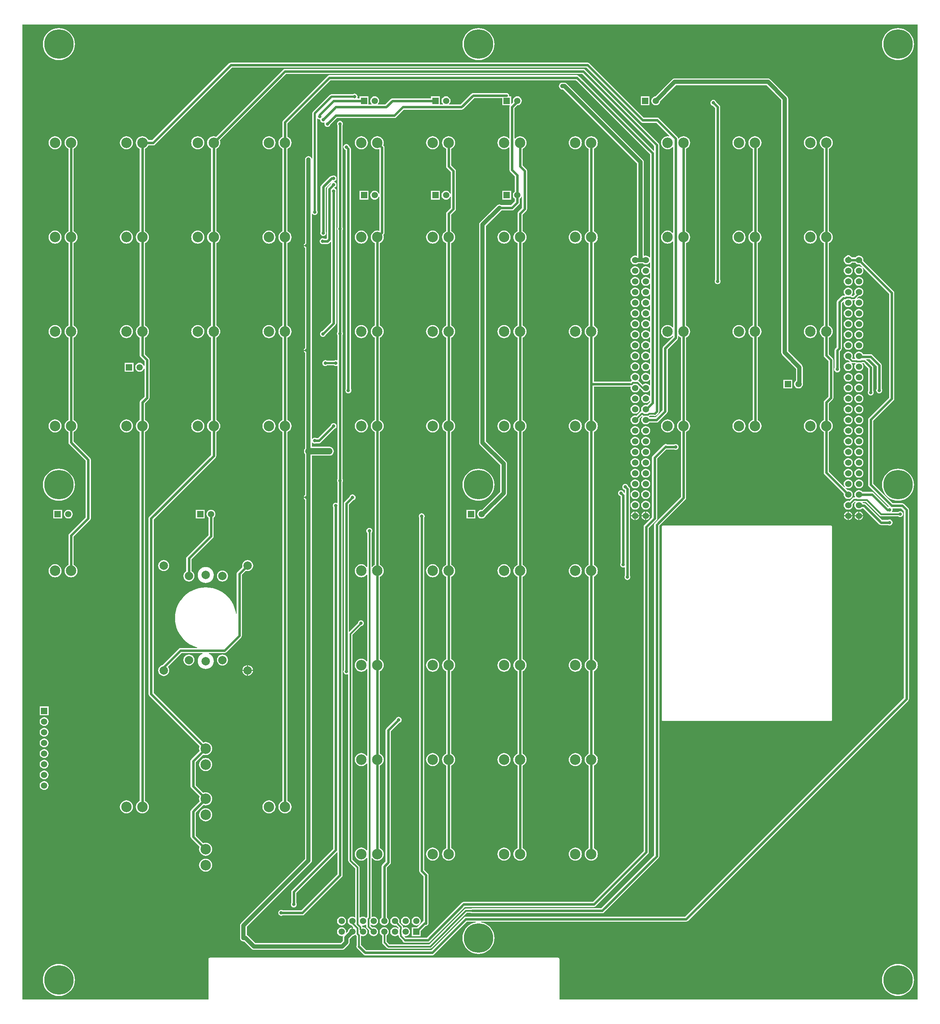
<source format=gbr>
%FSTAX23Y23*%
%MOIN*%
%SFA1B1*%

%IPPOS*%
%ADD15C,0.023622*%
%ADD16C,0.015748*%
%ADD17C,0.019685*%
%ADD18C,0.039370*%
%ADD19C,0.059055*%
%ADD21C,0.098425*%
%ADD22C,0.059055*%
%ADD23R,0.059055X0.059055*%
%ADD24C,0.060000*%
%ADD25R,0.059055X0.059055*%
%ADD26C,0.078740*%
%ADD27C,0.275590*%
%ADD28C,0.031496*%
%ADD29C,0.059055*%
%LNkeyboardmain_copper_signal_bot-1*%
%LPD*%
G36*
X08413Y00012D02*
X05051D01*
Y00393*
X0505Y00398*
X05047Y00402*
X05043Y00404*
X05039Y00405*
X01771*
X01767Y00404*
X01763Y00402*
X0176Y00398*
X01759Y00393*
Y00012*
X00012*
Y09161*
X08413*
Y00012*
G37*
%LNkeyboardmain_copper_signal_bot-2*%
%LPC*%
G36*
X08228Y09126D02*
X08204Y09124D01*
X08181Y09119*
X0816Y0911*
X0814Y09097*
X08122Y09082*
X08106Y09064*
X08094Y09044*
X08085Y09022*
X0808Y08999*
X08078Y08976*
X0808Y08952*
X08085Y0893*
X08094Y08908*
X08106Y08888*
X08122Y0887*
X0814Y08854*
X0816Y08842*
X08181Y08833*
X08204Y08828*
X08228Y08826*
X08251Y08828*
X08274Y08833*
X08296Y08842*
X08316Y08854*
X08334Y0887*
X08349Y08888*
X08362Y08908*
X08371Y0893*
X08376Y08952*
X08378Y08976*
X08376Y08999*
X08371Y09022*
X08362Y09044*
X08349Y09064*
X08334Y09082*
X08316Y09097*
X08296Y0911*
X08274Y09119*
X08251Y09124*
X08228Y09126*
G37*
G36*
X04291D02*
X04267Y09124D01*
X04244Y09119*
X04223Y0911*
X04203Y09097*
X04185Y09082*
X04169Y09064*
X04157Y09044*
X04148Y09022*
X04143Y08999*
X04141Y08976*
X04143Y08952*
X04148Y0893*
X04157Y08908*
X04169Y08888*
X04185Y0887*
X04203Y08854*
X04223Y08842*
X04244Y08833*
X04267Y08828*
X04291Y08826*
X04314Y08828*
X04337Y08833*
X04359Y08842*
X04379Y08854*
X04397Y0887*
X04412Y08888*
X04425Y08908*
X04434Y0893*
X04439Y08952*
X04441Y08976*
X04439Y08999*
X04434Y09022*
X04425Y09044*
X04412Y09064*
X04397Y09082*
X04379Y09097*
X04359Y0911*
X04337Y09119*
X04314Y09124*
X04291Y09126*
G37*
G36*
X00354D02*
X0033Y09124D01*
X00307Y09119*
X00286Y0911*
X00266Y09097*
X00248Y09082*
X00232Y09064*
X0022Y09044*
X00211Y09022*
X00206Y08999*
X00204Y08976*
X00206Y08952*
X00211Y0893*
X0022Y08908*
X00232Y08888*
X00248Y0887*
X00266Y08854*
X00286Y08842*
X00307Y08833*
X0033Y08828*
X00354Y08826*
X00377Y08828*
X004Y08833*
X00422Y08842*
X00442Y08854*
X0046Y0887*
X00475Y08888*
X00488Y08908*
X00497Y0893*
X00502Y08952*
X00504Y08976*
X00502Y08999*
X00497Y09022*
X00488Y09044*
X00475Y09064*
X0046Y09082*
X00442Y09097*
X00422Y0911*
X004Y09119*
X00377Y09124*
X00354Y09126*
G37*
G36*
X04556Y08518D02*
X04242D01*
X04232Y08516*
X04225Y08511*
X04123Y08409*
X04017*
X04015Y08414*
X04016Y08415*
X04023Y08424*
X04027Y08434*
X04028Y08444*
X04027Y08455*
X04023Y08465*
X04016Y08474*
X04007Y0848*
X03997Y08485*
X03987Y08486*
X03976Y08485*
X03966Y0848*
X03957Y08474*
X0395Y08465*
X03946Y08455*
X03945Y08444*
X03946Y08434*
X0395Y08424*
X03957Y08415*
X03958Y08414*
X03956Y08409*
X03928*
Y08486*
X03845*
Y08468*
X03484*
X03475Y08467*
X03467Y08461*
X03415Y08409*
X03347*
X03346Y08414*
X03347Y08415*
X03353Y08424*
X03357Y08434*
X03359Y08444*
X03357Y08455*
X03353Y08465*
X03347Y08474*
X03338Y0848*
X03328Y08485*
X03317Y08486*
X03306Y08485*
X03296Y0848*
X03288Y08474*
X03281Y08465*
X03277Y08455*
X03276Y08444*
X03277Y08434*
X03281Y08424*
X03288Y08415*
X03289Y08414*
X03287Y08409*
X03259*
Y08486*
X03176*
Y08468*
X03158*
X03155Y08473*
X03156Y08477*
X03157Y08484*
X03156Y08491*
X03153Y08498*
X03149Y08503*
X03143Y08508*
X03137Y08511*
X03129Y08512*
X03122Y08511*
X03116Y08508*
X03113Y08506*
X02913*
X02904Y08504*
X02897Y08499*
X0274Y08342*
X02735Y08335*
X02733Y08326*
Y07423*
X02733Y07422*
X02728Y07425*
Y07893*
X02727Y07901*
X02724Y07909*
X02719Y07916*
X02712Y07921*
X02705Y07924*
X02696Y07925*
X02688Y07924*
X0268Y07921*
X02674Y07916*
X02669Y07909*
X02666Y07901*
X02665Y07893*
Y07109*
X02664Y07109*
X02658Y07104*
X02654Y07099*
X02652Y07093*
X02651Y07091*
X02677*
Y07081*
X02651*
X02652Y07079*
X02654Y07073*
X02658Y07068*
X02664Y07064*
X02665Y07063*
Y06125*
X02664Y06124*
X02658Y0612*
X02654Y06115*
X02652Y06109*
X02651Y06107*
X02677*
Y06097*
X02651*
X02652Y06095*
X02654Y06089*
X02658Y06083*
X02664Y06079*
X02665Y06079*
Y05183*
X0266Y05178*
X02656Y05168*
X02655Y05157*
X02656Y05146*
X0266Y05136*
X02665Y0513*
Y04747*
X02664Y04746*
X02658Y04742*
X02654Y04737*
X02652Y04731*
X02651Y04729*
X02677*
Y04719*
X02651*
X02652Y04717*
X02654Y04711*
X02658Y04706*
X02664Y04701*
X02665Y04701*
Y03169*
Y01332*
X02064Y00731*
X02059Y00724*
X02055Y00716*
X02054Y00708*
Y0059*
X02055Y00582*
X02059Y00574*
X02064Y00568*
X0207Y00563*
X02078Y00559*
X02086Y00558*
X02093*
X02162Y00489*
X02169Y00484*
X02176Y00481*
X02185Y0048*
X03011*
X0302Y00481*
X03027Y00484*
X03034Y00489*
X03073Y00528*
X03078Y00535*
X03081Y00542*
X03082Y00551*
Y0058*
X03112Y0061*
X03117Y00611*
X03127Y00615*
X03133Y0062*
X03138Y0062*
X0314Y00619*
X03142Y00616*
X03149Y00609*
Y00524*
X03147Y00521*
X03145Y00511*
X03147Y00502*
X03152Y00494*
X03211Y00435*
X03219Y0043*
X03228Y00428*
X03858*
X03867Y0043*
X03875Y00435*
X04183Y00743*
X04266*
X04267Y00738*
X04244Y00733*
X04223Y00724*
X04203Y00711*
X04185Y00696*
X04169Y00678*
X04157Y00658*
X04148Y00636*
X04143Y00614*
X04141Y0059*
X04143Y00567*
X04148Y00544*
X04157Y00522*
X04169Y00502*
X04185Y00484*
X04203Y00469*
X04223Y00456*
X04244Y00447*
X04267Y00442*
X04291Y0044*
X04314Y00442*
X04337Y00447*
X04359Y00456*
X04379Y00469*
X04397Y00484*
X04412Y00502*
X04425Y00522*
X04434Y00544*
X04439Y00567*
X04441Y0059*
X04439Y00614*
X04434Y00636*
X04425Y00658*
X04412Y00678*
X04397Y00696*
X04379Y00711*
X04359Y00724*
X04337Y00733*
X04315Y00738*
X04315Y00743*
X0624*
X06249Y00745*
X06257Y0075*
X08324Y02817*
X08329Y02825*
X08331Y02834*
Y04606*
X08329Y04615*
X08324Y04623*
X08284Y04662*
X08276Y04667*
X08267Y04669*
X08179*
X07996Y04852*
Y05442*
X08186Y05632*
X08191Y0564*
X08193Y05649*
Y06643*
X08191Y06652*
X08186Y0666*
X07902Y06944*
X07903Y06951*
X07902Y06962*
X07897Y06972*
X07891Y06981*
X07882Y06987*
X07872Y06991*
X07861Y06993*
X0785Y06991*
X0784Y06987*
X07831Y06981*
X07827Y06975*
X07795*
X07791Y06981*
X07782Y06987*
X07779Y06988*
X07778Y06991*
X0777Y06996*
X07761Y06998*
X07752Y06996*
X07744Y06991*
X07742Y06988*
X0774Y06987*
X07731Y06981*
X07724Y06972*
X0772Y06962*
X07719Y06951*
X0772Y0694*
X07724Y0693*
X07731Y06921*
X0774Y06914*
X0775Y0691*
X07761Y06909*
X07772Y0691*
X07782Y06914*
X07791Y06921*
X07795Y06927*
X07827*
X07831Y06921*
X0784Y06914*
X0785Y0691*
X07861Y06909*
X07868Y06909*
X07891Y06887*
X07887Y06883*
X07882Y06887*
X07872Y06891*
X07861Y06893*
X0785Y06891*
X0784Y06887*
X07831Y06881*
X07824Y06872*
X0782Y06862*
X07819Y06851*
X0782Y0684*
X07824Y0683*
X07831Y06821*
X0784Y06814*
X0785Y0681*
X07861Y06809*
X07872Y0681*
X07882Y06814*
X07891Y06821*
X07897Y0683*
X07902Y0684*
X07903Y06851*
X07902Y06862*
X07897Y06872*
X07893Y06877*
X07897Y0688*
X08145Y06633*
Y05659*
X07955Y05469*
X0795Y05461*
X07948Y05452*
Y04842*
X0795Y04833*
X07955Y04825*
X0814Y0464*
X08139Y04634*
X08136Y04633*
X08002Y04768*
X07994Y04773*
X07985Y04775*
X07895*
X07891Y04781*
X07882Y04787*
X07872Y04791*
X07861Y04793*
X0785Y04791*
X0784Y04787*
X07831Y04781*
X07824Y04772*
X0782Y04762*
X07819Y04751*
X0782Y0474*
X07824Y0473*
X07825Y04729*
X07823Y04724*
X07814*
X07807Y04723*
X078Y04718*
X07773Y04691*
X07772Y04691*
X07761Y04693*
X0775Y04691*
X0774Y04687*
X07731Y04681*
X07724Y04672*
X0772Y04662*
X07719Y04651*
X0772Y0464*
X07724Y0463*
X07731Y04621*
X0774Y04614*
X0775Y0461*
X07761Y04609*
X07772Y0461*
X07782Y04614*
X07791Y04621*
X07797Y0463*
X07802Y0464*
X07803Y04651*
X07802Y04662*
X07801Y04663*
X07823Y04684*
X07828Y04684*
X0783Y0468*
X0783Y04679*
X07824Y04672*
X0782Y04662*
X07819Y04651*
X0782Y0464*
X07824Y0463*
X07831Y04621*
X0784Y04614*
X0785Y0461*
X07861Y04609*
X07872Y0461*
X07882Y04614*
X07891Y04621*
X07891Y04621*
X07903*
X08053Y04471*
X08061Y04465*
X0807Y04464*
X08135*
X08142Y04461*
X08149Y0446*
X08156Y04461*
X08163Y04464*
X08169Y04468*
X08173Y04474*
X08176Y0448*
X08177Y04488*
X08176Y04495*
X08173Y04502*
X08169Y04507*
X08163Y04512*
X08156Y04515*
X08149Y04515*
X08142Y04515*
X08135Y04512*
X0808*
X0793Y04662*
X07922Y04667*
X07913Y04669*
X07898*
X07897Y04672*
X07894Y04676*
X07897Y04681*
X07927*
X08056Y04552*
X08063Y04548*
X0807Y04546*
X08228*
X08234Y04542*
X0824Y0454*
X08248Y04539*
X08255Y0454*
X08261Y04542*
X08267Y04547*
X08272Y04553*
X08274Y04559*
X08275Y04566*
X08274Y04574*
X08272Y0458*
X08267Y04586*
X08261Y04591*
X08255Y04593*
X08248Y04594*
X0824Y04593*
X08234Y04591*
X08228Y04586*
X08175*
X08172Y04591*
X08173Y04592*
X08176Y04599*
X08177Y04606*
X08176Y04613*
X08175Y04616*
X08178Y04621*
X08257*
X08283Y04596*
Y02844*
X0623Y00791*
X04173*
X04164Y00789*
X04156Y00784*
X03848Y00476*
X03238*
X03189Y00525*
Y00607*
X03193Y0061*
X03196Y00609*
X03207Y00607*
X03217Y00609*
X03227Y00613*
X03236Y0062*
X03243Y00628*
X03247Y00638*
X03248Y00649*
X03247Y0066*
X03243Y0067*
X03236Y00679*
X03227Y00685*
X03217Y00689*
X03207Y00691*
X03206Y00691*
X03203Y00693*
X03202Y00701*
X032Y00703*
X03203Y00708*
X03207Y00707*
X03217Y00709*
X03227Y00713*
X03232Y00717*
X03237Y00714*
Y00698*
X03239Y00691*
X03243Y00684*
X03267Y00661*
X03266Y0066*
X03265Y00649*
X03266Y00638*
X0327Y00628*
X03277Y0062*
X03286Y00613*
X03296Y00609*
X03307Y00607*
X03317Y00609*
X03327Y00613*
X03336Y0062*
X03343Y00628*
X03347Y00638*
X03348Y00649*
X03347Y0066*
X03343Y0067*
X03336Y00679*
X03327Y00685*
X03317Y00689*
X03307Y00691*
X03296Y00689*
X03295Y00689*
X03277Y00707*
Y00714*
X03282Y00716*
X03286Y00713*
X03296Y00709*
X03307Y00707*
X03317Y00709*
X03327Y00713*
X03336Y0072*
X03343Y00728*
X03347Y00738*
X03348Y00749*
X03347Y0076*
X03343Y0077*
X03336Y00779*
X03327Y00785*
X03317Y00789*
X03307Y00791*
X03296Y00789*
X03291Y00788*
X03287Y0079*
Y0134*
X03292Y01342*
X03299Y01334*
X03308Y01326*
X03319Y01321*
X0333Y01317*
X03342Y01316*
X03354Y01317*
X03365Y01321*
X03376Y01326*
X03385Y01334*
X03393Y01343*
X03399Y01354*
X03402Y01365*
X03403Y01377*
X03402Y01389*
X03399Y01401*
X03393Y01412*
X03385Y01421*
X03376Y01428*
X03366Y01434*
Y02207*
X03376Y02212*
X03385Y0222*
X03393Y02229*
X03399Y0224*
X03402Y02251*
X03403Y02263*
X03402Y02275*
X03399Y02287*
X03393Y02297*
X03385Y02307*
X03376Y02314*
X03366Y0232*
Y03093*
X03376Y03098*
X03385Y03106*
X03393Y03115*
X03399Y03126*
X03402Y03137*
X03403Y03149*
X03402Y03161*
X03399Y03173*
X03393Y03183*
X03385Y03192*
X03376Y032*
X03366Y03205*
Y03979*
X03376Y03984*
X03385Y03992*
X03393Y04001*
X03399Y04011*
X03402Y04023*
X03403Y04035*
X03402Y04047*
X03399Y04058*
X03393Y04069*
X03385Y04078*
X03376Y04086*
X03366Y04091*
Y05337*
X03376Y05342*
X03385Y0535*
X03393Y05359*
X03399Y0537*
X03402Y05381*
X03403Y05393*
X03402Y05405*
X03399Y05417*
X03393Y05427*
X03385Y05437*
X03376Y05444*
X03366Y0545*
Y06223*
X03376Y06228*
X03385Y06236*
X03393Y06245*
X03399Y06256*
X03402Y06267*
X03403Y06279*
X03402Y06291*
X03399Y06302*
X03393Y06313*
X03385Y06322*
X03376Y0633*
X03366Y06335*
Y07109*
X03376Y07114*
X03385Y07121*
X03393Y07131*
X03399Y07141*
X03402Y07153*
X03403Y07165*
X03402Y07177*
X03399Y07188*
X03402Y07191*
X03408Y07199*
X03409Y07208*
Y08007*
X03408Y08017*
X03402Y08024*
X03399Y08028*
X03402Y08039*
X03403Y08051*
X03402Y08063*
X03399Y08074*
X03393Y08085*
X03385Y08094*
X03376Y08102*
X03365Y08107*
X03354Y08111*
X03342Y08112*
X0333Y08111*
X03319Y08107*
X03308Y08102*
X03299Y08094*
X03291Y08085*
X03285Y08074*
X03282Y08063*
X03281Y08051*
X03282Y08039*
X03285Y08027*
X03291Y08017*
X03299Y08007*
X03308Y08*
X03319Y07994*
X0333Y07991*
X03342Y07989*
X03354Y07991*
X03357Y07992*
X03361Y07989*
Y07573*
X03356Y07572*
X03353Y07579*
X03347Y07588*
X03338Y07595*
X03328Y07599*
X03317Y076*
X03306Y07599*
X03296Y07595*
X03288Y07588*
X03281Y07579*
X03277Y07569*
X03276Y07559*
X03277Y07548*
X03281Y07538*
X03288Y07529*
X03296Y07522*
X03306Y07518*
X03317Y07517*
X03328Y07518*
X03338Y07522*
X03347Y07529*
X03353Y07538*
X03356Y07545*
X03361Y07544*
Y07227*
X03357Y07224*
X03354Y07225*
X03342Y07226*
X0333Y07225*
X03319Y07222*
X03308Y07216*
X03299Y07208*
X03291Y07199*
X03285Y07188*
X03282Y07177*
X03281Y07165*
X03282Y07153*
X03285Y07141*
X03291Y07131*
X03299Y07121*
X03308Y07114*
X03318Y07109*
Y06335*
X03308Y0633*
X03299Y06322*
X03291Y06313*
X03285Y06302*
X03282Y06291*
X03281Y06279*
X03282Y06267*
X03285Y06256*
X03291Y06245*
X03299Y06236*
X03308Y06228*
X03318Y06223*
Y0545*
X03308Y05444*
X03299Y05437*
X03291Y05427*
X03285Y05417*
X03282Y05405*
X03281Y05393*
X03282Y05381*
X03285Y0537*
X03291Y05359*
X03299Y0535*
X03308Y05342*
X03318Y05337*
Y04091*
X03308Y04086*
X03299Y04078*
X03292Y04071*
X03287Y04072*
Y0439*
X03291Y04395*
X03294Y04402*
X03295Y04409*
X03294Y04416*
X03291Y04423*
X03287Y04429*
X03281Y04433*
X03274Y04436*
X03267Y04437*
X0326Y04436*
X03253Y04433*
X03248Y04429*
X03243Y04423*
X0324Y04416*
X03239Y04409*
X0324Y04402*
X03243Y04395*
X03247Y0439*
Y04072*
X03242Y04071*
X03236Y04078*
X03226Y04086*
X03216Y04092*
X03204Y04095*
X03192Y04096*
X0318Y04095*
X03169Y04092*
X03158Y04086*
X03149Y04078*
X03141Y04069*
X03136Y04058*
X03132Y04047*
X03131Y04035*
X03132Y04023*
X03136Y04011*
X03141Y04001*
X03149Y03992*
X03158Y03984*
X03169Y03978*
X0318Y03975*
X03192Y03974*
X03204Y03975*
X03216Y03978*
X03226Y03984*
X03236Y03992*
X03242Y03999*
X03247Y03998*
Y03186*
X03242Y03185*
X03236Y03192*
X03226Y032*
X03216Y03206*
X03204Y03209*
X03192Y0321*
X0318Y03209*
X03169Y03206*
X03158Y032*
X03149Y03192*
X03141Y03183*
X03136Y03173*
X03132Y03161*
X03131Y03149*
X03132Y03137*
X03136Y03126*
X03141Y03115*
X03149Y03106*
X03158Y03098*
X03169Y03092*
X0318Y03089*
X03192Y03088*
X03204Y03089*
X03216Y03092*
X03226Y03098*
X03236Y03106*
X03242Y03114*
X03247Y03112*
Y02301*
X03242Y02299*
X03236Y02307*
X03226Y02314*
X03216Y0232*
X03204Y02323*
X03192Y02325*
X0318Y02323*
X03169Y0232*
X03158Y02314*
X03149Y02307*
X03141Y02297*
X03136Y02287*
X03132Y02275*
X03131Y02263*
X03132Y02251*
X03136Y0224*
X03141Y02229*
X03149Y0222*
X03158Y02212*
X03169Y02207*
X0318Y02203*
X03192Y02202*
X03204Y02203*
X03216Y02207*
X03226Y02212*
X03236Y0222*
X03242Y02228*
X03247Y02226*
Y01415*
X03242Y01413*
X03236Y01421*
X03226Y01428*
X03216Y01434*
X03204Y01438*
X03192Y01439*
X0318Y01438*
X03169Y01434*
X03158Y01428*
X03149Y01421*
X03141Y01412*
X03136Y01401*
X03132Y01389*
X03131Y01377*
X03132Y01365*
X03136Y01354*
X03141Y01343*
X03149Y01334*
X03158Y01326*
X03169Y01321*
X0318Y01317*
X03192Y01316*
X03204Y01317*
X03216Y01321*
X03226Y01326*
X03236Y01334*
X03242Y01342*
X03247Y0134*
Y00788*
X03243Y00784*
X03241Y0078*
X0324Y0078*
X03235Y0078*
X03227Y00785*
X03217Y00789*
X03207Y00791*
X03196Y00789*
X03186Y00785*
X03181Y00781*
X03176Y00784*
Y01253*
X03174Y0126*
X0317Y01267*
X0311Y01327*
Y02145*
Y03436*
X03189Y03515*
X03196Y03516*
X03202Y03519*
X03208Y03523*
X03213Y03529*
X03215Y03536*
X03216Y03543*
X03215Y0355*
X03213Y03557*
X03208Y03562*
X03202Y03567*
X03196Y0357*
X03188Y03571*
X03181Y0357*
X03175Y03567*
X03169Y03562*
X03164Y03557*
X03162Y0355*
X03161Y03543*
X0308Y03462*
X03075Y03465*
Y04655*
X03117Y04697*
X03124Y047*
X03129Y04704*
X03134Y0471*
X03137Y04717*
X03138Y04724*
X03137Y04731*
X03134Y04738*
X03129Y04744*
X03124Y04748*
X03117Y04751*
X0311Y04752*
X03103Y04751*
X03096Y04748*
X0309Y04744*
X03086Y04738*
X03083Y04731*
X03034Y04682*
X03028Y04674*
X03027Y04665*
Y03104*
X03024Y03097*
X03023Y0309*
X03024Y03083*
X03027Y03076*
X03031Y0307*
X03037Y03066*
X03043Y03063*
X03051Y03062*
X03058Y03063*
X03065Y03066*
X03065Y03067*
X0307Y03064*
Y02145*
Y01318*
X03072Y01311*
X03076Y01304*
X03136Y01244*
Y00785*
X03131Y00782*
X03127Y00785*
X03117Y00789*
X03107Y00791*
X03096Y00789*
X03086Y00785*
X03077Y00779*
X0307Y0077*
X03066Y0076*
X03065Y00749*
X03066Y00738*
X0307Y00728*
X03077Y0072*
X03086Y00713*
X03096Y00709*
X03101Y00708*
X03116Y00693*
X03114Y00688*
X03112Y00688*
Y00649*
X03102*
Y00688*
X03096Y00688*
X03087Y00684*
X03078Y00677*
X03072Y00669*
X03068Y00659*
X03067Y00655*
X03052Y0064*
X03047Y00642*
X03048Y00649*
X03047Y0066*
X03043Y0067*
X03036Y00679*
X03027Y00685*
X03017Y00689*
X03007Y00691*
X02996Y00689*
X02986Y00685*
X02977Y00679*
X0297Y0067*
X02966Y0066*
X02965Y00649*
X02966Y00638*
X0297Y00628*
X02977Y0062*
X02986Y00613*
X02996Y00609*
X03007Y00607*
X03017Y00609*
X03018Y00609*
X03022Y00605*
X0302Y00601*
X03019Y00593*
Y00564*
X02998Y00543*
X02198*
X02128Y00613*
X02122Y00618*
X02118Y00619*
Y00695*
X02719Y01296*
X02724Y01303*
X02727Y0131*
X02728Y01318*
Y03169*
Y05115*
X02893*
X02904Y05117*
X02914Y05121*
X02923Y05127*
X02929Y05136*
X02933Y05146*
X02935Y05157*
X02933Y05168*
X02929Y05178*
X02923Y05186*
X02914Y05193*
X02904Y05197*
X02893Y05199*
X02728*
Y05237*
X02733Y05239*
X02736Y05236*
X02742Y05231*
X02748Y05229*
X02755Y05228*
X02763Y05229*
X02769Y05231*
X02795*
X02804Y05233*
X02812Y05238*
X0294Y05366*
X02946Y05369*
X02952Y05374*
X02957Y05379*
X02959Y05386*
X0296Y05393*
X02959Y054*
X02957Y05407*
X02952Y05413*
X02946Y05417*
X0294Y0542*
X02933Y05421*
X02925Y0542*
X02919Y05417*
X02913Y05413*
X02908Y05407*
X02906Y054*
X02785Y05279*
X02769*
X02763Y05282*
X02755Y05283*
X02748Y05282*
X02742Y05279*
X02736Y05275*
X02733Y05272*
X02728Y05273*
Y06102*
Y07383*
X02733Y07385*
X02736Y07381*
X02742Y07377*
X02748Y07374*
X02755Y07373*
X02763Y07374*
X02769Y07377*
X02775Y07381*
X02779Y07387*
X02782Y07394*
X02783Y07401*
X02782Y07408*
X02779Y07415*
X02777Y07418*
Y08276*
X02782Y08278*
X02783Y08277*
X02789Y08273*
X02795Y0827*
X02803Y08269*
X02804Y08269*
X02806Y08267*
X02807Y0826*
X0281Y08253*
X02814Y08248*
X0282Y08243*
X02827Y0824*
X02834Y08239*
X02841Y0824*
X02844Y08241*
X02848Y08238*
X02847Y08235*
X02846Y08228*
X02847Y08221*
X02849Y08214*
X02854Y08208*
X0286Y08204*
X02866Y08201*
X02874Y082*
X02881Y08201*
X02887Y08204*
X02893Y08208*
X02898Y08214*
X029Y08221*
X02962Y08283*
X03503*
X03513Y08284*
X0352Y0829*
X03592Y08361*
X04133*
X04143Y08363*
X0415Y08368*
X04252Y0847*
X04514*
Y08403*
X04583*
X04586Y08398*
X04584Y08395*
X04582Y08385*
Y08092*
X04577Y08091*
X04574Y08094*
X04565Y08102*
X04554Y08107*
X04543Y08111*
X04531Y08112*
X04519Y08111*
X04508Y08107*
X04497Y08102*
X04488Y08094*
X0448Y08085*
X04474Y08074*
X04471Y08063*
X0447Y08051*
X04471Y08039*
X04474Y08027*
X0448Y08017*
X04488Y08007*
X04497Y08*
X04508Y07994*
X04519Y07991*
X04531Y07989*
X04543Y07991*
X04554Y07994*
X04565Y08*
X04574Y08007*
X04577Y08011*
X04582Y08009*
Y07795*
X04584Y07786*
X04589Y07778*
X04632Y07735*
Y07592*
X04626Y07588*
X0462Y07579*
X04616Y07569*
X04614Y07559*
X04616Y07548*
X0462Y07538*
X04626Y07529*
X04632Y07525*
Y075*
X04596Y07465*
X04508*
X04504Y07468*
X04496Y07471*
X04488Y07472*
X04479Y07471*
X04472Y07468*
X04465Y07463*
X04308Y07305*
X04303Y07299*
X043Y07291*
X04298Y07283*
Y05236*
X043Y05227*
X04303Y0522*
X04308Y05213*
X04495Y05026*
Y04776*
X04326Y04607*
X04321Y04608*
X0431Y04607*
X043Y04603*
X04292Y04596*
X04285Y04587*
X04281Y04577*
X04279Y04566*
X04281Y04556*
X04285Y04546*
X04292Y04537*
X043Y0453*
X0431Y04526*
X04321Y04525*
X04332Y04526*
X04342Y0453*
X04351Y04537*
X04357Y04546*
X04359Y04551*
X0455Y04741*
X04555Y04747*
X04558Y04755*
X04559Y04763*
Y05039*
X04558Y05047*
X04555Y05055*
X0455Y05061*
X04362Y05249*
Y0727*
X04509Y07416*
X04606*
X04615Y07418*
X04623Y07423*
X04673Y07473*
X04678Y07481*
X0468Y0749*
Y07525*
X04685Y07529*
X04692Y07538*
X04695Y07545*
X047Y07544*
Y0744*
X04664Y07403*
X04658Y07396*
X04657Y07386*
Y07221*
X04647Y07216*
X04637Y07208*
X0463Y07199*
X04624Y07188*
X0462Y07177*
X04619Y07165*
X0462Y07153*
X04624Y07141*
X0463Y07131*
X04637Y07121*
X04647Y07114*
X04657Y07109*
Y06335*
X04647Y0633*
X04637Y06322*
X0463Y06313*
X04624Y06302*
X0462Y06291*
X04619Y06279*
X0462Y06267*
X04624Y06256*
X0463Y06245*
X04637Y06236*
X04647Y06228*
X04657Y06223*
Y0545*
X04647Y05444*
X04637Y05437*
X0463Y05427*
X04624Y05417*
X0462Y05405*
X04619Y05393*
X0462Y05381*
X04624Y0537*
X0463Y05359*
X04637Y0535*
X04647Y05342*
X04657Y05337*
Y04091*
X04647Y04086*
X04637Y04078*
X0463Y04069*
X04624Y04058*
X0462Y04047*
X04619Y04035*
X0462Y04023*
X04624Y04011*
X0463Y04001*
X04637Y03992*
X04647Y03984*
X04657Y03979*
Y03205*
X04647Y032*
X04637Y03192*
X0463Y03183*
X04624Y03173*
X0462Y03161*
X04619Y03149*
X0462Y03137*
X04624Y03126*
X0463Y03115*
X04637Y03106*
X04647Y03098*
X04657Y03093*
Y0232*
X04647Y02314*
X04637Y02307*
X0463Y02297*
X04624Y02287*
X0462Y02275*
X04619Y02263*
X0462Y02251*
X04624Y0224*
X0463Y02229*
X04637Y0222*
X04647Y02212*
X04657Y02207*
Y01434*
X04647Y01428*
X04637Y01421*
X0463Y01412*
X04624Y01401*
X0462Y01389*
X04619Y01377*
X0462Y01365*
X04624Y01354*
X0463Y01343*
X04637Y01334*
X04647Y01326*
X04657Y01321*
X04669Y01317*
X04681Y01316*
X04693Y01317*
X04704Y01321*
X04715Y01326*
X04724Y01334*
X04732Y01343*
X04737Y01354*
X04741Y01365*
X04742Y01377*
X04741Y01389*
X04737Y01401*
X04732Y01412*
X04724Y01421*
X04715Y01428*
X04705Y01434*
Y02207*
X04715Y02212*
X04724Y0222*
X04732Y02229*
X04737Y0224*
X04741Y02251*
X04742Y02263*
X04741Y02275*
X04737Y02287*
X04732Y02297*
X04724Y02307*
X04715Y02314*
X04705Y0232*
Y03093*
X04715Y03098*
X04724Y03106*
X04732Y03115*
X04737Y03126*
X04741Y03137*
X04742Y03149*
X04741Y03161*
X04737Y03173*
X04732Y03183*
X04724Y03192*
X04715Y032*
X04705Y03205*
Y03979*
X04715Y03984*
X04724Y03992*
X04732Y04001*
X04737Y04011*
X04741Y04023*
X04742Y04035*
X04741Y04047*
X04737Y04058*
X04732Y04069*
X04724Y04078*
X04715Y04086*
X04705Y04091*
Y05337*
X04715Y05342*
X04724Y0535*
X04732Y05359*
X04737Y0537*
X04741Y05381*
X04742Y05393*
X04741Y05405*
X04737Y05417*
X04732Y05427*
X04724Y05437*
X04715Y05444*
X04705Y0545*
Y06223*
X04715Y06228*
X04724Y06236*
X04732Y06245*
X04737Y06256*
X04741Y06267*
X04742Y06279*
X04741Y06291*
X04737Y06302*
X04732Y06313*
X04724Y06322*
X04715Y0633*
X04705Y06335*
Y07109*
X04715Y07114*
X04724Y07121*
X04732Y07131*
X04737Y07141*
X04741Y07153*
X04742Y07165*
X04741Y07177*
X04737Y07188*
X04732Y07199*
X04724Y07208*
X04715Y07216*
X04705Y07221*
Y07376*
X04741Y07413*
X04746Y0742*
X04748Y0743*
Y07786*
X04746Y07795*
X04741Y07803*
X04705Y07839*
Y07994*
X04715Y08*
X04724Y08007*
X04732Y08017*
X04737Y08027*
X04741Y08039*
X04742Y08051*
X04741Y08063*
X04737Y08074*
X04732Y08085*
X04724Y08094*
X04715Y08102*
X04704Y08107*
X04693Y08111*
X04681Y08112*
X04669Y08111*
X04657Y08107*
X04647Y08102*
X04637Y08094*
X04635Y08091*
X0463Y08092*
Y08375*
X04657Y08403*
X04667Y08404*
X04677Y08408*
X04685Y08415*
X04692Y08424*
X04696Y08434*
X04697Y08444*
X04696Y08455*
X04692Y08465*
X04685Y08474*
X04677Y0848*
X04667Y08485*
X04656Y08486*
X04645Y08485*
X04635Y0848*
X04626Y08474*
X0462Y08465*
X04616Y08455*
X04614Y08444*
X04616Y08434*
X04617Y0843*
X04602Y08415*
X04597Y08417*
Y08486*
X04582*
X04579Y0849*
X0458Y08494*
X04578Y08503*
X04573Y08511*
X04565Y08516*
X04556Y08518*
G37*
G36*
X05896Y08486D02*
X05814D01*
Y08403*
X05896*
Y08486*
G37*
G36*
X05314Y08803D02*
X01968D01*
X01959Y08801*
X01951Y08796*
X0123Y08075*
X01194*
X01188Y08085*
X01181Y08094*
X01171Y08102*
X01161Y08107*
X01149Y08111*
X01137Y08112*
X01125Y08111*
X01114Y08107*
X01103Y08102*
X01094Y08094*
X01086Y08085*
X01081Y08074*
X01077Y08063*
X01076Y08051*
X01077Y08039*
X01081Y08027*
X01086Y08017*
X01094Y08007*
X01103Y08*
X01113Y07994*
Y07221*
X01103Y07216*
X01094Y07208*
X01086Y07199*
X01081Y07188*
X01077Y07177*
X01076Y07165*
X01077Y07153*
X01081Y07141*
X01086Y07131*
X01094Y07121*
X01103Y07114*
X01113Y07109*
Y06335*
X01103Y0633*
X01094Y06322*
X01086Y06313*
X01081Y06302*
X01077Y06291*
X01076Y06279*
X01077Y06267*
X01081Y06256*
X01086Y06245*
X01094Y06236*
X01103Y06228*
X01113Y06223*
Y06058*
X01115Y06048*
X0112Y06041*
X01157Y06004*
Y05959*
X01152Y05958*
X01149Y05965*
X01142Y05974*
X01133Y0598*
X01123Y05985*
X01112Y05986*
X01102Y05985*
X01092Y0598*
X01083Y05974*
X01076Y05965*
X01072Y05955*
X01071Y05944*
X01072Y05934*
X01076Y05924*
X01083Y05915*
X01092Y05908*
X01102Y05904*
X01112Y05903*
X01123Y05904*
X01133Y05908*
X01142Y05915*
X01149Y05924*
X01152Y05931*
X01157Y0593*
Y05668*
X0112Y05632*
X01115Y05624*
X01113Y05615*
Y0545*
X01103Y05444*
X01094Y05437*
X01086Y05427*
X01081Y05417*
X01077Y05405*
X01076Y05393*
X01077Y05381*
X01081Y0537*
X01086Y05359*
X01094Y0535*
X01103Y05342*
X01113Y05337*
Y01877*
X01103Y01871*
X01094Y01864*
X01086Y01854*
X01081Y01844*
X01077Y01832*
X01076Y0182*
X01077Y01808*
X01081Y01797*
X01086Y01786*
X01094Y01777*
X01103Y01769*
X01114Y01764*
X01125Y0176*
X01137Y01759*
X01149Y0176*
X01161Y01764*
X01171Y01769*
X01181Y01777*
X01188Y01786*
X01194Y01797*
X01197Y01808*
X01199Y0182*
X01197Y01832*
X01194Y01844*
X01188Y01854*
X01181Y01864*
X01171Y01871*
X01161Y01877*
Y05337*
X01171Y05342*
X01181Y0535*
X01188Y05359*
X01194Y0537*
X01197Y05381*
X01199Y05393*
X01197Y05405*
X01194Y05417*
X01188Y05427*
X01181Y05437*
X01171Y05444*
X01161Y0545*
Y05605*
X01198Y05641*
X01203Y05649*
X01205Y05658*
Y06014*
X01203Y06023*
X01198Y06031*
X01161Y06068*
Y06223*
X01171Y06228*
X01181Y06236*
X01188Y06245*
X01194Y06256*
X01197Y06267*
X01199Y06279*
X01197Y06291*
X01194Y06302*
X01188Y06313*
X01181Y06322*
X01171Y0633*
X01161Y06335*
Y07109*
X01171Y07114*
X01181Y07121*
X01188Y07131*
X01194Y07141*
X01197Y07153*
X01199Y07165*
X01197Y07177*
X01194Y07188*
X01188Y07199*
X01181Y07208*
X01171Y07216*
X01161Y07221*
Y07994*
X01171Y08*
X01181Y08007*
X01188Y08017*
X01194Y08027*
X0124*
X01249Y08028*
X01257Y08034*
X01978Y08755*
X05304*
X05814Y08245*
X05822Y0824*
X05831Y08238*
X05959*
X06083Y08115*
X0608Y0811*
X06078Y08111*
X06066Y08112*
X06054Y08111*
X06043Y08107*
X06032Y08102*
X06023Y08094*
X06015Y08085*
X0601Y08074*
X06006Y08063*
X06005Y08051*
X06006Y08039*
X0601Y08027*
X06015Y08017*
X06023Y08007*
X06032Y08*
X06043Y07994*
X06054Y07991*
X06066Y07989*
X06078Y07991*
X0609Y07994*
X061Y08*
X0611Y08007*
X06112Y08011*
X06117Y08009*
Y07207*
X06112Y07205*
X0611Y07208*
X061Y07216*
X0609Y07222*
X06078Y07225*
X06066Y07226*
X06054Y07225*
X06043Y07222*
X06032Y07216*
X06023Y07208*
X06015Y07199*
X0601Y07188*
X06006Y07177*
X06005Y07165*
X06006Y07153*
X0601Y07141*
X06015Y07131*
X06023Y07121*
X06032Y07114*
X06043Y07108*
X06054Y07105*
X06066Y07104*
X06078Y07105*
X0609Y07108*
X061Y07114*
X0611Y07121*
X06112Y07125*
X06117Y07123*
Y06321*
X06112Y06319*
X0611Y06322*
X061Y0633*
X0609Y06336*
X06078Y06339*
X06066Y0634*
X06054Y06339*
X06043Y06336*
X06032Y0633*
X06023Y06322*
X06015Y06313*
X0601Y06302*
X06006Y06291*
X06005Y06279*
X06006Y06267*
X0601Y06256*
X06015Y06245*
X06023Y06236*
X06032Y06228*
X06043Y06222*
X06054Y06219*
X06066Y06218*
X06078Y06219*
X0609Y06222*
X061Y06228*
X0611Y06236*
X06112Y06239*
X06117Y06237*
Y0623*
X06026Y06139*
X06021Y06131*
X06019Y06122*
Y05541*
X05953Y05475*
X05896*
X05892Y05479*
X05893Y05484*
X05893Y05485*
X05896Y05487*
X059Y05491*
X05932*
X05935Y05489*
X05944Y05487*
X05954Y05489*
X05961Y05494*
X05981Y05514*
X05986Y05522*
X05988Y05531*
Y08031*
X05986Y0804*
X05981Y08048*
X05292Y08737*
X05284Y08742*
X05275Y08744*
X02476*
X02467Y08742*
X02459Y08737*
X01829Y08108*
X01819Y08111*
X01807Y08112*
X01795Y08111*
X01783Y08107*
X01773Y08102*
X01763Y08094*
X01756Y08085*
X0175Y08074*
X01746Y08063*
X01745Y08051*
X01746Y08039*
X0175Y08027*
X01756Y08017*
X01763Y08007*
X01773Y08*
X01783Y07994*
Y07221*
X01773Y07216*
X01763Y07208*
X01756Y07199*
X0175Y07188*
X01746Y07177*
X01745Y07165*
X01746Y07153*
X0175Y07141*
X01756Y07131*
X01763Y07121*
X01773Y07114*
X01783Y07109*
Y06335*
X01773Y0633*
X01763Y06322*
X01756Y06313*
X0175Y06302*
X01746Y06291*
X01745Y06279*
X01746Y06267*
X0175Y06256*
X01756Y06245*
X01763Y06236*
X01773Y06228*
X01783Y06223*
Y0545*
X01773Y05444*
X01763Y05437*
X01756Y05427*
X0175Y05417*
X01746Y05405*
X01745Y05393*
X01746Y05381*
X0175Y0537*
X01756Y05359*
X01763Y0535*
X01773Y05342*
X01783Y05337*
Y05124*
X01203Y04544*
X01198Y04536*
X01196Y04527*
Y02879*
X01198Y0287*
X01203Y02862*
X01675Y0239*
X01672Y0238*
X0167Y02368*
X01672Y02356*
X01675Y02345*
X01597Y02267*
X01591Y02259*
X0159Y0225*
Y02013*
X01591Y02004*
X01597Y01996*
X01675Y01918*
X01672Y01907*
X0167Y01895*
X01672Y01883*
X01675Y01872*
X01597Y01794*
X01591Y01786*
X0159Y01777*
Y01541*
X01591Y01532*
X01597Y01524*
X01675Y01446*
X01672Y01435*
X0167Y01423*
X01672Y01411*
X01675Y01399*
X01681Y01389*
X01688Y01379*
X01698Y01372*
X01708Y01366*
X0172Y01363*
X01732Y01361*
X01744Y01363*
X01755Y01366*
X01766Y01372*
X01775Y01379*
X01783Y01389*
X01788Y01399*
X01792Y01411*
X01793Y01423*
X01792Y01435*
X01788Y01446*
X01783Y01457*
X01775Y01466*
X01766Y01474*
X01755Y01479*
X01744Y01483*
X01732Y01484*
X0172Y01483*
X01709Y0148*
X01638Y01551*
Y01767*
X01709Y01838*
X0172Y01835*
X01732Y01834*
X01744Y01835*
X01755Y01839*
X01766Y01844*
X01775Y01852*
X01783Y01861*
X01788Y01872*
X01792Y01883*
X01793Y01895*
X01792Y01907*
X01788Y01919*
X01783Y01929*
X01775Y01939*
X01766Y01946*
X01755Y01952*
X01744Y01955*
X01732Y01956*
X0172Y01955*
X01709Y01952*
X01638Y02023*
Y0224*
X01709Y02311*
X0172Y02307*
X01732Y02306*
X01744Y02307*
X01755Y02311*
X01766Y02317*
X01775Y02324*
X01783Y02334*
X01788Y02344*
X01792Y02356*
X01793Y02368*
X01792Y0238*
X01788Y02391*
X01783Y02402*
X01775Y02411*
X01766Y02419*
X01755Y02424*
X01744Y02428*
X01732Y02429*
X0172Y02428*
X01709Y02424*
X01244Y02889*
Y04517*
X01824Y05097*
X01829Y05104*
X01831Y05114*
Y05337*
X01841Y05342*
X0185Y0535*
X01858Y05359*
X01863Y0537*
X01867Y05381*
X01868Y05393*
X01867Y05405*
X01863Y05417*
X01858Y05427*
X0185Y05437*
X01841Y05444*
X01831Y0545*
Y06223*
X01841Y06228*
X0185Y06236*
X01858Y06245*
X01863Y06256*
X01867Y06267*
X01868Y06279*
X01867Y06291*
X01863Y06302*
X01858Y06313*
X0185Y06322*
X01841Y0633*
X01831Y06335*
Y07109*
X01841Y07114*
X0185Y07121*
X01858Y07131*
X01863Y07141*
X01867Y07153*
X01868Y07165*
X01867Y07177*
X01863Y07188*
X01858Y07199*
X0185Y07208*
X01841Y07216*
X01831Y07221*
Y07994*
X01841Y08*
X0185Y08007*
X01858Y08017*
X01863Y08027*
X01867Y08039*
X01868Y08051*
X01867Y08063*
X01863Y08073*
X02486Y08696*
X05265*
X0594Y08021*
Y07978*
X05935Y07976*
X05233Y08678*
X05225Y08683*
X05216Y08685*
X02893*
X02884Y08683*
X02876Y08678*
X02459Y08261*
X02454Y08253*
X02452Y08244*
Y08107*
X02442Y08102*
X02433Y08094*
X02425Y08085*
X02419Y08074*
X02416Y08063*
X02415Y08051*
X02416Y08039*
X02419Y08027*
X02425Y08017*
X02433Y08007*
X02442Y08*
X02452Y07994*
Y07221*
X02442Y07216*
X02433Y07208*
X02425Y07199*
X02419Y07188*
X02416Y07177*
X02415Y07165*
X02416Y07153*
X02419Y07141*
X02425Y07131*
X02433Y07121*
X02442Y07114*
X02452Y07109*
Y06335*
X02442Y0633*
X02433Y06322*
X02425Y06313*
X02419Y06302*
X02416Y06291*
X02415Y06279*
X02416Y06267*
X02419Y06256*
X02425Y06245*
X02433Y06236*
X02442Y06228*
X02452Y06223*
Y0545*
X02442Y05444*
X02433Y05437*
X02425Y05427*
X02419Y05417*
X02416Y05405*
X02415Y05393*
X02416Y05381*
X02419Y0537*
X02425Y05359*
X02433Y0535*
X02442Y05342*
X02452Y05337*
Y01877*
X02442Y01871*
X02433Y01864*
X02425Y01854*
X02419Y01844*
X02416Y01832*
X02415Y0182*
X02416Y01808*
X02419Y01797*
X02425Y01786*
X02433Y01777*
X02442Y01769*
X02452Y01764*
X02464Y0176*
X02476Y01759*
X02488Y0176*
X02499Y01764*
X0251Y01769*
X02519Y01777*
X02527Y01786*
X02533Y01797*
X02536Y01808*
X02537Y0182*
X02536Y01832*
X02533Y01844*
X02527Y01854*
X02519Y01864*
X0251Y01871*
X025Y01877*
Y05337*
X0251Y05342*
X02519Y0535*
X02527Y05359*
X02533Y0537*
X02536Y05381*
X02537Y05393*
X02536Y05405*
X02533Y05417*
X02527Y05427*
X02519Y05437*
X0251Y05444*
X025Y0545*
Y06223*
X0251Y06228*
X02519Y06236*
X02527Y06245*
X02533Y06256*
X02536Y06267*
X02537Y06279*
X02536Y06291*
X02533Y06302*
X02527Y06313*
X02519Y06322*
X0251Y0633*
X025Y06335*
Y07109*
X0251Y07114*
X02519Y07121*
X02527Y07131*
X02533Y07141*
X02536Y07153*
X02537Y07165*
X02536Y07177*
X02533Y07188*
X02527Y07199*
X02519Y07208*
X0251Y07216*
X025Y07221*
Y07994*
X0251Y08*
X02519Y08007*
X02527Y08017*
X02533Y08027*
X02536Y08039*
X02537Y08051*
X02536Y08063*
X02533Y08074*
X02527Y08085*
X02519Y08094*
X0251Y08102*
X025Y08107*
Y08234*
X02903Y08637*
X05206*
X05901Y07942*
Y06976*
X05896Y06974*
X05891Y06981*
X05882Y06987*
X05872Y06991*
X05861Y06993*
X0585Y06991*
X05847Y0699*
X05843Y06993*
Y07869*
X05842Y07877*
X05838Y07885*
X05833Y07892*
X0512Y08605*
X05114Y0861*
X05106Y08613*
X05098Y08614*
X05078*
X0507Y08613*
X05062Y0861*
X05056Y08605*
X05051Y08598*
X05048Y0859*
X05046Y08582*
X05048Y08574*
X05051Y08566*
X05056Y0856*
X05062Y08555*
X0507Y08551*
X05078Y0855*
X05085*
X05779Y07856*
Y06993*
X05775Y0699*
X05772Y06991*
X05761Y06993*
X0575Y06991*
X0574Y06987*
X05731Y06981*
X05724Y06972*
X0572Y06962*
X05719Y06951*
X0572Y0694*
X05724Y0693*
X05731Y06921*
X0574Y06914*
X0575Y0691*
X05761Y06909*
X05772Y0691*
X05782Y06914*
X05788Y06919*
X05834*
X0584Y06914*
X0585Y0691*
X05861Y06909*
X05872Y0691*
X05882Y06914*
X05891Y06921*
X05896Y06927*
X05901Y06926*
Y06876*
X05896Y06874*
X05891Y06881*
X05882Y06887*
X05872Y06891*
X05861Y06893*
X0585Y06891*
X0584Y06887*
X05831Y06881*
X05824Y06872*
X0582Y06862*
X05819Y06851*
X0582Y0684*
X05824Y0683*
X05831Y06821*
X0584Y06814*
X0585Y0681*
X05861Y06809*
X05872Y0681*
X05882Y06814*
X05891Y06821*
X05896Y06827*
X05901Y06826*
Y06776*
X05896Y06774*
X05891Y06781*
X05882Y06787*
X05872Y06791*
X05861Y06793*
X0585Y06791*
X0584Y06787*
X05831Y06781*
X05824Y06772*
X0582Y06762*
X05819Y06751*
X0582Y0674*
X05824Y0673*
X05831Y06721*
X0584Y06714*
X0585Y0671*
X05861Y06709*
X05872Y0671*
X05882Y06714*
X05891Y06721*
X05896Y06727*
X05901Y06726*
Y06676*
X05896Y06674*
X05891Y06681*
X05882Y06687*
X05872Y06691*
X05861Y06693*
X0585Y06691*
X0584Y06687*
X05831Y06681*
X05824Y06672*
X0582Y06662*
X05819Y06651*
X0582Y0664*
X05824Y0663*
X05831Y06621*
X0584Y06614*
X0585Y0661*
X05861Y06609*
X05872Y0661*
X05882Y06614*
X05891Y06621*
X05896Y06627*
X05901Y06626*
Y06576*
X05896Y06574*
X05891Y06581*
X05882Y06587*
X05872Y06591*
X05861Y06593*
X0585Y06591*
X0584Y06587*
X05831Y06581*
X05824Y06572*
X0582Y06562*
X05819Y06551*
X0582Y0654*
X05824Y0653*
X05831Y06521*
X0584Y06514*
X0585Y0651*
X05861Y06509*
X05872Y0651*
X05882Y06514*
X05891Y06521*
X05896Y06527*
X05901Y06526*
Y06476*
X05896Y06474*
X05891Y06481*
X05882Y06487*
X05872Y06491*
X05861Y06493*
X0585Y06491*
X0584Y06487*
X05831Y06481*
X05824Y06472*
X0582Y06462*
X05819Y06451*
X0582Y0644*
X05824Y0643*
X05831Y06421*
X0584Y06414*
X0585Y0641*
X05861Y06409*
X05872Y0641*
X05882Y06414*
X05891Y06421*
X05896Y06427*
X05901Y06426*
Y06376*
X05896Y06374*
X05891Y06381*
X05882Y06387*
X05872Y06391*
X05861Y06393*
X0585Y06391*
X0584Y06387*
X05831Y06381*
X05824Y06372*
X0582Y06362*
X05819Y06351*
X0582Y0634*
X05824Y0633*
X05831Y06321*
X0584Y06314*
X0585Y0631*
X05861Y06309*
X05872Y0631*
X05882Y06314*
X05891Y06321*
X05896Y06327*
X05901Y06326*
Y06276*
X05896Y06274*
X05891Y06281*
X05882Y06287*
X05872Y06291*
X05861Y06293*
X0585Y06291*
X0584Y06287*
X05831Y06281*
X05824Y06272*
X0582Y06262*
X05819Y06251*
X0582Y0624*
X05824Y0623*
X05831Y06221*
X0584Y06214*
X0585Y0621*
X05861Y06209*
X05872Y0621*
X05882Y06214*
X05891Y06221*
X05896Y06227*
X05901Y06226*
Y06176*
X05896Y06174*
X05891Y06181*
X05882Y06187*
X05872Y06191*
X05861Y06193*
X0585Y06191*
X0584Y06187*
X05831Y06181*
X05824Y06172*
X0582Y06162*
X05819Y06151*
X0582Y0614*
X05824Y0613*
X05831Y06121*
X0584Y06114*
X0585Y0611*
X05861Y06109*
X05872Y0611*
X05882Y06114*
X05891Y06121*
X05896Y06127*
X05901Y06126*
Y06076*
X05896Y06074*
X05891Y06081*
X05882Y06087*
X05872Y06091*
X05861Y06093*
X0585Y06091*
X0584Y06087*
X05831Y06081*
X05824Y06072*
X0582Y06062*
X05819Y06051*
X0582Y0604*
X05824Y0603*
X05831Y06021*
X0584Y06014*
X0585Y0601*
X05861Y06009*
X05872Y0601*
X05882Y06014*
X05891Y06021*
X05896Y06027*
X05901Y06026*
Y05976*
X05896Y05974*
X05891Y05981*
X05882Y05987*
X05872Y05991*
X05861Y05993*
X0585Y05991*
X0584Y05987*
X05831Y05981*
X05824Y05972*
X0582Y05962*
X05819Y05951*
X0582Y0594*
X05824Y0593*
X05831Y05921*
X0584Y05914*
X0585Y0591*
X05861Y05909*
X05872Y0591*
X05882Y05914*
X05891Y05921*
X05896Y05927*
X05901Y05926*
Y05876*
X05896Y05874*
X05891Y05881*
X05882Y05887*
X05872Y05891*
X05861Y05893*
X0585Y05891*
X0584Y05887*
X05831Y05881*
X05824Y05872*
X0582Y05862*
X05819Y05851*
X0582Y0584*
X05824Y0583*
X05831Y05821*
X0584Y05814*
X0585Y0581*
X05861Y05809*
X05872Y0581*
X05882Y05814*
X05891Y05821*
X05896Y05827*
X05901Y05826*
Y05776*
X05896Y05774*
X05891Y05781*
X05882Y05787*
X05872Y05791*
X05861Y05793*
X0585Y05791*
X0584Y05787*
X05831Y05781*
X0583Y0578*
X05796Y05815*
X05793Y05816*
X05793Y05817*
X05792Y05823*
X05797Y0583*
X05802Y0584*
X05803Y05851*
X05802Y05862*
X05797Y05872*
X05791Y05881*
X05782Y05887*
X05772Y05891*
X05761Y05893*
X0575Y05891*
X0574Y05887*
X05731Y05881*
X05724Y05872*
X0572Y05862*
X05719Y05851*
X0572Y0584*
X05724Y0583*
X0573Y05823*
X05729Y05817*
X05729Y05816*
X05726Y05815*
X05719Y05808*
X05717Y05809*
X05708Y05811*
X05374*
Y06223*
X05384Y06228*
X05393Y06236*
X05401Y06245*
X05407Y06256*
X0541Y06267*
X05411Y06279*
X0541Y06291*
X05407Y06302*
X05401Y06313*
X05393Y06322*
X05384Y0633*
X05374Y06335*
Y07109*
X05384Y07114*
X05393Y07121*
X05401Y07131*
X05407Y07141*
X0541Y07153*
X05411Y07165*
X0541Y07177*
X05407Y07188*
X05401Y07199*
X05393Y07208*
X05384Y07216*
X05374Y07221*
Y07994*
X05384Y08*
X05393Y08007*
X05401Y08017*
X05407Y08027*
X0541Y08039*
X05411Y08051*
X0541Y08063*
X05407Y08074*
X05401Y08085*
X05393Y08094*
X05384Y08102*
X05373Y08107*
X05362Y08111*
X0535Y08112*
X05338Y08111*
X05326Y08107*
X05316Y08102*
X05307Y08094*
X05299Y08085*
X05293Y08074*
X0529Y08063*
X05289Y08051*
X0529Y08039*
X05293Y08027*
X05299Y08017*
X05307Y08007*
X05316Y08*
X05326Y07994*
Y07221*
X05316Y07216*
X05307Y07208*
X05299Y07199*
X05293Y07188*
X0529Y07177*
X05289Y07165*
X0529Y07153*
X05293Y07141*
X05299Y07131*
X05307Y07121*
X05316Y07114*
X05326Y07109*
Y06335*
X05316Y0633*
X05307Y06322*
X05299Y06313*
X05293Y06302*
X0529Y06291*
X05289Y06279*
X0529Y06267*
X05293Y06256*
X05299Y06245*
X05307Y06236*
X05316Y06228*
X05326Y06223*
Y05787*
Y0545*
X05316Y05444*
X05307Y05437*
X05299Y05427*
X05293Y05417*
X0529Y05405*
X05289Y05393*
X0529Y05381*
X05293Y0537*
X05299Y05359*
X05307Y0535*
X05316Y05342*
X05326Y05337*
Y04091*
X05316Y04086*
X05307Y04078*
X05299Y04069*
X05293Y04058*
X0529Y04047*
X05289Y04035*
X0529Y04023*
X05293Y04011*
X05299Y04001*
X05307Y03992*
X05316Y03984*
X05326Y03979*
Y03205*
X05316Y032*
X05307Y03192*
X05299Y03183*
X05293Y03173*
X0529Y03161*
X05289Y03149*
X0529Y03137*
X05293Y03126*
X05299Y03115*
X05307Y03106*
X05316Y03098*
X05326Y03093*
Y0232*
X05316Y02314*
X05307Y02307*
X05299Y02297*
X05293Y02287*
X0529Y02275*
X05289Y02263*
X0529Y02251*
X05293Y0224*
X05299Y02229*
X05307Y0222*
X05316Y02212*
X05326Y02207*
Y01434*
X05316Y01428*
X05307Y01421*
X05299Y01412*
X05293Y01401*
X0529Y01389*
X05289Y01377*
X0529Y01365*
X05293Y01354*
X05299Y01343*
X05307Y01334*
X05316Y01326*
X05326Y01321*
X05338Y01317*
X0535Y01316*
X05362Y01317*
X05373Y01321*
X05384Y01326*
X05393Y01334*
X05401Y01343*
X05407Y01354*
X0541Y01365*
X05411Y01377*
X0541Y01389*
X05407Y01401*
X05401Y01412*
X05393Y01421*
X05384Y01428*
X05374Y01434*
Y02207*
X05384Y02212*
X05393Y0222*
X05401Y02229*
X05407Y0224*
X0541Y02251*
X05411Y02263*
X0541Y02275*
X05407Y02287*
X05401Y02297*
X05393Y02307*
X05384Y02314*
X05374Y0232*
Y03093*
X05384Y03098*
X05393Y03106*
X05401Y03115*
X05407Y03126*
X0541Y03137*
X05411Y03149*
X0541Y03161*
X05407Y03173*
X05401Y03183*
X05393Y03192*
X05384Y032*
X05374Y03205*
Y03979*
X05384Y03984*
X05393Y03992*
X05401Y04001*
X05407Y04011*
X0541Y04023*
X05411Y04035*
X0541Y04047*
X05407Y04058*
X05401Y04069*
X05393Y04078*
X05384Y04086*
X05374Y04091*
Y05337*
X05384Y05342*
X05393Y0535*
X05401Y05359*
X05407Y0537*
X0541Y05381*
X05411Y05393*
X0541Y05405*
X05407Y05417*
X05401Y05427*
X05393Y05437*
X05384Y05444*
X05374Y0545*
Y05763*
X05708*
X05716Y05764*
X05718Y05763*
X05719Y05762*
X0572Y0576*
X05719Y05751*
X0572Y0574*
X05724Y0573*
X05731Y05721*
X0574Y05714*
X0575Y0571*
X05761Y05709*
X05772Y0571*
X05782Y05714*
X05791Y05721*
X05797Y0573*
X05802Y0574*
X05802Y05745*
X05807Y05746*
X05817Y05736*
X05823Y05732*
X05824Y0573*
X05831Y05721*
X0584Y05714*
X0585Y0571*
X05861Y05709*
X05872Y0571*
X05882Y05714*
X05891Y05721*
X05896Y05727*
X05901Y05726*
Y05676*
X05896Y05674*
X05891Y05681*
X05882Y05687*
X05872Y05691*
X05861Y05693*
X0585Y05691*
X0584Y05687*
X05831Y05681*
X05824Y05672*
X0582Y05662*
X05819Y05651*
X0582Y0564*
X05824Y0563*
X05831Y05621*
X0584Y05614*
X0585Y0561*
X05861Y05609*
X05872Y0561*
X05882Y05614*
X05891Y05621*
X05896Y05627*
X05901Y05626*
Y0562*
X05872Y05591*
X05872Y05591*
X05861Y05593*
X0585Y05591*
X0584Y05587*
X05831Y05581*
X05824Y05572*
X0582Y05562*
X05819Y05551*
X0582Y0554*
X05822Y05536*
X05818Y05531*
X05814Y0553*
X05807Y05526*
X05773Y05491*
X05772Y05491*
X05761Y05493*
X0575Y05491*
X0574Y05487*
X05731Y05481*
X05724Y05472*
X0572Y05462*
X05719Y05451*
X0572Y0544*
X05724Y0543*
X05731Y05421*
X0574Y05414*
X0575Y0541*
X05761Y05409*
X05772Y0541*
X05782Y05414*
X05791Y05421*
X05797Y0543*
X05802Y0544*
X05803Y05451*
X05802Y05462*
X05801Y05463*
X05824Y05486*
X05828Y05484*
X05829Y05484*
X0583Y05479*
X05824Y05472*
X0582Y05462*
X05819Y05451*
X0582Y0544*
X05824Y0543*
X05831Y05421*
X0584Y05414*
X0585Y0541*
X05861Y05409*
X05872Y0541*
X05882Y05414*
X05891Y05421*
X05895Y05427*
X05962*
X05972Y05428*
X0598Y05434*
X0606Y05514*
X06065Y05522*
X06067Y05531*
Y06112*
X06158Y06203*
X06163Y06211*
X06165Y0622*
Y06237*
X0617Y06239*
X06173Y06236*
X06182Y06228*
X06192Y06223*
Y0545*
X06182Y05444*
X06173Y05437*
X06165Y05427*
X06159Y05417*
X06156Y05405*
X06155Y05393*
X06156Y05381*
X06159Y0537*
X06165Y05359*
X06173Y0535*
X06182Y05342*
X06192Y05337*
Y0473*
X05947Y04485*
X05942Y04477*
X0594Y04468*
Y01368*
X05442Y0087*
X04232*
X04223Y00868*
X04219Y00866*
X04173*
X04165Y00864*
X04159Y0086*
X0383Y00531*
X03453*
X03427Y00557*
Y00613*
X03427Y00613*
X03436Y0062*
X03443Y00628*
X03447Y00638*
X03448Y00649*
X03447Y0066*
X03443Y0067*
X03436Y00679*
X03427Y00685*
X03417Y00689*
X03407Y00691*
X03396Y00689*
X03386Y00685*
X03377Y00679*
X0337Y0067*
X03366Y0066*
X03365Y00649*
X03366Y00638*
X0337Y00628*
X03377Y0062*
X03386Y00613*
X03387Y00613*
Y00549*
X03388Y00541*
X03392Y00535*
X0343Y00497*
X03437Y00493*
X03444Y00491*
X03838*
X03846Y00493*
X03852Y00497*
X04181Y00826*
X04219*
X04223Y00824*
X04232Y00822*
X05452*
X05461Y00824*
X05469Y00829*
X05981Y01341*
X05986Y01349*
X05988Y01358*
Y04458*
X06233Y04703*
X06238Y04711*
X0624Y0472*
Y05337*
X0625Y05342*
X06259Y0535*
X06267Y05359*
X06273Y0537*
X06276Y05381*
X06277Y05393*
X06276Y05405*
X06273Y05417*
X06267Y05427*
X06259Y05437*
X0625Y05444*
X0624Y0545*
Y06223*
X0625Y06228*
X06259Y06236*
X06267Y06245*
X06273Y06256*
X06276Y06267*
X06277Y06279*
X06276Y06291*
X06273Y06302*
X06267Y06313*
X06259Y06322*
X0625Y0633*
X0624Y06335*
Y07109*
X0625Y07114*
X06259Y07121*
X06267Y07131*
X06273Y07141*
X06276Y07153*
X06277Y07165*
X06276Y07177*
X06273Y07188*
X06267Y07199*
X06259Y07208*
X0625Y07216*
X0624Y07221*
Y07994*
X0625Y08*
X06259Y08007*
X06267Y08017*
X06273Y08027*
X06276Y08039*
X06277Y08051*
X06276Y08063*
X06273Y08074*
X06267Y08085*
X06259Y08094*
X0625Y08102*
X0624Y08107*
X06228Y08111*
X06216Y08112*
X06204Y08111*
X06193Y08107*
X06182Y08102*
X06173Y08094*
X0617Y08091*
X06165Y08092*
X06163Y08099*
X06158Y08107*
X05986Y08279*
X05978Y08285*
X05969Y08286*
X05841*
X05331Y08796*
X05324Y08801*
X05314Y08803*
G37*
G36*
X07405Y08112D02*
X07393Y08111D01*
X07382Y08107*
X07371Y08102*
X07362Y08094*
X07354Y08085*
X07348Y08074*
X07345Y08063*
X07344Y08051*
X07345Y08039*
X07348Y08027*
X07354Y08017*
X07362Y08007*
X07371Y08*
X07382Y07994*
X07393Y07991*
X07405Y07989*
X07417Y07991*
X07428Y07994*
X07439Y08*
X07448Y08007*
X07456Y08017*
X07462Y08027*
X07465Y08039*
X07466Y08051*
X07465Y08063*
X07462Y08074*
X07456Y08085*
X07448Y08094*
X07439Y08102*
X07428Y08107*
X07417Y08111*
X07405Y08112*
G37*
G36*
X06736D02*
X06724Y08111D01*
X06712Y08107*
X06702Y08102*
X06692Y08094*
X06685Y08085*
X06679Y08074*
X06676Y08063*
X06674Y08051*
X06676Y08039*
X06679Y08027*
X06685Y08017*
X06692Y08007*
X06702Y08*
X06712Y07994*
X06724Y07991*
X06736Y07989*
X06748Y07991*
X06759Y07994*
X0677Y08*
X06779Y08007*
X06787Y08017*
X06792Y08027*
X06796Y08039*
X06797Y08051*
X06796Y08063*
X06792Y08074*
X06787Y08085*
X06779Y08094*
X0677Y08102*
X06759Y08107*
X06748Y08111*
X06736Y08112*
G37*
G36*
X052D02*
X05188Y08111D01*
X05177Y08107*
X05166Y08102*
X05157Y08094*
X05149Y08085*
X05144Y08074*
X0514Y08063*
X05139Y08051*
X0514Y08039*
X05144Y08027*
X05149Y08017*
X05157Y08007*
X05166Y08*
X05177Y07994*
X05188Y07991*
X052Y07989*
X05212Y07991*
X05224Y07994*
X05234Y08*
X05244Y08007*
X05251Y08017*
X05257Y08027*
X0526Y08039*
X05262Y08051*
X0526Y08063*
X05257Y08074*
X05251Y08085*
X05244Y08094*
X05234Y08102*
X05224Y08107*
X05212Y08111*
X052Y08112*
G37*
G36*
X03862D02*
X0385Y08111D01*
X03838Y08107*
X03828Y08102*
X03818Y08094*
X03811Y08085*
X03805Y08074*
X03802Y08063*
X038Y08051*
X03802Y08039*
X03805Y08027*
X03811Y08017*
X03818Y08007*
X03828Y08*
X03838Y07994*
X0385Y07991*
X03862Y07989*
X03874Y07991*
X03885Y07994*
X03896Y08*
X03905Y08007*
X03913Y08017*
X03918Y08027*
X03922Y08039*
X03923Y08051*
X03922Y08063*
X03918Y08074*
X03913Y08085*
X03905Y08094*
X03896Y08102*
X03885Y08107*
X03874Y08111*
X03862Y08112*
G37*
G36*
X03192D02*
X0318Y08111D01*
X03169Y08107*
X03158Y08102*
X03149Y08094*
X03141Y08085*
X03136Y08074*
X03132Y08063*
X03131Y08051*
X03132Y08039*
X03136Y08027*
X03141Y08017*
X03149Y08007*
X03158Y08*
X03169Y07994*
X0318Y07991*
X03192Y07989*
X03204Y07991*
X03216Y07994*
X03226Y08*
X03236Y08007*
X03243Y08017*
X03249Y08027*
X03253Y08039*
X03254Y08051*
X03253Y08063*
X03249Y08074*
X03243Y08085*
X03236Y08094*
X03226Y08102*
X03216Y08107*
X03204Y08111*
X03192Y08112*
G37*
G36*
X02326D02*
X02314Y08111D01*
X02303Y08107*
X02292Y08102*
X02283Y08094*
X02275Y08085*
X0227Y08074*
X02266Y08063*
X02265Y08051*
X02266Y08039*
X0227Y08027*
X02275Y08017*
X02283Y08007*
X02292Y08*
X02303Y07994*
X02314Y07991*
X02326Y07989*
X02338Y07991*
X0235Y07994*
X0236Y08*
X0237Y08007*
X02377Y08017*
X02383Y08027*
X02386Y08039*
X02388Y08051*
X02386Y08063*
X02383Y08074*
X02377Y08085*
X0237Y08094*
X0236Y08102*
X0235Y08107*
X02338Y08111*
X02326Y08112*
G37*
G36*
X01657D02*
X01645Y08111D01*
X01634Y08107*
X01623Y08102*
X01614Y08094*
X01606Y08085*
X016Y08074*
X01597Y08063*
X01596Y08051*
X01597Y08039*
X016Y08027*
X01606Y08017*
X01614Y08007*
X01623Y08*
X01634Y07994*
X01645Y07991*
X01657Y07989*
X01669Y07991*
X0168Y07994*
X01691Y08*
X017Y08007*
X01708Y08017*
X01714Y08027*
X01717Y08039*
X01718Y08051*
X01717Y08063*
X01714Y08074*
X01708Y08085*
X017Y08094*
X01691Y08102*
X0168Y08107*
X01669Y08111*
X01657Y08112*
G37*
G36*
X00988D02*
X00976Y08111D01*
X00964Y08107*
X00954Y08102*
X00944Y08094*
X00937Y08085*
X00931Y08074*
X00928Y08063*
X00926Y08051*
X00928Y08039*
X00931Y08027*
X00937Y08017*
X00944Y08007*
X00954Y08*
X00964Y07994*
X00976Y07991*
X00988Y07989*
X01Y07991*
X01011Y07994*
X01022Y08*
X01031Y08007*
X01039Y08017*
X01044Y08027*
X01048Y08039*
X01049Y08051*
X01048Y08063*
X01044Y08074*
X01039Y08085*
X01031Y08094*
X01022Y08102*
X01011Y08107*
X01Y08111*
X00988Y08112*
G37*
G36*
X00318D02*
X00306Y08111D01*
X00295Y08107*
X00284Y08102*
X00275Y08094*
X00267Y08085*
X00262Y08074*
X00258Y08063*
X00257Y08051*
X00258Y08039*
X00262Y08027*
X00267Y08017*
X00275Y08007*
X00284Y08*
X00295Y07994*
X00306Y07991*
X00318Y07989*
X0033Y07991*
X00342Y07994*
X00352Y08*
X00362Y08007*
X00369Y08017*
X00375Y08027*
X00379Y08039*
X0038Y08051*
X00379Y08063*
X00375Y08074*
X00369Y08085*
X00362Y08094*
X00352Y08102*
X00342Y08107*
X0033Y08111*
X00318Y08112*
G37*
G36*
X04011D02*
X03999Y08111D01*
X03988Y08107*
X03977Y08102*
X03968Y08094*
X0396Y08085*
X03955Y08074*
X03951Y08063*
X0395Y08051*
X03951Y08039*
X03955Y08027*
X0396Y08017*
X03968Y08007*
X03977Y08*
X03987Y07994*
Y07829*
X03989Y0782*
X03994Y07812*
X04031Y07776*
Y07573*
X04026Y07572*
X04023Y07579*
X04016Y07588*
X04007Y07595*
X03997Y07599*
X03987Y076*
X03976Y07599*
X03966Y07595*
X03957Y07588*
X0395Y07579*
X03946Y07569*
X03945Y07559*
X03946Y07548*
X0395Y07538*
X03957Y07529*
X03966Y07522*
X03976Y07518*
X03987Y07517*
X03997Y07518*
X04007Y07522*
X04016Y07529*
X04023Y07538*
X04026Y07545*
X04031Y07544*
Y0744*
X03994Y07403*
X03989Y07396*
X03987Y07386*
Y07221*
X03977Y07216*
X03968Y07208*
X0396Y07199*
X03955Y07188*
X03951Y07177*
X0395Y07165*
X03951Y07153*
X03955Y07141*
X0396Y07131*
X03968Y07121*
X03977Y07114*
X03987Y07109*
Y06335*
X03977Y0633*
X03968Y06322*
X0396Y06313*
X03955Y06302*
X03951Y06291*
X0395Y06279*
X03951Y06267*
X03955Y06256*
X0396Y06245*
X03968Y06236*
X03977Y06228*
X03987Y06223*
Y0545*
X03977Y05444*
X03968Y05437*
X0396Y05427*
X03955Y05417*
X03951Y05405*
X0395Y05393*
X03951Y05381*
X03955Y0537*
X0396Y05359*
X03968Y0535*
X03977Y05342*
X03987Y05337*
Y04091*
X03977Y04086*
X03968Y04078*
X0396Y04069*
X03955Y04058*
X03951Y04047*
X0395Y04035*
X03951Y04023*
X03955Y04011*
X0396Y04001*
X03968Y03992*
X03977Y03984*
X03987Y03979*
Y03205*
X03977Y032*
X03968Y03192*
X0396Y03183*
X03955Y03173*
X03951Y03161*
X0395Y03149*
X03951Y03137*
X03955Y03126*
X0396Y03115*
X03968Y03106*
X03977Y03098*
X03987Y03093*
Y0232*
X03977Y02314*
X03968Y02307*
X0396Y02297*
X03955Y02287*
X03951Y02275*
X0395Y02263*
X03951Y02251*
X03955Y0224*
X0396Y02229*
X03968Y0222*
X03977Y02212*
X03987Y02207*
Y01434*
X03977Y01428*
X03968Y01421*
X0396Y01412*
X03955Y01401*
X03951Y01389*
X0395Y01377*
X03951Y01365*
X03955Y01354*
X0396Y01343*
X03968Y01334*
X03977Y01326*
X03988Y01321*
X03999Y01317*
X04011Y01316*
X04023Y01317*
X04035Y01321*
X04045Y01326*
X04055Y01334*
X04062Y01343*
X04068Y01354*
X04071Y01365*
X04073Y01377*
X04071Y01389*
X04068Y01401*
X04062Y01412*
X04055Y01421*
X04045Y01428*
X04035Y01434*
Y02207*
X04045Y02212*
X04055Y0222*
X04062Y02229*
X04068Y0224*
X04071Y02251*
X04073Y02263*
X04071Y02275*
X04068Y02287*
X04062Y02297*
X04055Y02307*
X04045Y02314*
X04035Y0232*
Y03093*
X04045Y03098*
X04055Y03106*
X04062Y03115*
X04068Y03126*
X04071Y03137*
X04073Y03149*
X04071Y03161*
X04068Y03173*
X04062Y03183*
X04055Y03192*
X04045Y032*
X04035Y03205*
Y03979*
X04045Y03984*
X04055Y03992*
X04062Y04001*
X04068Y04011*
X04071Y04023*
X04073Y04035*
X04071Y04047*
X04068Y04058*
X04062Y04069*
X04055Y04078*
X04045Y04086*
X04035Y04091*
Y05337*
X04045Y05342*
X04055Y0535*
X04062Y05359*
X04068Y0537*
X04071Y05381*
X04073Y05393*
X04071Y05405*
X04068Y05417*
X04062Y05427*
X04055Y05437*
X04045Y05444*
X04035Y0545*
Y06223*
X04045Y06228*
X04055Y06236*
X04062Y06245*
X04068Y06256*
X04071Y06267*
X04073Y06279*
X04071Y06291*
X04068Y06302*
X04062Y06313*
X04055Y06322*
X04045Y0633*
X04035Y06335*
Y07109*
X04045Y07114*
X04055Y07121*
X04062Y07131*
X04068Y07141*
X04071Y07153*
X04073Y07165*
X04071Y07177*
X04068Y07188*
X04062Y07199*
X04055Y07208*
X04045Y07216*
X04035Y07221*
Y07376*
X04072Y07413*
X04077Y0742*
X04079Y0743*
Y07786*
X04077Y07795*
X04072Y07803*
X04035Y07839*
Y07994*
X04045Y08*
X04055Y08007*
X04062Y08017*
X04068Y08027*
X04071Y08039*
X04073Y08051*
X04071Y08063*
X04068Y08074*
X04062Y08085*
X04055Y08094*
X04045Y08102*
X04035Y08107*
X04023Y08111*
X04011Y08112*
G37*
G36*
X04597Y076D02*
X04514D01*
Y07517*
X04597*
Y076*
G37*
G36*
X03928D02*
X03845D01*
Y07517*
X03928*
Y076*
G37*
G36*
X03259D02*
X03176D01*
Y07517*
X03259*
Y076*
G37*
G36*
X02933Y07744D02*
X02925Y07743D01*
X02919Y0774*
X02913*
X02904Y07738*
X02896Y07733*
X02817Y07654*
X02812Y07647*
X0281Y07637*
Y07218*
X02807Y07211*
X02806Y07204*
X02807Y07197*
X0281Y0719*
X02814Y07185*
X0282Y0718*
X02827Y07177*
X02834Y07176*
X02841Y07177*
X02848Y0718*
X02854Y07185*
X02858Y0719*
X02861Y07197*
X02862Y07204*
X02861Y07211*
X02858Y07218*
Y07627*
X02904Y07674*
X02908Y07671*
X02906Y07664*
X02876Y07635*
X02871Y07627*
X02869Y07618*
Y07155*
X02864Y0715*
X02847*
X02844Y07152*
X02837Y07154*
X0283Y07155*
X02823Y07154*
X02816Y07152*
X02811Y07147*
X02806Y07141*
X02803Y07135*
X02802Y07128*
X02803Y0712*
X02806Y07114*
X02811Y07108*
X02816Y07103*
X02823Y07101*
X0283Y071*
X02837Y07101*
X02839Y07101*
X02874*
X02883Y07103*
X02891Y07108*
X02904Y07122*
X02908Y0712*
Y06368*
X02825Y06284*
X02818Y06282*
X02813Y06277*
X02808Y06271*
X02805Y06265*
X02804Y06257*
X02805Y0625*
X02808Y06244*
X02813Y06238*
X02818Y06233*
X02825Y06231*
X02832Y0623*
X02839Y06231*
X02846Y06233*
X02852Y06238*
X02856Y06244*
X02859Y0625*
X0295Y06341*
X02955Y06349*
X02957Y06358*
Y07584*
X02959Y07591*
X0296Y07598*
X02959Y07605*
X02957Y07612*
X02952Y07618*
X02946Y07622*
X02941Y07624*
X02939Y07629*
X0294Y0763*
X02946Y07633*
X02952Y07637*
X02957Y07643*
X02959Y0765*
X0296Y07657*
X02959Y07664*
X02957Y07671*
X02952Y07677*
X02946Y07681*
X0294Y07684*
X02939Y07684*
Y07689*
X0294Y07689*
X02946Y07692*
X02952Y07696*
X02957Y07702*
X02959Y07709*
X0296Y07716*
X02959Y07723*
X02957Y0773*
X02952Y07736*
X02946Y0774*
X0294Y07743*
X02933Y07744*
G37*
G36*
X07405Y07226D02*
X07393Y07225D01*
X07382Y07222*
X07371Y07216*
X07362Y07208*
X07354Y07199*
X07348Y07188*
X07345Y07177*
X07344Y07165*
X07345Y07153*
X07348Y07141*
X07354Y07131*
X07362Y07121*
X07371Y07114*
X07382Y07108*
X07393Y07105*
X07405Y07104*
X07417Y07105*
X07428Y07108*
X07439Y07114*
X07448Y07121*
X07456Y07131*
X07462Y07141*
X07465Y07153*
X07466Y07165*
X07465Y07177*
X07462Y07188*
X07456Y07199*
X07448Y07208*
X07439Y07216*
X07428Y07222*
X07417Y07225*
X07405Y07226*
G37*
G36*
X06736D02*
X06724Y07225D01*
X06712Y07222*
X06702Y07216*
X06692Y07208*
X06685Y07199*
X06679Y07188*
X06676Y07177*
X06674Y07165*
X06676Y07153*
X06679Y07141*
X06685Y07131*
X06692Y07121*
X06702Y07114*
X06712Y07108*
X06724Y07105*
X06736Y07104*
X06748Y07105*
X06759Y07108*
X0677Y07114*
X06779Y07121*
X06787Y07131*
X06792Y07141*
X06796Y07153*
X06797Y07165*
X06796Y07177*
X06792Y07188*
X06787Y07199*
X06779Y07208*
X0677Y07216*
X06759Y07222*
X06748Y07225*
X06736Y07226*
G37*
G36*
X052D02*
X05188Y07225D01*
X05177Y07222*
X05166Y07216*
X05157Y07208*
X05149Y07199*
X05144Y07188*
X0514Y07177*
X05139Y07165*
X0514Y07153*
X05144Y07141*
X05149Y07131*
X05157Y07121*
X05166Y07114*
X05177Y07108*
X05188Y07105*
X052Y07104*
X05212Y07105*
X05224Y07108*
X05234Y07114*
X05244Y07121*
X05251Y07131*
X05257Y07141*
X0526Y07153*
X05262Y07165*
X0526Y07177*
X05257Y07188*
X05251Y07199*
X05244Y07208*
X05234Y07216*
X05224Y07222*
X05212Y07225*
X052Y07226*
G37*
G36*
X04531D02*
X04519Y07225D01*
X04508Y07222*
X04497Y07216*
X04488Y07208*
X0448Y07199*
X04474Y07188*
X04471Y07177*
X0447Y07165*
X04471Y07153*
X04474Y07141*
X0448Y07131*
X04488Y07121*
X04497Y07114*
X04508Y07108*
X04519Y07105*
X04531Y07104*
X04543Y07105*
X04554Y07108*
X04565Y07114*
X04574Y07121*
X04582Y07131*
X04588Y07141*
X04591Y07153*
X04592Y07165*
X04591Y07177*
X04588Y07188*
X04582Y07199*
X04574Y07208*
X04565Y07216*
X04554Y07222*
X04543Y07225*
X04531Y07226*
G37*
G36*
X03862D02*
X0385Y07225D01*
X03838Y07222*
X03828Y07216*
X03818Y07208*
X03811Y07199*
X03805Y07188*
X03802Y07177*
X038Y07165*
X03802Y07153*
X03805Y07141*
X03811Y07131*
X03818Y07121*
X03828Y07114*
X03838Y07108*
X0385Y07105*
X03862Y07104*
X03874Y07105*
X03885Y07108*
X03896Y07114*
X03905Y07121*
X03913Y07131*
X03918Y07141*
X03922Y07153*
X03923Y07165*
X03922Y07177*
X03918Y07188*
X03913Y07199*
X03905Y07208*
X03896Y07216*
X03885Y07222*
X03874Y07225*
X03862Y07226*
G37*
G36*
X03192D02*
X0318Y07225D01*
X03169Y07222*
X03158Y07216*
X03149Y07208*
X03141Y07199*
X03136Y07188*
X03132Y07177*
X03131Y07165*
X03132Y07153*
X03136Y07141*
X03141Y07131*
X03149Y07121*
X03158Y07114*
X03169Y07108*
X0318Y07105*
X03192Y07104*
X03204Y07105*
X03216Y07108*
X03226Y07114*
X03236Y07121*
X03243Y07131*
X03249Y07141*
X03253Y07153*
X03254Y07165*
X03253Y07177*
X03249Y07188*
X03243Y07199*
X03236Y07208*
X03226Y07216*
X03216Y07222*
X03204Y07225*
X03192Y07226*
G37*
G36*
X02326D02*
X02314Y07225D01*
X02303Y07222*
X02292Y07216*
X02283Y07208*
X02275Y07199*
X0227Y07188*
X02266Y07177*
X02265Y07165*
X02266Y07153*
X0227Y07141*
X02275Y07131*
X02283Y07121*
X02292Y07114*
X02303Y07108*
X02314Y07105*
X02326Y07104*
X02338Y07105*
X0235Y07108*
X0236Y07114*
X0237Y07121*
X02377Y07131*
X02383Y07141*
X02386Y07153*
X02388Y07165*
X02386Y07177*
X02383Y07188*
X02377Y07199*
X0237Y07208*
X0236Y07216*
X0235Y07222*
X02338Y07225*
X02326Y07226*
G37*
G36*
X01657D02*
X01645Y07225D01*
X01634Y07222*
X01623Y07216*
X01614Y07208*
X01606Y07199*
X016Y07188*
X01597Y07177*
X01596Y07165*
X01597Y07153*
X016Y07141*
X01606Y07131*
X01614Y07121*
X01623Y07114*
X01634Y07108*
X01645Y07105*
X01657Y07104*
X01669Y07105*
X0168Y07108*
X01691Y07114*
X017Y07121*
X01708Y07131*
X01714Y07141*
X01717Y07153*
X01718Y07165*
X01717Y07177*
X01714Y07188*
X01708Y07199*
X017Y07208*
X01691Y07216*
X0168Y07222*
X01669Y07225*
X01657Y07226*
G37*
G36*
X00988D02*
X00976Y07225D01*
X00964Y07222*
X00954Y07216*
X00944Y07208*
X00937Y07199*
X00931Y07188*
X00928Y07177*
X00926Y07165*
X00928Y07153*
X00931Y07141*
X00937Y07131*
X00944Y07121*
X00954Y07114*
X00964Y07108*
X00976Y07105*
X00988Y07104*
X01Y07105*
X01011Y07108*
X01022Y07114*
X01031Y07121*
X01039Y07131*
X01044Y07141*
X01048Y07153*
X01049Y07165*
X01048Y07177*
X01044Y07188*
X01039Y07199*
X01031Y07208*
X01022Y07216*
X01011Y07222*
X01Y07225*
X00988Y07226*
G37*
G36*
X00318D02*
X00306Y07225D01*
X00295Y07222*
X00284Y07216*
X00275Y07208*
X00267Y07199*
X00262Y07188*
X00258Y07177*
X00257Y07165*
X00258Y07153*
X00262Y07141*
X00267Y07131*
X00275Y07121*
X00284Y07114*
X00295Y07108*
X00306Y07105*
X00318Y07104*
X0033Y07105*
X00342Y07108*
X00352Y07114*
X00362Y07121*
X00369Y07131*
X00375Y07141*
X00379Y07153*
X0038Y07165*
X00379Y07177*
X00375Y07188*
X00369Y07199*
X00362Y07208*
X00352Y07216*
X00342Y07222*
X0033Y07225*
X00318Y07226*
G37*
G36*
X07761Y06893D02*
X0775Y06891D01*
X0774Y06887*
X07731Y06881*
X07724Y06872*
X0772Y06862*
X07719Y06851*
X0772Y0684*
X07724Y0683*
X07731Y06821*
X0774Y06814*
X0775Y0681*
X07761Y06809*
X07772Y0681*
X07782Y06814*
X07791Y06821*
X07797Y0683*
X07802Y0684*
X07803Y06851*
X07802Y06862*
X07797Y06872*
X07791Y06881*
X07782Y06887*
X07772Y06891*
X07761Y06893*
G37*
G36*
X05761D02*
X0575Y06891D01*
X0574Y06887*
X05731Y06881*
X05724Y06872*
X0572Y06862*
X05719Y06851*
X0572Y0684*
X05724Y0683*
X05731Y06821*
X0574Y06814*
X0575Y0681*
X05761Y06809*
X05772Y0681*
X05782Y06814*
X05791Y06821*
X05797Y0683*
X05802Y0684*
X05803Y06851*
X05802Y06862*
X05797Y06872*
X05791Y06881*
X05782Y06887*
X05772Y06891*
X05761Y06893*
G37*
G36*
X06496Y08452D02*
X06488Y08452D01*
X06482Y08449*
X06476Y08444*
X06471Y08439*
X06469Y08432*
X06468Y08425*
X06469Y08418*
X06471Y08411*
X06476Y08405*
X06482Y08401*
X06488Y08398*
X06511Y08375*
Y06765*
X06508Y06759*
X06507Y06751*
X06508Y06744*
X06511Y06738*
X06515Y06732*
X06521Y06727*
X06528Y06725*
X06535Y06724*
X06542Y06725*
X06549Y06727*
X06555Y06732*
X06559Y06738*
X06562Y06744*
X06563Y06751*
X06562Y06759*
X06559Y06765*
Y08385*
X06557Y08395*
X06552Y08402*
X06522Y08432*
X0652Y08439*
X06515Y08444*
X06509Y08449*
X06503Y08452*
X06496Y08452*
G37*
G36*
X07861Y06793D02*
X0785Y06791D01*
X0784Y06787*
X07831Y06781*
X07824Y06772*
X0782Y06762*
X07819Y06751*
X0782Y0674*
X07824Y0673*
X07831Y06721*
X0784Y06714*
X0785Y0671*
X07861Y06709*
X07872Y0671*
X07882Y06714*
X07891Y06721*
X07897Y0673*
X07902Y0674*
X07903Y06751*
X07902Y06762*
X07897Y06772*
X07891Y06781*
X07882Y06787*
X07872Y06791*
X07861Y06793*
G37*
G36*
X07761D02*
X0775Y06791D01*
X0774Y06787*
X07731Y06781*
X07724Y06772*
X0772Y06762*
X07719Y06751*
X0772Y0674*
X07724Y0673*
X07731Y06721*
X0774Y06714*
X0775Y0671*
X07761Y06709*
X07772Y0671*
X07782Y06714*
X07791Y06721*
X07797Y0673*
X07802Y0674*
X07803Y06751*
X07802Y06762*
X07797Y06772*
X07791Y06781*
X07782Y06787*
X07772Y06791*
X07761Y06793*
G37*
G36*
X05761D02*
X0575Y06791D01*
X0574Y06787*
X05731Y06781*
X05724Y06772*
X0572Y06762*
X05719Y06751*
X0572Y0674*
X05724Y0673*
X05731Y06721*
X0574Y06714*
X0575Y0671*
X05761Y06709*
X05772Y0671*
X05782Y06714*
X05791Y06721*
X05797Y0673*
X05802Y0674*
X05803Y06751*
X05802Y06762*
X05797Y06772*
X05791Y06781*
X05782Y06787*
X05772Y06791*
X05761Y06793*
G37*
G36*
X07861Y06693D02*
X0785Y06691D01*
X0784Y06687*
X07831Y06681*
X07824Y06672*
X0782Y06662*
X07819Y06651*
X0782Y0664*
X07824Y06632*
X07806Y06614*
X07796*
X07796Y06615*
X07793Y06616*
X07793Y06617*
X07792Y06623*
X07797Y0663*
X07802Y0664*
X07803Y06651*
X07802Y06662*
X07797Y06672*
X07791Y06681*
X07782Y06687*
X07772Y06691*
X07761Y06693*
X0775Y06691*
X0774Y06687*
X07731Y06681*
X07724Y06672*
X0772Y06662*
X07719Y06651*
X0772Y0664*
X07724Y0663*
X0773Y06623*
X07729Y06619*
X07727Y06618*
X07725Y06616*
X07716Y06618*
X07707Y06616*
X07699Y06611*
X0766Y06572*
X07654Y06564*
X07653Y06555*
Y06132*
X0764Y06119*
X07635Y06111*
X07633Y06102*
Y05939*
X0763Y05932*
X07629Y05925*
X0763Y05918*
X07633Y05911*
X07637Y05905*
X07643Y05901*
X0765Y05898*
X07657Y05897*
X07664Y05898*
X07671Y05901*
X07677Y05905*
X07681Y05911*
X07684Y05918*
X07685Y05925*
X07684Y05932*
X07681Y05939*
Y06092*
X07694Y06105*
X07699Y06112*
X07701Y06122*
Y06545*
X07715Y06559*
X07719Y06556*
X07719Y06551*
X0772Y0654*
X07724Y0653*
X07731Y06521*
X0774Y06514*
X0775Y0651*
X07761Y06509*
X07772Y0651*
X07782Y06514*
X07791Y06521*
X07797Y0653*
X07802Y0654*
X07803Y06551*
X07802Y06562*
X07799Y06569*
X07802Y06574*
X07814*
X07821Y06575*
X07823Y06573*
X07824Y06572*
X07824Y06571*
X0782Y06562*
X07819Y06551*
X0782Y0654*
X07824Y0653*
X07831Y06521*
X0784Y06514*
X0785Y0651*
X07861Y06509*
X07872Y0651*
X07882Y06514*
X07891Y06521*
X07897Y0653*
X07902Y0654*
X07903Y06551*
X07902Y06562*
X07897Y06572*
X07891Y06581*
X07882Y06587*
X07872Y06591*
X07861Y06593*
X0785Y06591*
X07845Y0659*
X07843Y06594*
X07858Y06609*
X07861Y06609*
X07872Y0661*
X07882Y06614*
X07891Y06621*
X07897Y0663*
X07902Y0664*
X07903Y06651*
X07902Y06662*
X07897Y06672*
X07891Y06681*
X07882Y06687*
X07872Y06691*
X07861Y06693*
G37*
G36*
X05761D02*
X0575Y06691D01*
X0574Y06687*
X05731Y06681*
X05724Y06672*
X0572Y06662*
X05719Y06651*
X0572Y0664*
X05724Y0663*
X05731Y06621*
X0574Y06614*
X0575Y0661*
X05761Y06609*
X05772Y0661*
X05782Y06614*
X05791Y06621*
X05797Y0663*
X05802Y0664*
X05803Y06651*
X05802Y06662*
X05797Y06672*
X05791Y06681*
X05782Y06687*
X05772Y06691*
X05761Y06693*
G37*
G36*
Y06593D02*
X0575Y06591D01*
X0574Y06587*
X05731Y06581*
X05724Y06572*
X0572Y06562*
X05719Y06551*
X0572Y0654*
X05724Y0653*
X05731Y06521*
X0574Y06514*
X0575Y0651*
X05761Y06509*
X05772Y0651*
X05782Y06514*
X05791Y06521*
X05797Y0653*
X05802Y0654*
X05803Y06551*
X05802Y06562*
X05797Y06572*
X05791Y06581*
X05782Y06587*
X05772Y06591*
X05761Y06593*
G37*
G36*
X07861Y06493D02*
X0785Y06491D01*
X0784Y06487*
X07831Y06481*
X07824Y06472*
X0782Y06462*
X07819Y06451*
X0782Y0644*
X07824Y0643*
X07831Y06421*
X0784Y06414*
X0785Y0641*
X07861Y06409*
X07872Y0641*
X07882Y06414*
X07891Y06421*
X07897Y0643*
X07902Y0644*
X07903Y06451*
X07902Y06462*
X07897Y06472*
X07891Y06481*
X07882Y06487*
X07872Y06491*
X07861Y06493*
G37*
G36*
X07761D02*
X0775Y06491D01*
X0774Y06487*
X07731Y06481*
X07724Y06472*
X0772Y06462*
X07719Y06451*
X0772Y0644*
X07724Y0643*
X07731Y06421*
X0774Y06414*
X0775Y0641*
X07761Y06409*
X07772Y0641*
X07782Y06414*
X07791Y06421*
X07797Y0643*
X07802Y0644*
X07803Y06451*
X07802Y06462*
X07797Y06472*
X07791Y06481*
X07782Y06487*
X07772Y06491*
X07761Y06493*
G37*
G36*
X05761D02*
X0575Y06491D01*
X0574Y06487*
X05731Y06481*
X05724Y06472*
X0572Y06462*
X05719Y06451*
X0572Y0644*
X05724Y0643*
X05731Y06421*
X0574Y06414*
X0575Y0641*
X05761Y06409*
X05772Y0641*
X05782Y06414*
X05791Y06421*
X05797Y0643*
X05802Y0644*
X05803Y06451*
X05802Y06462*
X05797Y06472*
X05791Y06481*
X05782Y06487*
X05772Y06491*
X05761Y06493*
G37*
G36*
X07861Y06393D02*
X0785Y06391D01*
X0784Y06387*
X07831Y06381*
X07824Y06372*
X0782Y06362*
X07819Y06351*
X0782Y0634*
X07824Y0633*
X07831Y06321*
X0784Y06314*
X0785Y0631*
X07861Y06309*
X07872Y0631*
X07882Y06314*
X07891Y06321*
X07897Y0633*
X07902Y0634*
X07903Y06351*
X07902Y06362*
X07897Y06372*
X07891Y06381*
X07882Y06387*
X07872Y06391*
X07861Y06393*
G37*
G36*
X07761D02*
X0775Y06391D01*
X0774Y06387*
X07731Y06381*
X07724Y06372*
X0772Y06362*
X07719Y06351*
X0772Y0634*
X07724Y0633*
X07731Y06321*
X0774Y06314*
X0775Y0631*
X07761Y06309*
X07772Y0631*
X07782Y06314*
X07791Y06321*
X07797Y0633*
X07802Y0634*
X07803Y06351*
X07802Y06362*
X07797Y06372*
X07791Y06381*
X07782Y06387*
X07772Y06391*
X07761Y06393*
G37*
G36*
X05761D02*
X0575Y06391D01*
X0574Y06387*
X05731Y06381*
X05724Y06372*
X0572Y06362*
X05719Y06351*
X0572Y0634*
X05724Y0633*
X05731Y06321*
X0574Y06314*
X0575Y0631*
X05761Y06309*
X05772Y0631*
X05782Y06314*
X05791Y06321*
X05797Y0633*
X05802Y0634*
X05803Y06351*
X05802Y06362*
X05797Y06372*
X05791Y06381*
X05782Y06387*
X05772Y06391*
X05761Y06393*
G37*
G36*
X07405Y0634D02*
X07393Y06339D01*
X07382Y06336*
X07371Y0633*
X07362Y06322*
X07354Y06313*
X07348Y06302*
X07345Y06291*
X07344Y06279*
X07345Y06267*
X07348Y06256*
X07354Y06245*
X07362Y06236*
X07371Y06228*
X07382Y06222*
X07393Y06219*
X07405Y06218*
X07417Y06219*
X07428Y06222*
X07439Y06228*
X07448Y06236*
X07456Y06245*
X07462Y06256*
X07465Y06267*
X07466Y06279*
X07465Y06291*
X07462Y06302*
X07456Y06313*
X07448Y06322*
X07439Y0633*
X07428Y06336*
X07417Y06339*
X07405Y0634*
G37*
G36*
X06736D02*
X06724Y06339D01*
X06712Y06336*
X06702Y0633*
X06692Y06322*
X06685Y06313*
X06679Y06302*
X06676Y06291*
X06674Y06279*
X06676Y06267*
X06679Y06256*
X06685Y06245*
X06692Y06236*
X06702Y06228*
X06712Y06222*
X06724Y06219*
X06736Y06218*
X06748Y06219*
X06759Y06222*
X0677Y06228*
X06779Y06236*
X06787Y06245*
X06792Y06256*
X06796Y06267*
X06797Y06279*
X06796Y06291*
X06792Y06302*
X06787Y06313*
X06779Y06322*
X0677Y0633*
X06759Y06336*
X06748Y06339*
X06736Y0634*
G37*
G36*
X052D02*
X05188Y06339D01*
X05177Y06336*
X05166Y0633*
X05157Y06322*
X05149Y06313*
X05144Y06302*
X0514Y06291*
X05139Y06279*
X0514Y06267*
X05144Y06256*
X05149Y06245*
X05157Y06236*
X05166Y06228*
X05177Y06222*
X05188Y06219*
X052Y06218*
X05212Y06219*
X05224Y06222*
X05234Y06228*
X05244Y06236*
X05251Y06245*
X05257Y06256*
X0526Y06267*
X05262Y06279*
X0526Y06291*
X05257Y06302*
X05251Y06313*
X05244Y06322*
X05234Y0633*
X05224Y06336*
X05212Y06339*
X052Y0634*
G37*
G36*
X04531D02*
X04519Y06339D01*
X04508Y06336*
X04497Y0633*
X04488Y06322*
X0448Y06313*
X04474Y06302*
X04471Y06291*
X0447Y06279*
X04471Y06267*
X04474Y06256*
X0448Y06245*
X04488Y06236*
X04497Y06228*
X04508Y06222*
X04519Y06219*
X04531Y06218*
X04543Y06219*
X04554Y06222*
X04565Y06228*
X04574Y06236*
X04582Y06245*
X04588Y06256*
X04591Y06267*
X04592Y06279*
X04591Y06291*
X04588Y06302*
X04582Y06313*
X04574Y06322*
X04565Y0633*
X04554Y06336*
X04543Y06339*
X04531Y0634*
G37*
G36*
X03862D02*
X0385Y06339D01*
X03838Y06336*
X03828Y0633*
X03818Y06322*
X03811Y06313*
X03805Y06302*
X03802Y06291*
X038Y06279*
X03802Y06267*
X03805Y06256*
X03811Y06245*
X03818Y06236*
X03828Y06228*
X03838Y06222*
X0385Y06219*
X03862Y06218*
X03874Y06219*
X03885Y06222*
X03896Y06228*
X03905Y06236*
X03913Y06245*
X03918Y06256*
X03922Y06267*
X03923Y06279*
X03922Y06291*
X03918Y06302*
X03913Y06313*
X03905Y06322*
X03896Y0633*
X03885Y06336*
X03874Y06339*
X03862Y0634*
G37*
G36*
X03192D02*
X0318Y06339D01*
X03169Y06336*
X03158Y0633*
X03149Y06322*
X03141Y06313*
X03136Y06302*
X03132Y06291*
X03131Y06279*
X03132Y06267*
X03136Y06256*
X03141Y06245*
X03149Y06236*
X03158Y06228*
X03169Y06222*
X0318Y06219*
X03192Y06218*
X03204Y06219*
X03216Y06222*
X03226Y06228*
X03236Y06236*
X03243Y06245*
X03249Y06256*
X03253Y06267*
X03254Y06279*
X03253Y06291*
X03249Y06302*
X03243Y06313*
X03236Y06322*
X03226Y0633*
X03216Y06336*
X03204Y06339*
X03192Y0634*
G37*
G36*
X02326D02*
X02314Y06339D01*
X02303Y06336*
X02292Y0633*
X02283Y06322*
X02275Y06313*
X0227Y06302*
X02266Y06291*
X02265Y06279*
X02266Y06267*
X0227Y06256*
X02275Y06245*
X02283Y06236*
X02292Y06228*
X02303Y06222*
X02314Y06219*
X02326Y06218*
X02338Y06219*
X0235Y06222*
X0236Y06228*
X0237Y06236*
X02377Y06245*
X02383Y06256*
X02386Y06267*
X02388Y06279*
X02386Y06291*
X02383Y06302*
X02377Y06313*
X0237Y06322*
X0236Y0633*
X0235Y06336*
X02338Y06339*
X02326Y0634*
G37*
G36*
X01657D02*
X01645Y06339D01*
X01634Y06336*
X01623Y0633*
X01614Y06322*
X01606Y06313*
X016Y06302*
X01597Y06291*
X01596Y06279*
X01597Y06267*
X016Y06256*
X01606Y06245*
X01614Y06236*
X01623Y06228*
X01634Y06222*
X01645Y06219*
X01657Y06218*
X01669Y06219*
X0168Y06222*
X01691Y06228*
X017Y06236*
X01708Y06245*
X01714Y06256*
X01717Y06267*
X01718Y06279*
X01717Y06291*
X01714Y06302*
X01708Y06313*
X017Y06322*
X01691Y0633*
X0168Y06336*
X01669Y06339*
X01657Y0634*
G37*
G36*
X00988D02*
X00976Y06339D01*
X00964Y06336*
X00954Y0633*
X00944Y06322*
X00937Y06313*
X00931Y06302*
X00928Y06291*
X00926Y06279*
X00928Y06267*
X00931Y06256*
X00937Y06245*
X00944Y06236*
X00954Y06228*
X00964Y06222*
X00976Y06219*
X00988Y06218*
X01Y06219*
X01011Y06222*
X01022Y06228*
X01031Y06236*
X01039Y06245*
X01044Y06256*
X01048Y06267*
X01049Y06279*
X01048Y06291*
X01044Y06302*
X01039Y06313*
X01031Y06322*
X01022Y0633*
X01011Y06336*
X01Y06339*
X00988Y0634*
G37*
G36*
X00318D02*
X00306Y06339D01*
X00295Y06336*
X00284Y0633*
X00275Y06322*
X00267Y06313*
X00262Y06302*
X00258Y06291*
X00257Y06279*
X00258Y06267*
X00262Y06256*
X00267Y06245*
X00275Y06236*
X00284Y06228*
X00295Y06222*
X00306Y06219*
X00318Y06218*
X0033Y06219*
X00342Y06222*
X00352Y06228*
X00362Y06236*
X00369Y06245*
X00375Y06256*
X00379Y06267*
X0038Y06279*
X00379Y06291*
X00375Y06302*
X00369Y06313*
X00362Y06322*
X00352Y0633*
X00342Y06336*
X0033Y06339*
X00318Y0634*
G37*
G36*
X07861Y06293D02*
X0785Y06291D01*
X0784Y06287*
X07831Y06281*
X07824Y06272*
X0782Y06262*
X07819Y06251*
X0782Y0624*
X07824Y0623*
X07831Y06221*
X0784Y06214*
X0785Y0621*
X07861Y06209*
X07872Y0621*
X07882Y06214*
X07891Y06221*
X07897Y0623*
X07902Y0624*
X07903Y06251*
X07902Y06262*
X07897Y06272*
X07891Y06281*
X07882Y06287*
X07872Y06291*
X07861Y06293*
G37*
G36*
X07761D02*
X0775Y06291D01*
X0774Y06287*
X07731Y06281*
X07724Y06272*
X0772Y06262*
X07719Y06251*
X0772Y0624*
X07724Y0623*
X07731Y06221*
X0774Y06214*
X0775Y0621*
X07761Y06209*
X07772Y0621*
X07782Y06214*
X07791Y06221*
X07797Y0623*
X07802Y0624*
X07803Y06251*
X07802Y06262*
X07797Y06272*
X07791Y06281*
X07782Y06287*
X07772Y06291*
X07761Y06293*
G37*
G36*
X05761D02*
X0575Y06291D01*
X0574Y06287*
X05731Y06281*
X05724Y06272*
X0572Y06262*
X05719Y06251*
X0572Y0624*
X05724Y0623*
X05731Y06221*
X0574Y06214*
X0575Y0621*
X05761Y06209*
X05772Y0621*
X05782Y06214*
X05791Y06221*
X05797Y0623*
X05802Y0624*
X05803Y06251*
X05802Y06262*
X05797Y06272*
X05791Y06281*
X05782Y06287*
X05772Y06291*
X05761Y06293*
G37*
G36*
X07861Y06193D02*
X0785Y06191D01*
X0784Y06187*
X07831Y06181*
X07824Y06172*
X0782Y06162*
X07819Y06151*
X0782Y0614*
X07824Y0613*
X07831Y06121*
X0784Y06114*
X0785Y0611*
X07861Y06109*
X07872Y0611*
X07882Y06114*
X07891Y06121*
X07897Y0613*
X07902Y0614*
X07903Y06151*
X07902Y06162*
X07897Y06172*
X07891Y06181*
X07882Y06187*
X07872Y06191*
X07861Y06193*
G37*
G36*
X07761D02*
X0775Y06191D01*
X0774Y06187*
X07731Y06181*
X07724Y06172*
X0772Y06162*
X07719Y06151*
X0772Y0614*
X07724Y0613*
X07731Y06121*
X0774Y06114*
X0775Y0611*
X07761Y06109*
X07772Y0611*
X07782Y06114*
X07791Y06121*
X07797Y0613*
X07802Y0614*
X07803Y06151*
X07802Y06162*
X07797Y06172*
X07791Y06181*
X07782Y06187*
X07772Y06191*
X07761Y06193*
G37*
G36*
X05761D02*
X0575Y06191D01*
X0574Y06187*
X05731Y06181*
X05724Y06172*
X0572Y06162*
X05719Y06151*
X0572Y0614*
X05724Y0613*
X05731Y06121*
X0574Y06114*
X0575Y0611*
X05761Y06109*
X05772Y0611*
X05782Y06114*
X05791Y06121*
X05797Y0613*
X05802Y0614*
X05803Y06151*
X05802Y06162*
X05797Y06172*
X05791Y06181*
X05782Y06187*
X05772Y06191*
X05761Y06193*
G37*
G36*
X07861Y06093D02*
X0785Y06091D01*
X0784Y06087*
X07831Y06081*
X07824Y06072*
X0782Y06062*
X07819Y06051*
X0782Y0604*
X07824Y0603*
X07826Y06028*
X07823Y06024*
X07803*
X07797Y06029*
X07797Y0603*
X07802Y0604*
X07803Y06051*
X07802Y06062*
X07797Y06072*
X07791Y06081*
X07782Y06087*
X07772Y06091*
X07761Y06093*
X0775Y06091*
X0774Y06087*
X07731Y06081*
X07724Y06072*
X0772Y06062*
X07719Y06051*
X0772Y0604*
X07724Y0603*
X07731Y06021*
X0774Y06014*
X0775Y0601*
X07761Y06009*
X07761Y06009*
X07774Y05996*
X07772Y05993*
X07771Y05991*
X07761Y05993*
X0775Y05991*
X0774Y05987*
X07731Y05981*
X07724Y05972*
X0772Y05962*
X07719Y05951*
X0772Y0594*
X07724Y0593*
X07731Y05921*
X0774Y05914*
X0775Y0591*
X07761Y05909*
X07772Y0591*
X07782Y05914*
X07791Y05921*
X07797Y0593*
X07802Y0594*
X07803Y05951*
X07802Y05962*
X07797Y05972*
X07792Y05979*
X07795Y05983*
X07795Y05983*
X07827*
X07829Y05978*
X07824Y05972*
X0782Y05962*
X07819Y05951*
X0782Y0594*
X07824Y0593*
X07831Y05921*
X0784Y05914*
X0785Y0591*
X07861Y05909*
X07872Y0591*
X07882Y05914*
X07891Y05921*
X07897Y0593*
X07902Y0594*
X07903Y05951*
X07902Y05962*
X07897Y05972*
X07892Y05978*
X07895Y05983*
X07905*
X0791Y05978*
X0791Y05975*
X07916Y05967*
X07948Y05934*
Y05722*
X07945Y05715*
X07944Y05708*
X07945Y05701*
X07948Y05694*
X07952Y05689*
X07958Y05684*
X07965Y05681*
X07972Y0568*
X07979Y05681*
X07986Y05684*
X07992Y05689*
X07996Y05694*
X07999Y05701*
X08Y05708*
X07999Y05715*
X07996Y05722*
Y05944*
X07994Y05954*
X07989Y05961*
X0795Y06001*
X07942Y06006*
X07938Y06007*
X0793Y06015*
X07932Y0602*
X07961*
X08027Y05954*
Y05742*
X08024Y05735*
X08023Y05728*
X08024Y05721*
X08027Y05714*
X08031Y05708*
X08037Y05704*
X08043Y05701*
X08051Y057*
X08058Y05701*
X08065Y05704*
X0807Y05708*
X08075Y05714*
X08078Y05721*
X08078Y05728*
X08078Y05735*
X08075Y05742*
Y05964*
X08073Y05973*
X08068Y05981*
X07988Y06061*
X0798Y06066*
X07971Y06068*
X07899*
X07897Y06072*
X07891Y06081*
X07882Y06087*
X07872Y06091*
X07861Y06093*
G37*
G36*
X02992Y08256D02*
X02984Y08255D01*
X02978Y08252*
X02972Y08248*
X02968Y08242*
X02965Y08235*
X02964Y08228*
X02965Y08221*
X02968Y08214*
Y07772*
X02968Y07772*
Y07739*
X02968Y07739*
Y07732*
X02968Y07732*
Y077*
X02968Y077*
Y07257*
X02965Y07251*
X02964Y07244*
X02965Y07236*
X02968Y0723*
Y06276*
X02966Y06274*
X02964Y06268*
X02963Y0626*
X02964Y06253*
X02966Y06247*
X02968Y06245*
Y06013*
X02963Y06009*
X02959Y06011*
X02952Y06012*
X02945Y06011*
X02938Y06008*
X02936Y06006*
X0287*
X02868Y06008*
X02861Y06011*
X02854Y06012*
X02847Y06011*
X0284Y06008*
X02834Y06003*
X0283Y05998*
X02827Y05991*
X02826Y05984*
X02827Y05977*
X0283Y0597*
X02834Y05964*
X0284Y0596*
X02847Y05957*
X02854Y05956*
X02861Y05957*
X02868Y0596*
X0287Y05962*
X02936*
X02938Y0596*
X02945Y05957*
X02952Y05956*
X02959Y05957*
X02963Y05958*
X02968Y05955*
Y04895*
X02965Y04889*
X02964Y04881*
X02965Y04874*
X02968Y04868*
Y04674*
X02963Y04671*
X02959Y04672*
X02952Y04673*
X02945Y04672*
X02938Y04669*
X02933Y04665*
X02928Y04659*
X02925Y04652*
X02924Y04645*
X02925Y04638*
X02928Y04631*
Y01427*
X02542Y0104*
X02536Y01032*
X02534Y01023*
Y00919*
X02532Y00912*
X02531Y00905*
X02532Y00898*
X02534Y00891*
X02539Y00885*
X02545Y00881*
X02551Y00878*
X02559Y00877*
X02566Y00878*
X02572Y00881*
X02578Y00885*
X02583Y00891*
X02585Y00898*
X02586Y00905*
X02585Y00912*
X02583Y00919*
Y01013*
X02963Y01393*
X02968Y01392*
Y01191*
X02627Y0085*
X02454*
X02448Y00853*
X0244Y00854*
X02433Y00853*
X02427Y0085*
X02421Y00846*
X02416Y0084*
X02414Y00833*
X02413Y00826*
X02414Y00819*
X02416Y00812*
X02421Y00807*
X02427Y00802*
X02433Y00799*
X0244Y00798*
X02448Y00799*
X02454Y00802*
X02637*
X02647Y00804*
X02654Y00809*
X03009Y01164*
X03014Y01171*
X03016Y01181*
Y04868*
X03018Y04874*
X03019Y04881*
X03018Y04889*
X03016Y04895*
Y06249*
X03017Y06253*
X03018Y0626*
X03017Y06268*
X03016Y06272*
Y0723*
X03018Y07236*
X03019Y07244*
X03018Y07251*
X03016Y07257*
Y077*
X03016Y077*
Y07732*
X03016Y07732*
Y07739*
X03016Y07739*
Y07772*
X03016Y07772*
Y08214*
X03018Y08221*
X03019Y08228*
X03018Y08235*
X03016Y08242*
X03011Y08248*
X03006Y08252*
X02999Y08255*
X02992Y08256*
G37*
G36*
X05761Y06093D02*
X0575Y06091D01*
X0574Y06087*
X05731Y06081*
X05724Y06072*
X0572Y06062*
X05719Y06051*
X0572Y0604*
X05724Y0603*
X05731Y06021*
X0574Y06014*
X0575Y0601*
X05761Y06009*
X05772Y0601*
X05782Y06014*
X05791Y06021*
X05797Y0603*
X05802Y0604*
X05803Y06051*
X05802Y06062*
X05797Y06072*
X05791Y06081*
X05782Y06087*
X05772Y06091*
X05761Y06093*
G37*
G36*
Y05993D02*
X0575Y05991D01*
X0574Y05987*
X05731Y05981*
X05724Y05972*
X0572Y05962*
X05719Y05951*
X0572Y0594*
X05724Y0593*
X05731Y05921*
X0574Y05914*
X0575Y0591*
X05761Y05909*
X05772Y0591*
X05782Y05914*
X05791Y05921*
X05797Y0593*
X05802Y0594*
X05803Y05951*
X05802Y05962*
X05797Y05972*
X05791Y05981*
X05782Y05987*
X05772Y05991*
X05761Y05993*
G37*
G36*
X01054Y05986D02*
X00971D01*
Y05903*
X01054*
Y05986*
G37*
G36*
X07861Y05893D02*
X0785Y05891D01*
X0784Y05887*
X07831Y05881*
X07824Y05872*
X0782Y05862*
X07819Y05851*
X0782Y0584*
X07824Y0583*
X07831Y05821*
X0784Y05814*
X0785Y0581*
X07861Y05809*
X07872Y0581*
X07882Y05814*
X07891Y05821*
X07897Y0583*
X07902Y0584*
X07903Y05851*
X07902Y05862*
X07897Y05872*
X07891Y05881*
X07882Y05887*
X07872Y05891*
X07861Y05893*
G37*
G36*
X07761D02*
X0775Y05891D01*
X0774Y05887*
X07731Y05881*
X07724Y05872*
X0772Y05862*
X07719Y05851*
X0772Y0584*
X07724Y0583*
X07731Y05821*
X0774Y05814*
X0775Y0581*
X07761Y05809*
X07772Y0581*
X07782Y05814*
X07791Y05821*
X07797Y0583*
X07802Y0584*
X07803Y05851*
X07802Y05862*
X07797Y05872*
X07791Y05881*
X07782Y05887*
X07772Y05891*
X07761Y05893*
G37*
G36*
X07235Y05828D02*
X07152D01*
Y05746*
X07235*
Y05828*
G37*
G36*
X07007Y08653D02*
X06132D01*
X06124Y08652*
X06116Y08649*
X0611Y08644*
X05951Y08486*
X05944Y08485*
X05934Y0848*
X05926Y08474*
X05919Y08465*
X05915Y08455*
X05913Y08444*
X05915Y08434*
X05919Y08424*
X05926Y08415*
X05934Y08408*
X05944Y08404*
X05955Y08403*
X05966Y08404*
X05976Y08408*
X05984Y08415*
X05991Y08424*
X05995Y08434*
X05996Y08441*
X06145Y0859*
X06994*
X07133Y08451*
Y06082*
X07134Y06074*
X07137Y06066*
X07142Y0606*
X07271Y05931*
Y05822*
X07264Y05816*
X07257Y05808*
X07253Y05798*
X07252Y05787*
X07253Y05776*
X07257Y05766*
X07264Y05757*
X07273Y05751*
X07283Y05747*
X07294Y05745*
X07304Y05747*
X07314Y05751*
X07323Y05757*
X0733Y05766*
X07334Y05776*
X07335Y05787*
X07334Y05795*
X07334Y05796*
Y05944*
X07333Y05953*
X0733Y0596*
X07325Y05967*
X07197Y06095*
Y08464*
X07196Y08472*
X07192Y0848*
X07187Y08487*
X0703Y08644*
X07023Y08649*
X07016Y08652*
X07007Y08653*
G37*
G36*
X07861Y05793D02*
X0785Y05791D01*
X0784Y05787*
X07831Y05781*
X07824Y05772*
X0782Y05762*
X07819Y05751*
X0782Y0574*
X07824Y0573*
X07831Y05721*
X0784Y05714*
X0785Y0571*
X07861Y05709*
X07872Y0571*
X07882Y05714*
X07891Y05721*
X07897Y0573*
X07902Y0574*
X07903Y05751*
X07902Y05762*
X07897Y05772*
X07891Y05781*
X07882Y05787*
X07872Y05791*
X07861Y05793*
G37*
G36*
X07761D02*
X0775Y05791D01*
X0774Y05787*
X07731Y05781*
X07724Y05772*
X0772Y05762*
X07719Y05751*
X0772Y0574*
X07724Y0573*
X07731Y05721*
X0774Y05714*
X0775Y0571*
X07761Y05709*
X07772Y0571*
X07782Y05714*
X07791Y05721*
X07797Y0573*
X07802Y0574*
X07803Y05751*
X07802Y05762*
X07797Y05772*
X07791Y05781*
X07782Y05787*
X07772Y05791*
X07761Y05793*
G37*
G36*
X03051Y08039D02*
X03043Y08038D01*
X03037Y08035*
X03031Y08031*
X03027Y08025*
X03024Y08019*
X03023Y08011*
X03024Y08004*
X03027Y07997*
X03031Y07992*
X03037Y07987*
X03043Y07984*
X03046Y07982*
Y05742*
X03044Y05735*
X03043Y05728*
X03044Y05721*
X03046Y05714*
X03051Y05708*
X03056Y05704*
X03063Y05701*
X0307Y057*
X03078Y05701*
X03084Y05704*
X0309Y05708*
X03094Y05714*
X03097Y05721*
X03098Y05728*
X03097Y05735*
X03094Y05742*
Y07992*
X03093Y08001*
X03087Y08009*
X03078Y08019*
X03075Y08025*
X0307Y08031*
X03065Y08035*
X03058Y08038*
X03051Y08039*
G37*
G36*
X07861Y05693D02*
X0785Y05691D01*
X0784Y05687*
X07831Y05681*
X07824Y05672*
X0782Y05662*
X07819Y05651*
X0782Y0564*
X07824Y0563*
X07831Y05621*
X0784Y05614*
X0785Y0561*
X07861Y05609*
X07872Y0561*
X07882Y05614*
X07891Y05621*
X07897Y0563*
X07902Y0564*
X07903Y05651*
X07902Y05662*
X07897Y05672*
X07891Y05681*
X07882Y05687*
X07872Y05691*
X07861Y05693*
G37*
G36*
X07761D02*
X0775Y05691D01*
X0774Y05687*
X07731Y05681*
X07724Y05672*
X0772Y05662*
X07719Y05651*
X0772Y0564*
X07724Y0563*
X07731Y05621*
X0774Y05614*
X0775Y0561*
X07761Y05609*
X07772Y0561*
X07782Y05614*
X07791Y05621*
X07797Y0563*
X07802Y0564*
X07803Y05651*
X07802Y05662*
X07797Y05672*
X07791Y05681*
X07782Y05687*
X07772Y05691*
X07761Y05693*
G37*
G36*
X05761D02*
X0575Y05691D01*
X0574Y05687*
X05731Y05681*
X05724Y05672*
X0572Y05662*
X05719Y05651*
X0572Y0564*
X05724Y0563*
X05731Y05621*
X0574Y05614*
X0575Y0561*
X05761Y05609*
X05772Y0561*
X05782Y05614*
X05791Y05621*
X05797Y0563*
X05802Y0564*
X05803Y05651*
X05802Y05662*
X05797Y05672*
X05791Y05681*
X05782Y05687*
X05772Y05691*
X05761Y05693*
G37*
G36*
X07861Y05593D02*
X0785Y05591D01*
X0784Y05587*
X07831Y05581*
X07824Y05572*
X0782Y05562*
X07819Y05551*
X0782Y0554*
X07824Y0553*
X07831Y05521*
X0784Y05514*
X0785Y0551*
X07861Y05509*
X07872Y0551*
X07882Y05514*
X07891Y05521*
X07897Y0553*
X07902Y0554*
X07903Y05551*
X07902Y05562*
X07897Y05572*
X07891Y05581*
X07882Y05587*
X07872Y05591*
X07861Y05593*
G37*
G36*
X07761D02*
X0775Y05591D01*
X0774Y05587*
X07731Y05581*
X07724Y05572*
X0772Y05562*
X07719Y05551*
X0772Y0554*
X07724Y0553*
X07731Y05521*
X0774Y05514*
X0775Y0551*
X07761Y05509*
X07772Y0551*
X07782Y05514*
X07791Y05521*
X07797Y0553*
X07802Y0554*
X07803Y05551*
X07802Y05562*
X07797Y05572*
X07791Y05581*
X07782Y05587*
X07772Y05591*
X07761Y05593*
G37*
G36*
X05761D02*
X0575Y05591D01*
X0574Y05587*
X05731Y05581*
X05724Y05572*
X0572Y05562*
X05719Y05551*
X0572Y0554*
X05724Y0553*
X05731Y05521*
X0574Y05514*
X0575Y0551*
X05761Y05509*
X05772Y0551*
X05782Y05514*
X05791Y05521*
X05797Y0553*
X05802Y0554*
X05803Y05551*
X05802Y05562*
X05797Y05572*
X05791Y05581*
X05782Y05587*
X05772Y05591*
X05761Y05593*
G37*
G36*
X07861Y05493D02*
X0785Y05491D01*
X0784Y05487*
X07831Y05481*
X07824Y05472*
X0782Y05462*
X07819Y05451*
X0782Y0544*
X07824Y0543*
X07831Y05421*
X0784Y05414*
X0785Y0541*
X07861Y05409*
X07872Y0541*
X07882Y05414*
X07891Y05421*
X07897Y0543*
X07902Y0544*
X07903Y05451*
X07902Y05462*
X07897Y05472*
X07891Y05481*
X07882Y05487*
X07872Y05491*
X07861Y05493*
G37*
G36*
X07761D02*
X0775Y05491D01*
X0774Y05487*
X07731Y05481*
X07724Y05472*
X0772Y05462*
X07719Y05451*
X0772Y0544*
X07724Y0543*
X07731Y05421*
X0774Y05414*
X0775Y0541*
X07761Y05409*
X07772Y0541*
X07782Y05414*
X07791Y05421*
X07797Y0543*
X07802Y0544*
X07803Y05451*
X07802Y05462*
X07797Y05472*
X07791Y05481*
X07782Y05487*
X07772Y05491*
X07761Y05493*
G37*
G36*
X07405Y05455D02*
X07393Y05453D01*
X07382Y0545*
X07371Y05444*
X07362Y05437*
X07354Y05427*
X07348Y05417*
X07345Y05405*
X07344Y05393*
X07345Y05381*
X07348Y0537*
X07354Y05359*
X07362Y0535*
X07371Y05342*
X07382Y05337*
X07393Y05333*
X07405Y05332*
X07417Y05333*
X07428Y05337*
X07439Y05342*
X07448Y0535*
X07456Y05359*
X07462Y0537*
X07465Y05381*
X07466Y05393*
X07465Y05405*
X07462Y05417*
X07456Y05427*
X07448Y05437*
X07439Y05444*
X07428Y0545*
X07417Y05453*
X07405Y05455*
G37*
G36*
X06885Y08112D02*
X06873Y08111D01*
X06862Y08107*
X06851Y08102*
X06842Y08094*
X06834Y08085*
X06829Y08074*
X06825Y08063*
X06824Y08051*
X06825Y08039*
X06829Y08027*
X06834Y08017*
X06842Y08007*
X06851Y08*
X06862Y07994*
X06865Y07993*
Y07223*
X06862Y07222*
X06851Y07216*
X06842Y07208*
X06834Y07199*
X06829Y07188*
X06825Y07177*
X06824Y07165*
X06825Y07153*
X06829Y07141*
X06834Y07131*
X06842Y07121*
X06851Y07114*
X06862Y07108*
X06865Y07107*
Y06337*
X06862Y06336*
X06851Y0633*
X06842Y06322*
X06834Y06313*
X06829Y06302*
X06825Y06291*
X06824Y06279*
X06825Y06267*
X06829Y06256*
X06834Y06245*
X06842Y06236*
X06851Y06228*
X06862Y06222*
X06865Y06221*
Y05451*
X06862Y0545*
X06851Y05444*
X06842Y05437*
X06834Y05427*
X06829Y05417*
X06825Y05405*
X06824Y05393*
X06825Y05381*
X06829Y0537*
X06834Y05359*
X06842Y0535*
X06851Y05342*
X06862Y05337*
X06873Y05333*
X06885Y05332*
X06897Y05333*
X06909Y05337*
X06919Y05342*
X06929Y0535*
X06936Y05359*
X06942Y0537*
X06945Y05381*
X06947Y05393*
X06945Y05405*
X06942Y05417*
X06936Y05427*
X06929Y05437*
X06919Y05444*
X06913Y05447*
Y06225*
X06919Y06228*
X06929Y06236*
X06936Y06245*
X06942Y06256*
X06945Y06267*
X06947Y06279*
X06945Y06291*
X06942Y06302*
X06936Y06313*
X06929Y06322*
X06919Y0633*
X06913Y06333*
Y07111*
X06919Y07114*
X06929Y07121*
X06936Y07131*
X06942Y07141*
X06945Y07153*
X06947Y07165*
X06945Y07177*
X06942Y07188*
X06936Y07199*
X06929Y07208*
X06919Y07216*
X06913Y07219*
Y07996*
X06919Y08*
X06929Y08007*
X06936Y08017*
X06942Y08027*
X06945Y08039*
X06947Y08051*
X06945Y08063*
X06942Y08074*
X06936Y08085*
X06929Y08094*
X06919Y08102*
X06909Y08107*
X06897Y08111*
X06885Y08112*
G37*
G36*
X06736Y05455D02*
X06724Y05453D01*
X06712Y0545*
X06702Y05444*
X06692Y05437*
X06685Y05427*
X06679Y05417*
X06676Y05405*
X06674Y05393*
X06676Y05381*
X06679Y0537*
X06685Y05359*
X06692Y0535*
X06702Y05342*
X06712Y05337*
X06724Y05333*
X06736Y05332*
X06748Y05333*
X06759Y05337*
X0677Y05342*
X06779Y0535*
X06787Y05359*
X06792Y0537*
X06796Y05381*
X06797Y05393*
X06796Y05405*
X06792Y05417*
X06787Y05427*
X06779Y05437*
X0677Y05444*
X06759Y0545*
X06748Y05453*
X06736Y05455*
G37*
G36*
X06066D02*
X06054Y05453D01*
X06043Y0545*
X06032Y05444*
X06023Y05437*
X06015Y05427*
X0601Y05417*
X06006Y05405*
X06005Y05393*
X06006Y05381*
X0601Y0537*
X06015Y05359*
X06023Y0535*
X06032Y05342*
X06043Y05337*
X06054Y05333*
X06066Y05332*
X06078Y05333*
X0609Y05337*
X061Y05342*
X0611Y0535*
X06117Y05359*
X06123Y0537*
X06127Y05381*
X06128Y05393*
X06127Y05405*
X06123Y05417*
X06117Y05427*
X0611Y05437*
X061Y05444*
X0609Y0545*
X06078Y05453*
X06066Y05455*
G37*
G36*
X052D02*
X05188Y05453D01*
X05177Y0545*
X05166Y05444*
X05157Y05437*
X05149Y05427*
X05144Y05417*
X0514Y05405*
X05139Y05393*
X0514Y05381*
X05144Y0537*
X05149Y05359*
X05157Y0535*
X05166Y05342*
X05177Y05337*
X05188Y05333*
X052Y05332*
X05212Y05333*
X05224Y05337*
X05234Y05342*
X05244Y0535*
X05251Y05359*
X05257Y0537*
X0526Y05381*
X05262Y05393*
X0526Y05405*
X05257Y05417*
X05251Y05427*
X05244Y05437*
X05234Y05444*
X05224Y0545*
X05212Y05453*
X052Y05455*
G37*
G36*
X04531D02*
X04519Y05453D01*
X04508Y0545*
X04497Y05444*
X04488Y05437*
X0448Y05427*
X04474Y05417*
X04471Y05405*
X0447Y05393*
X04471Y05381*
X04474Y0537*
X0448Y05359*
X04488Y0535*
X04497Y05342*
X04508Y05337*
X04519Y05333*
X04531Y05332*
X04543Y05333*
X04554Y05337*
X04565Y05342*
X04574Y0535*
X04582Y05359*
X04588Y0537*
X04591Y05381*
X04592Y05393*
X04591Y05405*
X04588Y05417*
X04582Y05427*
X04574Y05437*
X04565Y05444*
X04554Y0545*
X04543Y05453*
X04531Y05455*
G37*
G36*
X03862D02*
X0385Y05453D01*
X03838Y0545*
X03828Y05444*
X03818Y05437*
X03811Y05427*
X03805Y05417*
X03802Y05405*
X038Y05393*
X03802Y05381*
X03805Y0537*
X03811Y05359*
X03818Y0535*
X03828Y05342*
X03838Y05337*
X0385Y05333*
X03862Y05332*
X03874Y05333*
X03885Y05337*
X03896Y05342*
X03905Y0535*
X03913Y05359*
X03918Y0537*
X03922Y05381*
X03923Y05393*
X03922Y05405*
X03918Y05417*
X03913Y05427*
X03905Y05437*
X03896Y05444*
X03885Y0545*
X03874Y05453*
X03862Y05455*
G37*
G36*
X03192D02*
X0318Y05453D01*
X03169Y0545*
X03158Y05444*
X03149Y05437*
X03141Y05427*
X03136Y05417*
X03132Y05405*
X03131Y05393*
X03132Y05381*
X03136Y0537*
X03141Y05359*
X03149Y0535*
X03158Y05342*
X03169Y05337*
X0318Y05333*
X03192Y05332*
X03204Y05333*
X03216Y05337*
X03226Y05342*
X03236Y0535*
X03243Y05359*
X03249Y0537*
X03253Y05381*
X03254Y05393*
X03253Y05405*
X03249Y05417*
X03243Y05427*
X03236Y05437*
X03226Y05444*
X03216Y0545*
X03204Y05453*
X03192Y05455*
G37*
G36*
X02326D02*
X02314Y05453D01*
X02303Y0545*
X02292Y05444*
X02283Y05437*
X02275Y05427*
X0227Y05417*
X02266Y05405*
X02265Y05393*
X02266Y05381*
X0227Y0537*
X02275Y05359*
X02283Y0535*
X02292Y05342*
X02303Y05337*
X02314Y05333*
X02326Y05332*
X02338Y05333*
X0235Y05337*
X0236Y05342*
X0237Y0535*
X02377Y05359*
X02383Y0537*
X02386Y05381*
X02388Y05393*
X02386Y05405*
X02383Y05417*
X02377Y05427*
X0237Y05437*
X0236Y05444*
X0235Y0545*
X02338Y05453*
X02326Y05455*
G37*
G36*
X01657D02*
X01645Y05453D01*
X01634Y0545*
X01623Y05444*
X01614Y05437*
X01606Y05427*
X016Y05417*
X01597Y05405*
X01596Y05393*
X01597Y05381*
X016Y0537*
X01606Y05359*
X01614Y0535*
X01623Y05342*
X01634Y05337*
X01645Y05333*
X01657Y05332*
X01669Y05333*
X0168Y05337*
X01691Y05342*
X017Y0535*
X01708Y05359*
X01714Y0537*
X01717Y05381*
X01718Y05393*
X01717Y05405*
X01714Y05417*
X01708Y05427*
X017Y05437*
X01691Y05444*
X0168Y0545*
X01669Y05453*
X01657Y05455*
G37*
G36*
X00988D02*
X00976Y05453D01*
X00964Y0545*
X00954Y05444*
X00944Y05437*
X00937Y05427*
X00931Y05417*
X00928Y05405*
X00926Y05393*
X00928Y05381*
X00931Y0537*
X00937Y05359*
X00944Y0535*
X00954Y05342*
X00964Y05337*
X00976Y05333*
X00988Y05332*
X01Y05333*
X01011Y05337*
X01022Y05342*
X01031Y0535*
X01039Y05359*
X01044Y0537*
X01048Y05381*
X01049Y05393*
X01048Y05405*
X01044Y05417*
X01039Y05427*
X01031Y05437*
X01022Y05444*
X01011Y0545*
X01Y05453*
X00988Y05455*
G37*
G36*
X00318D02*
X00306Y05453D01*
X00295Y0545*
X00284Y05444*
X00275Y05437*
X00267Y05427*
X00262Y05417*
X00258Y05405*
X00257Y05393*
X00258Y05381*
X00262Y0537*
X00267Y05359*
X00275Y0535*
X00284Y05342*
X00295Y05337*
X00306Y05333*
X00318Y05332*
X0033Y05333*
X00342Y05337*
X00352Y05342*
X00362Y0535*
X00369Y05359*
X00375Y0537*
X00379Y05381*
X0038Y05393*
X00379Y05405*
X00375Y05417*
X00369Y05427*
X00362Y05437*
X00352Y05444*
X00342Y0545*
X0033Y05453*
X00318Y05455*
G37*
G36*
X07861Y05393D02*
X0785Y05391D01*
X0784Y05387*
X07831Y05381*
X07824Y05372*
X0782Y05362*
X07819Y05351*
X0782Y0534*
X07824Y0533*
X07831Y05321*
X0784Y05314*
X0785Y0531*
X07861Y05309*
X07872Y0531*
X07882Y05314*
X07891Y05321*
X07897Y0533*
X07902Y0534*
X07903Y05351*
X07902Y05362*
X07897Y05372*
X07891Y05381*
X07882Y05387*
X07872Y05391*
X07861Y05393*
G37*
G36*
X07761D02*
X0775Y05391D01*
X0774Y05387*
X07731Y05381*
X07724Y05372*
X0772Y05362*
X07719Y05351*
X0772Y0534*
X07724Y0533*
X07731Y05321*
X0774Y05314*
X0775Y0531*
X07761Y05309*
X07772Y0531*
X07782Y05314*
X07791Y05321*
X07797Y0533*
X07802Y0534*
X07803Y05351*
X07802Y05362*
X07797Y05372*
X07791Y05381*
X07782Y05387*
X07772Y05391*
X07761Y05393*
G37*
G36*
X05861D02*
X0585Y05391D01*
X0584Y05387*
X05831Y05381*
X05824Y05372*
X0582Y05362*
X05819Y05351*
X0582Y0534*
X05824Y0533*
X05831Y05321*
X0584Y05314*
X0585Y0531*
X05861Y05309*
X05872Y0531*
X05882Y05314*
X05891Y05321*
X05897Y0533*
X05902Y0534*
X05903Y05351*
X05902Y05362*
X05897Y05372*
X05891Y05381*
X05882Y05387*
X05872Y05391*
X05861Y05393*
G37*
G36*
X05761D02*
X0575Y05391D01*
X0574Y05387*
X05731Y05381*
X05724Y05372*
X0572Y05362*
X05719Y05351*
X0572Y0534*
X05724Y0533*
X05731Y05321*
X0574Y05314*
X0575Y0531*
X05761Y05309*
X05772Y0531*
X05782Y05314*
X05791Y05321*
X05797Y0533*
X05802Y0534*
X05803Y05351*
X05802Y05362*
X05797Y05372*
X05791Y05381*
X05782Y05387*
X05772Y05391*
X05761Y05393*
G37*
G36*
X07861Y05293D02*
X0785Y05291D01*
X0784Y05287*
X07831Y05281*
X07824Y05272*
X0782Y05262*
X07819Y05251*
X0782Y0524*
X07824Y0523*
X07831Y05221*
X0784Y05214*
X0785Y0521*
X07861Y05209*
X07872Y0521*
X07882Y05214*
X07891Y05221*
X07897Y0523*
X07902Y0524*
X07903Y05251*
X07902Y05262*
X07897Y05272*
X07891Y05281*
X07882Y05287*
X07872Y05291*
X07861Y05293*
G37*
G36*
X07761D02*
X0775Y05291D01*
X0774Y05287*
X07731Y05281*
X07724Y05272*
X0772Y05262*
X07719Y05251*
X0772Y0524*
X07724Y0523*
X07731Y05221*
X0774Y05214*
X0775Y0521*
X07761Y05209*
X07772Y0521*
X07782Y05214*
X07791Y05221*
X07797Y0523*
X07802Y0524*
X07803Y05251*
X07802Y05262*
X07797Y05272*
X07791Y05281*
X07782Y05287*
X07772Y05291*
X07761Y05293*
G37*
G36*
X05861D02*
X0585Y05291D01*
X0584Y05287*
X05831Y05281*
X05824Y05272*
X0582Y05262*
X05819Y05251*
X0582Y0524*
X05824Y0523*
X05831Y05221*
X0584Y05214*
X0585Y0521*
X05861Y05209*
X05872Y0521*
X05882Y05214*
X05891Y05221*
X05897Y0523*
X05902Y0524*
X05903Y05251*
X05902Y05262*
X05897Y05272*
X05891Y05281*
X05882Y05287*
X05872Y05291*
X05861Y05293*
G37*
G36*
X05761D02*
X0575Y05291D01*
X0574Y05287*
X05731Y05281*
X05724Y05272*
X0572Y05262*
X05719Y05251*
X0572Y0524*
X05724Y0523*
X05731Y05221*
X0574Y05214*
X0575Y0521*
X05761Y05209*
X05772Y0521*
X05782Y05214*
X05791Y05221*
X05797Y0523*
X05802Y0524*
X05803Y05251*
X05802Y05262*
X05797Y05272*
X05791Y05281*
X05782Y05287*
X05772Y05291*
X05761Y05293*
G37*
G36*
X06048Y05225D02*
X06039Y05224D01*
X06031Y05218*
X05927Y05115*
X05922Y05107*
X0592Y05098*
Y04537*
X05849Y04465*
X05843Y04458*
X05842Y04448*
Y01407*
X05364Y00929*
X04153*
X04144Y00927*
X04136Y00922*
X03808Y00594*
X03606*
X03597Y00604*
X03599Y00608*
X03607Y00607*
X03617Y00609*
X03627Y00613*
X03636Y0062*
X03643Y00628*
X03647Y00638*
X03648Y00649*
X03647Y0066*
X03643Y0067*
X03636Y00679*
X03627Y00685*
X03617Y00689*
X03607Y00691*
X03596Y00689*
X03588Y00686*
X03583Y00689*
Y00693*
X03581Y00701*
X03577Y00707*
X03547Y00738*
X03547Y00738*
X03548Y00749*
X03547Y0076*
X03543Y0077*
X03536Y00779*
X03527Y00785*
X03517Y00789*
X03507Y00791*
X03496Y00789*
X03486Y00785*
X03477Y00779*
X0347Y0077*
X03466Y0076*
X03465Y00749*
X03466Y00738*
X0347Y00728*
X03477Y0072*
X03486Y00713*
X03496Y00709*
X03507Y00707*
X03517Y00709*
X03518Y00709*
X03542Y00685*
Y00683*
X03541Y0068*
X0354Y0068*
X03535Y0068*
X03527Y00685*
X03517Y00689*
X03507Y00691*
X03496Y00689*
X03486Y00685*
X03477Y00679*
X0347Y0067*
X03466Y0066*
X03465Y00649*
X03466Y00638*
X0347Y00628*
X03477Y0062*
X03486Y00613*
X03496Y00609*
X03507Y00607*
X03517Y00609*
X03527Y00613*
X03535Y00619*
X0354Y00618*
X03541Y00618*
X03542Y00616*
Y0061*
X03544Y00602*
X03548Y00596*
X03579Y00565*
X0358Y00561*
X03585Y00553*
X03593Y00548*
X03602Y00546*
X03818*
X03828Y00548*
X03835Y00553*
X04163Y00881*
X05374*
X05383Y00883*
X05391Y00888*
X05883Y0138*
X05888Y01388*
X0589Y01397*
Y04438*
X05961Y0451*
X05967Y04518*
X05968Y04527*
Y05088*
X06053Y05172*
X06127*
X06134Y0517*
X06141Y05169*
X06148Y0517*
X06155Y05172*
X06161Y05177*
X06165Y05182*
X06168Y05189*
X06169Y05196*
X06168Y05204*
X06165Y0521*
X06161Y05216*
X06155Y0522*
X06148Y05223*
X06141Y05224*
X06134Y05223*
X06127Y0522*
X06062*
X06057Y05224*
X06048Y05225*
G37*
G36*
X07861Y05193D02*
X0785Y05191D01*
X0784Y05187*
X07831Y05181*
X07824Y05172*
X0782Y05162*
X07819Y05151*
X0782Y0514*
X07824Y0513*
X07831Y05121*
X0784Y05114*
X0785Y0511*
X07861Y05109*
X07872Y0511*
X07882Y05114*
X07891Y05121*
X07897Y0513*
X07902Y0514*
X07903Y05151*
X07902Y05162*
X07897Y05172*
X07891Y05181*
X07882Y05187*
X07872Y05191*
X07861Y05193*
G37*
G36*
X07761D02*
X0775Y05191D01*
X0774Y05187*
X07731Y05181*
X07724Y05172*
X0772Y05162*
X07719Y05151*
X0772Y0514*
X07724Y0513*
X07731Y05121*
X0774Y05114*
X0775Y0511*
X07761Y05109*
X07772Y0511*
X07782Y05114*
X07791Y05121*
X07797Y0513*
X07802Y0514*
X07803Y05151*
X07802Y05162*
X07797Y05172*
X07791Y05181*
X07782Y05187*
X07772Y05191*
X07761Y05193*
G37*
G36*
X05861D02*
X0585Y05191D01*
X0584Y05187*
X05831Y05181*
X05824Y05172*
X0582Y05162*
X05819Y05151*
X0582Y0514*
X05824Y0513*
X05831Y05121*
X0584Y05114*
X0585Y0511*
X05861Y05109*
X05872Y0511*
X05882Y05114*
X05891Y05121*
X05897Y0513*
X05902Y0514*
X05903Y05151*
X05902Y05162*
X05897Y05172*
X05891Y05181*
X05882Y05187*
X05872Y05191*
X05861Y05193*
G37*
G36*
X05761D02*
X0575Y05191D01*
X0574Y05187*
X05731Y05181*
X05724Y05172*
X0572Y05162*
X05719Y05151*
X0572Y0514*
X05724Y0513*
X05731Y05121*
X0574Y05114*
X0575Y0511*
X05761Y05109*
X05772Y0511*
X05782Y05114*
X05791Y05121*
X05797Y0513*
X05802Y0514*
X05803Y05151*
X05802Y05162*
X05797Y05172*
X05791Y05181*
X05782Y05187*
X05772Y05191*
X05761Y05193*
G37*
G36*
X07861Y05093D02*
X0785Y05091D01*
X0784Y05087*
X07831Y05081*
X07824Y05072*
X0782Y05062*
X07819Y05051*
X0782Y0504*
X07824Y0503*
X07831Y05021*
X0784Y05014*
X0785Y0501*
X07861Y05009*
X07872Y0501*
X07882Y05014*
X07891Y05021*
X07897Y0503*
X07902Y0504*
X07903Y05051*
X07902Y05062*
X07897Y05072*
X07891Y05081*
X07882Y05087*
X07872Y05091*
X07861Y05093*
G37*
G36*
X07761D02*
X0775Y05091D01*
X0774Y05087*
X07731Y05081*
X07724Y05072*
X0772Y05062*
X07719Y05051*
X0772Y0504*
X07724Y0503*
X07731Y05021*
X0774Y05014*
X0775Y0501*
X07761Y05009*
X07772Y0501*
X07782Y05014*
X07791Y05021*
X07797Y0503*
X07802Y0504*
X07803Y05051*
X07802Y05062*
X07797Y05072*
X07791Y05081*
X07782Y05087*
X07772Y05091*
X07761Y05093*
G37*
G36*
X05861D02*
X0585Y05091D01*
X0584Y05087*
X05831Y05081*
X05824Y05072*
X0582Y05062*
X05819Y05051*
X0582Y0504*
X05824Y0503*
X05831Y05021*
X0584Y05014*
X0585Y0501*
X05861Y05009*
X05872Y0501*
X05882Y05014*
X05891Y05021*
X05897Y0503*
X05902Y0504*
X05903Y05051*
X05902Y05062*
X05897Y05072*
X05891Y05081*
X05882Y05087*
X05872Y05091*
X05861Y05093*
G37*
G36*
X05761D02*
X0575Y05091D01*
X0574Y05087*
X05731Y05081*
X05724Y05072*
X0572Y05062*
X05719Y05051*
X0572Y0504*
X05724Y0503*
X05731Y05021*
X0574Y05014*
X0575Y0501*
X05761Y05009*
X05772Y0501*
X05782Y05014*
X05791Y05021*
X05797Y0503*
X05802Y0504*
X05803Y05051*
X05802Y05062*
X05797Y05072*
X05791Y05081*
X05782Y05087*
X05772Y05091*
X05761Y05093*
G37*
G36*
X07861Y04993D02*
X0785Y04991D01*
X0784Y04987*
X07831Y04981*
X07824Y04972*
X0782Y04962*
X07819Y04951*
X0782Y0494*
X07824Y0493*
X07831Y04921*
X0784Y04914*
X0785Y0491*
X07861Y04909*
X07872Y0491*
X07882Y04914*
X07891Y04921*
X07897Y0493*
X07902Y0494*
X07903Y04951*
X07902Y04962*
X07897Y04972*
X07891Y04981*
X07882Y04987*
X07872Y04991*
X07861Y04993*
G37*
G36*
X07761D02*
X0775Y04991D01*
X0774Y04987*
X07731Y04981*
X07724Y04972*
X0772Y04962*
X07719Y04951*
X0772Y0494*
X07724Y0493*
X07731Y04921*
X0774Y04914*
X0775Y0491*
X07761Y04909*
X07772Y0491*
X07782Y04914*
X07791Y04921*
X07797Y0493*
X07802Y0494*
X07803Y04951*
X07802Y04962*
X07797Y04972*
X07791Y04981*
X07782Y04987*
X07772Y04991*
X07761Y04993*
G37*
G36*
X05861D02*
X0585Y04991D01*
X0584Y04987*
X05831Y04981*
X05824Y04972*
X0582Y04962*
X05819Y04951*
X0582Y0494*
X05824Y0493*
X05831Y04921*
X0584Y04914*
X0585Y0491*
X05861Y04909*
X05872Y0491*
X05882Y04914*
X05891Y04921*
X05897Y0493*
X05902Y0494*
X05903Y04951*
X05902Y04962*
X05897Y04972*
X05891Y04981*
X05882Y04987*
X05872Y04991*
X05861Y04993*
G37*
G36*
X05761D02*
X0575Y04991D01*
X0574Y04987*
X05731Y04981*
X05724Y04972*
X0572Y04962*
X05719Y04951*
X0572Y0494*
X05724Y0493*
X05731Y04921*
X0574Y04914*
X0575Y0491*
X05761Y04909*
X05772Y0491*
X05782Y04914*
X05791Y04921*
X05797Y0493*
X05802Y0494*
X05803Y04951*
X05802Y04962*
X05797Y04972*
X05791Y04981*
X05782Y04987*
X05772Y04991*
X05761Y04993*
G37*
G36*
X07861Y04893D02*
X0785Y04891D01*
X0784Y04887*
X07831Y04881*
X07824Y04872*
X0782Y04862*
X07819Y04851*
X0782Y0484*
X07824Y0483*
X07831Y04821*
X0784Y04814*
X0785Y0481*
X07861Y04809*
X07872Y0481*
X07882Y04814*
X07891Y04821*
X07897Y0483*
X07902Y0484*
X07903Y04851*
X07902Y04862*
X07897Y04872*
X07891Y04881*
X07882Y04887*
X07872Y04891*
X07861Y04893*
G37*
G36*
X07555Y08112D02*
X07543Y08111D01*
X07531Y08107*
X07521Y08102*
X07511Y08094*
X07504Y08085*
X07498Y08074*
X07494Y08063*
X07493Y08051*
X07494Y08039*
X07498Y08027*
X07504Y08017*
X07511Y08007*
X07521Y08*
X07531Y07994*
Y07221*
X07521Y07216*
X07511Y07208*
X07504Y07199*
X07498Y07188*
X07494Y07177*
X07493Y07165*
X07494Y07153*
X07498Y07141*
X07504Y07131*
X07511Y07121*
X07521Y07114*
X07531Y07109*
Y06335*
X07521Y0633*
X07511Y06322*
X07504Y06313*
X07498Y06302*
X07494Y06291*
X07493Y06279*
X07494Y06267*
X07498Y06256*
X07504Y06245*
X07511Y06236*
X07521Y06228*
X07531Y06223*
Y06058*
X07532Y06048*
X07538Y06041*
X07574Y06004*
Y05668*
X07538Y05632*
X07532Y05624*
X07531Y05615*
Y0545*
X07521Y05444*
X07511Y05437*
X07504Y05427*
X07498Y05417*
X07494Y05405*
X07493Y05393*
X07494Y05381*
X07498Y0537*
X07504Y05359*
X07511Y0535*
X07521Y05342*
X07531Y05337*
Y04957*
X07532Y04948*
X07538Y0494*
X0772Y04758*
X07719Y04751*
X0772Y0474*
X07724Y0473*
X07731Y04721*
X0774Y04714*
X0775Y0471*
X07761Y04709*
X07772Y0471*
X07782Y04714*
X07791Y04721*
X07797Y0473*
X07802Y0474*
X07803Y04751*
X07802Y04762*
X07797Y04772*
X07791Y04781*
X07782Y04787*
X07772Y04791*
X07761Y04793*
X07754Y04792*
X07731Y04815*
X07734Y04818*
X0774Y04814*
X0775Y0481*
X07761Y04809*
X07772Y0481*
X07782Y04814*
X07791Y04821*
X07797Y0483*
X07802Y0484*
X07803Y04851*
X07802Y04862*
X07797Y04872*
X07791Y04881*
X07782Y04887*
X07772Y04891*
X07761Y04893*
X0775Y04891*
X0774Y04887*
X07731Y04881*
X07724Y04872*
X0772Y04862*
X07719Y04851*
X0772Y0484*
X07724Y0483*
X07729Y04824*
X07725Y04821*
X07579Y04967*
Y05337*
X07589Y05342*
X07598Y0535*
X07606Y05359*
X07611Y0537*
X07615Y05381*
X07616Y05393*
X07615Y05405*
X07611Y05417*
X07606Y05427*
X07598Y05437*
X07589Y05444*
X07579Y0545*
Y05605*
X07615Y05641*
X0762Y05649*
X07622Y05658*
Y06014*
X0762Y06023*
X07615Y06031*
X07579Y06068*
Y06223*
X07589Y06228*
X07598Y06236*
X07606Y06245*
X07611Y06256*
X07615Y06267*
X07616Y06279*
X07615Y06291*
X07611Y06302*
X07606Y06313*
X07598Y06322*
X07589Y0633*
X07579Y06335*
Y07109*
X07589Y07114*
X07598Y07121*
X07606Y07131*
X07611Y07141*
X07615Y07153*
X07616Y07165*
X07615Y07177*
X07611Y07188*
X07606Y07199*
X07598Y07208*
X07589Y07216*
X07579Y07221*
Y07994*
X07589Y08*
X07598Y08007*
X07606Y08017*
X07611Y08027*
X07615Y08039*
X07616Y08051*
X07615Y08063*
X07611Y08074*
X07606Y08085*
X07598Y08094*
X07589Y08102*
X07578Y08107*
X07567Y08111*
X07555Y08112*
G37*
G36*
X05861Y04893D02*
X0585Y04891D01*
X0584Y04887*
X05831Y04881*
X05824Y04872*
X0582Y04862*
X05819Y04851*
X0582Y0484*
X05824Y0483*
X05831Y04821*
X0584Y04814*
X0585Y0481*
X05861Y04809*
X05872Y0481*
X05882Y04814*
X05891Y04821*
X05897Y0483*
X05902Y0484*
X05903Y04851*
X05902Y04862*
X05897Y04872*
X05891Y04881*
X05882Y04887*
X05872Y04891*
X05861Y04893*
G37*
G36*
X05761D02*
X0575Y04891D01*
X0574Y04887*
X05731Y04881*
X05724Y04872*
X0572Y04862*
X05719Y04851*
X0572Y0484*
X05724Y0483*
X05731Y04821*
X0574Y04814*
X0575Y0481*
X05761Y04809*
X05772Y0481*
X05782Y04814*
X05791Y04821*
X05797Y0483*
X05802Y0484*
X05803Y04851*
X05802Y04862*
X05797Y04872*
X05791Y04881*
X05782Y04887*
X05772Y04891*
X05761Y04893*
G37*
G36*
X05669Y0485D02*
X05662Y04849D01*
X05655Y04846*
X05649Y04842*
X05645Y04836*
X05642Y0483*
X05641Y04822*
X05642Y04815*
X05645Y04808*
X05649Y04803*
X05655Y04798*
X05662Y04795*
X05664Y04793*
Y04769*
X0566Y04767*
X05656Y04771*
X05653Y04777*
X05649Y04783*
X05643Y04787*
X05637Y0479*
X05629Y04791*
X05622Y0479*
X05616Y04787*
X0561Y04783*
X05605Y04777*
X05603Y0477*
X05602Y04763*
X05603Y04756*
X05605Y04749*
X0561Y04744*
X05616Y04739*
X05622Y04736*
X05625Y04734*
Y04108*
X05622Y04101*
X05621Y04094*
X05622Y04087*
X05625Y0408*
X05629Y04074*
X05635Y0407*
X05642Y04067*
X05649Y04066*
X05656Y04067*
X05659Y04068*
X05664Y04065*
Y0399*
X05662Y03983*
X05661Y03976*
X05662Y03969*
X05664Y03962*
X05669Y03956*
X05675Y03952*
X05681Y03949*
X05688Y03948*
X05696Y03949*
X05702Y03952*
X05708Y03956*
X05713Y03962*
X05715Y03969*
X05716Y03976*
X05715Y03983*
X05713Y0399*
Y04803*
X05711Y04812*
X05706Y0482*
X05696Y0483*
X05693Y04836*
X05688Y04842*
X05683Y04846*
X05676Y04849*
X05669Y0485*
G37*
G36*
X05861Y04793D02*
X0585Y04791D01*
X0584Y04787*
X05831Y04781*
X05824Y04772*
X0582Y04762*
X05819Y04751*
X0582Y0474*
X05824Y0473*
X05831Y04721*
X0584Y04714*
X0585Y0471*
X05861Y04709*
X05872Y0471*
X05882Y04714*
X05891Y04721*
X05897Y0473*
X05902Y0474*
X05903Y04751*
X05902Y04762*
X05897Y04772*
X05891Y04781*
X05882Y04787*
X05872Y04791*
X05861Y04793*
G37*
G36*
X05761D02*
X0575Y04791D01*
X0574Y04787*
X05731Y04781*
X05724Y04772*
X0572Y04762*
X05719Y04751*
X0572Y0474*
X05724Y0473*
X05731Y04721*
X0574Y04714*
X0575Y0471*
X05761Y04709*
X05772Y0471*
X05782Y04714*
X05791Y04721*
X05797Y0473*
X05802Y0474*
X05803Y04751*
X05802Y04762*
X05797Y04772*
X05791Y04781*
X05782Y04787*
X05772Y04791*
X05761Y04793*
G37*
G36*
X08228Y04992D02*
X08204Y0499D01*
X08181Y04985*
X0816Y04976*
X0814Y04963*
X08122Y04948*
X08106Y0493*
X08094Y0491*
X08085Y04888*
X0808Y04865*
X08078Y04842*
X0808Y04819*
X08085Y04796*
X08094Y04774*
X08106Y04754*
X08122Y04736*
X0814Y04721*
X0816Y04708*
X08181Y04699*
X08204Y04694*
X08228Y04692*
X08251Y04694*
X08274Y04699*
X08296Y04708*
X08316Y04721*
X08334Y04736*
X08349Y04754*
X08362Y04774*
X08371Y04796*
X08376Y04819*
X08378Y04842*
X08376Y04865*
X08371Y04888*
X08362Y0491*
X08349Y0493*
X08334Y04948*
X08316Y04963*
X08296Y04976*
X08274Y04985*
X08251Y0499*
X08228Y04992*
G37*
G36*
X04291D02*
X04267Y0499D01*
X04244Y04985*
X04223Y04976*
X04203Y04963*
X04185Y04948*
X04169Y0493*
X04157Y0491*
X04148Y04888*
X04143Y04865*
X04141Y04842*
X04143Y04819*
X04148Y04796*
X04157Y04774*
X04169Y04754*
X04185Y04736*
X04203Y04721*
X04223Y04708*
X04244Y04699*
X04267Y04694*
X04291Y04692*
X04314Y04694*
X04337Y04699*
X04359Y04708*
X04379Y04721*
X04397Y04736*
X04412Y04754*
X04425Y04774*
X04434Y04796*
X04439Y04819*
X04441Y04842*
X04439Y04865*
X04434Y04888*
X04425Y0491*
X04412Y0493*
X04397Y04948*
X04379Y04963*
X04359Y04976*
X04337Y04985*
X04314Y0499*
X04291Y04992*
G37*
G36*
X00354D02*
X0033Y0499D01*
X00307Y04985*
X00286Y04976*
X00266Y04963*
X00248Y04948*
X00232Y0493*
X0022Y0491*
X00211Y04888*
X00206Y04865*
X00204Y04842*
X00206Y04819*
X00211Y04796*
X0022Y04774*
X00232Y04754*
X00248Y04736*
X00266Y04721*
X00286Y04708*
X00307Y04699*
X0033Y04694*
X00354Y04692*
X00377Y04694*
X004Y04699*
X00422Y04708*
X00442Y04721*
X0046Y04736*
X00475Y04754*
X00488Y04774*
X00497Y04796*
X00502Y04819*
X00504Y04842*
X00502Y04865*
X00497Y04888*
X00488Y0491*
X00475Y0493*
X0046Y04948*
X00442Y04963*
X00422Y04976*
X004Y04985*
X00377Y0499*
X00354Y04992*
G37*
G36*
X05861Y04693D02*
X0585Y04691D01*
X0584Y04687*
X05831Y04681*
X05824Y04672*
X0582Y04662*
X05819Y04651*
X0582Y0464*
X05824Y0463*
X05831Y04621*
X0584Y04614*
X0585Y0461*
X05861Y04609*
X05872Y0461*
X05882Y04614*
X05891Y04621*
X05897Y0463*
X05902Y0464*
X05903Y04651*
X05902Y04662*
X05897Y04672*
X05891Y04681*
X05882Y04687*
X05872Y04691*
X05861Y04693*
G37*
G36*
X05761D02*
X0575Y04691D01*
X0574Y04687*
X05731Y04681*
X05724Y04672*
X0572Y04662*
X05719Y04651*
X0572Y0464*
X05724Y0463*
X05731Y04621*
X0574Y04614*
X0575Y0461*
X05761Y04609*
X05772Y0461*
X05782Y04614*
X05791Y04621*
X05797Y0463*
X05802Y0464*
X05803Y04651*
X05802Y04662*
X05797Y04672*
X05791Y04681*
X05782Y04687*
X05772Y04691*
X05761Y04693*
G37*
G36*
X07866Y0459D02*
Y04556D01*
X07901*
X079Y04561*
X07896Y04571*
X07889Y04579*
X07881Y04586*
X07871Y0459*
X07866Y0459*
G37*
G36*
X07766D02*
Y04556D01*
X07801*
X078Y04561*
X07796Y04571*
X07789Y04579*
X07781Y04586*
X07771Y0459*
X07766Y0459*
G37*
G36*
X05866D02*
Y04556D01*
X05901*
X059Y04561*
X05896Y04571*
X05889Y04579*
X05881Y04586*
X05871Y0459*
X05866Y0459*
G37*
G36*
X05766D02*
Y04556D01*
X05801*
X058Y04561*
X05796Y04571*
X05789Y04579*
X05781Y04586*
X05771Y0459*
X05766Y0459*
G37*
G36*
X05856Y0459D02*
X0585Y0459D01*
X05841Y04586*
X05832Y04579*
X05826Y04571*
X05822Y04561*
X05821Y04556*
X05856*
Y0459*
G37*
G36*
X05756D02*
X0575Y0459D01*
X05741Y04586*
X05732Y04579*
X05726Y04571*
X05722Y04561*
X05721Y04556*
X05756*
Y0459*
G37*
G36*
X07856Y0459D02*
X0785Y0459D01*
X07841Y04586*
X07832Y04579*
X07826Y04571*
X07822Y04561*
X07821Y04556*
X07856*
Y0459*
G37*
G36*
X07756D02*
X0775Y0459D01*
X07741Y04586*
X07732Y04579*
X07726Y04571*
X07722Y04561*
X07721Y04556*
X07756*
Y0459*
G37*
G36*
X04262Y04608D02*
X0418D01*
Y04525*
X04262*
Y04608*
G37*
G36*
X01723D02*
X0164D01*
Y04525*
X01723*
Y04608*
G37*
G36*
X00385D02*
X00302D01*
Y04525*
X00385*
Y04608*
G37*
G36*
X00443Y04608D02*
X00432Y04607D01*
X00422Y04603*
X00414Y04596*
X00407Y04587*
X00403Y04577*
X00402Y04566*
X00403Y04556*
X00407Y04546*
X00414Y04537*
X00422Y0453*
X00432Y04526*
X00443Y04525*
X00454Y04526*
X00464Y0453*
X00473Y04537*
X00479Y04546*
X00483Y04556*
X00485Y04566*
X00483Y04577*
X00479Y04587*
X00473Y04596*
X00464Y04603*
X00454Y04607*
X00443Y04608*
G37*
G36*
X05856Y04546D02*
X05821D01*
X05822Y0454*
X05826Y04531*
X05832Y04522*
X05841Y04516*
X0585Y04512*
X05856Y04511*
Y04546*
G37*
G36*
X05756D02*
X05721D01*
X05722Y0454*
X05726Y04531*
X05732Y04522*
X05741Y04516*
X0575Y04512*
X05756Y04511*
Y04546*
G37*
G36*
X07856D02*
X07821D01*
X07822Y0454*
X07826Y04531*
X07832Y04522*
X07841Y04516*
X0785Y04512*
X07856Y04511*
Y04546*
G37*
G36*
X07756D02*
X07721D01*
X07722Y0454*
X07726Y04531*
X07732Y04522*
X07741Y04516*
X0775Y04512*
X07756Y04511*
Y04546*
G37*
G36*
X07901D02*
X07866D01*
Y04511*
X07871Y04512*
X07881Y04516*
X07889Y04522*
X07896Y04531*
X079Y0454*
X07901Y04546*
G37*
G36*
X07801D02*
X07766D01*
Y04511*
X07771Y04512*
X07781Y04516*
X07789Y04522*
X07796Y04531*
X078Y0454*
X07801Y04546*
G37*
G36*
X05901D02*
X05866D01*
Y04511*
X05871Y04512*
X05881Y04516*
X05889Y04522*
X05896Y04531*
X059Y0454*
X05901Y04546*
G37*
G36*
X05801D02*
X05766D01*
Y04511*
X05771Y04512*
X05781Y04516*
X05789Y04522*
X05796Y04531*
X058Y0454*
X05801Y04546*
G37*
G36*
X02125Y04136D02*
X02112Y04134D01*
X021Y04129*
X02089Y04121*
X02081Y0411*
X02076Y04098*
X02074Y04084*
X02076Y04071*
X02076Y04069*
X0203Y04022*
X02024Y04015*
X02023Y04005*
Y03626*
X02018Y03625*
X02012Y03656*
X02003Y03687*
X01991Y03717*
X01976Y03745*
X01957Y03771*
X01935Y03796*
X01911Y03817*
X01885Y03836*
X01857Y03851*
X01827Y03864*
X01796Y03873*
X01764Y03878*
X01732Y0388*
X017Y03878*
X01668Y03873*
X01637Y03864*
X01607Y03851*
X01579Y03836*
X01552Y03817*
X01528Y03796*
X01507Y03771*
X01488Y03745*
X01472Y03717*
X0146Y03687*
X01451Y03656*
X01446Y03624*
X01444Y03592*
X01446Y0356*
X01451Y03528*
X0146Y03497*
X01472Y03467*
X01488Y03439*
X01507Y03413*
X01528Y03388*
X01552Y03367*
X01579Y03348*
X01607Y03333*
X01637Y0332*
X01652Y03316*
X01651Y03311*
X01496*
X01486Y03309*
X01479Y03304*
X01324Y0315*
X01312Y03145*
X01302Y03136*
X01293Y03126*
X01288Y03113*
X01286Y031*
X01288Y03087*
X01293Y03074*
X01302Y03063*
X01312Y03055*
X01325Y0305*
X01338Y03048*
X01351Y0305*
X01364Y03055*
X01375Y03063*
X01383Y03074*
X01388Y03087*
X0139Y031*
X01388Y03113*
X01383Y03126*
X01377Y03134*
X01506Y03263*
X01702*
X01703Y03258*
X0169Y03251*
X01679Y03242*
X01669Y0323*
X01662Y03217*
X01658Y03203*
X01657Y03188*
X01658Y03174*
X01662Y0316*
X01669Y03147*
X01679Y03135*
X0169Y03126*
X01703Y03119*
X01717Y03115*
X01732Y03113*
X01746Y03115*
X01761Y03119*
X01774Y03126*
X01785Y03135*
X01794Y03147*
X01801Y0316*
X01806Y03174*
X01807Y03188*
X01806Y03203*
X01801Y03217*
X01794Y0323*
X01785Y03242*
X01774Y03251*
X01761Y03258*
X01762Y03263*
X01909*
X01918Y03265*
X01926Y0327*
X02064Y03408*
X02069Y03415*
X02071Y03425*
Y03995*
X0211Y04035*
X02112Y04034*
X02125Y04033*
X02139Y04034*
X02151Y04039*
X02162Y04048*
X0217Y04058*
X02175Y04071*
X02177Y04084*
X02175Y04098*
X0217Y0411*
X02162Y04121*
X02151Y04129*
X02139Y04134*
X02125Y04136*
G37*
G36*
X01338D02*
X01325Y04134D01*
X01312Y04129*
X01302Y04121*
X01293Y0411*
X01288Y04098*
X01286Y04084*
X01288Y04071*
X01293Y04058*
X01302Y04048*
X01312Y04039*
X01325Y04034*
X01338Y04033*
X01351Y04034*
X01364Y04039*
X01375Y04048*
X01383Y04058*
X01388Y04071*
X0139Y04084*
X01388Y04098*
X01383Y0411*
X01375Y04121*
X01364Y04129*
X01351Y04134*
X01338Y04136*
G37*
G36*
X052Y04096D02*
X05188Y04095D01*
X05177Y04092*
X05166Y04086*
X05157Y04078*
X05149Y04069*
X05144Y04058*
X0514Y04047*
X05139Y04035*
X0514Y04023*
X05144Y04011*
X05149Y04001*
X05157Y03992*
X05166Y03984*
X05177Y03978*
X05188Y03975*
X052Y03974*
X05212Y03975*
X05224Y03978*
X05234Y03984*
X05244Y03992*
X05251Y04001*
X05257Y04011*
X0526Y04023*
X05262Y04035*
X0526Y04047*
X05257Y04058*
X05251Y04069*
X05244Y04078*
X05234Y04086*
X05224Y04092*
X05212Y04095*
X052Y04096*
G37*
G36*
X04531D02*
X04519Y04095D01*
X04508Y04092*
X04497Y04086*
X04488Y04078*
X0448Y04069*
X04474Y04058*
X04471Y04047*
X0447Y04035*
X04471Y04023*
X04474Y04011*
X0448Y04001*
X04488Y03992*
X04497Y03984*
X04508Y03978*
X04519Y03975*
X04531Y03974*
X04543Y03975*
X04554Y03978*
X04565Y03984*
X04574Y03992*
X04582Y04001*
X04588Y04011*
X04591Y04023*
X04592Y04035*
X04591Y04047*
X04588Y04058*
X04582Y04069*
X04574Y04078*
X04565Y04086*
X04554Y04092*
X04543Y04095*
X04531Y04096*
G37*
G36*
X03862D02*
X0385Y04095D01*
X03838Y04092*
X03828Y04086*
X03818Y04078*
X03811Y04069*
X03805Y04058*
X03802Y04047*
X038Y04035*
X03802Y04023*
X03805Y04011*
X03811Y04001*
X03818Y03992*
X03828Y03984*
X03838Y03978*
X0385Y03975*
X03862Y03974*
X03874Y03975*
X03885Y03978*
X03896Y03984*
X03905Y03992*
X03913Y04001*
X03918Y04011*
X03922Y04023*
X03923Y04035*
X03922Y04047*
X03918Y04058*
X03913Y04069*
X03905Y04078*
X03896Y04086*
X03885Y04092*
X03874Y04095*
X03862Y04096*
G37*
G36*
X00468Y08112D02*
X00456Y08111D01*
X00445Y08107*
X00434Y08102*
X00425Y08094*
X00417Y08085*
X00411Y08074*
X00408Y08063*
X00407Y08051*
X00408Y08039*
X00411Y08027*
X00417Y08017*
X00425Y08007*
X00434Y08*
X00444Y07994*
Y07221*
X00434Y07216*
X00425Y07208*
X00417Y07199*
X00411Y07188*
X00408Y07177*
X00407Y07165*
X00408Y07153*
X00411Y07141*
X00417Y07131*
X00425Y07121*
X00434Y07114*
X00444Y07109*
Y06335*
X00434Y0633*
X00425Y06322*
X00417Y06313*
X00411Y06302*
X00408Y06291*
X00407Y06279*
X00408Y06267*
X00411Y06256*
X00417Y06245*
X00425Y06236*
X00434Y06228*
X00444Y06223*
Y0545*
X00434Y05444*
X00425Y05437*
X00417Y05427*
X00411Y05417*
X00408Y05405*
X00407Y05393*
X00408Y05381*
X00411Y0537*
X00417Y05359*
X00425Y0535*
X00434Y05342*
X00444Y05337*
Y0524*
X00446Y0523*
X00451Y05223*
X00605Y05068*
Y04537*
X00451Y04383*
X00446Y04375*
X00444Y04366*
Y04091*
X00434Y04086*
X00425Y04078*
X00417Y04069*
X00411Y04058*
X00408Y04047*
X00407Y04035*
X00408Y04023*
X00411Y04011*
X00417Y04001*
X00425Y03992*
X00434Y03984*
X00445Y03978*
X00456Y03975*
X00468Y03974*
X0048Y03975*
X00491Y03978*
X00502Y03984*
X00511Y03992*
X00519Y04001*
X00525Y04011*
X00528Y04023*
X00529Y04035*
X00528Y04047*
X00525Y04058*
X00519Y04069*
X00511Y04078*
X00502Y04086*
X00492Y04091*
Y04356*
X00646Y0451*
X00652Y04518*
X00654Y04527*
Y05078*
X00652Y05087*
X00646Y05095*
X00492Y0525*
Y05337*
X00502Y05342*
X00511Y0535*
X00519Y05359*
X00525Y0537*
X00528Y05381*
X00529Y05393*
X00528Y05405*
X00525Y05417*
X00519Y05427*
X00511Y05437*
X00502Y05444*
X00492Y0545*
Y06223*
X00502Y06228*
X00511Y06236*
X00519Y06245*
X00525Y06256*
X00528Y06267*
X00529Y06279*
X00528Y06291*
X00525Y06302*
X00519Y06313*
X00511Y06322*
X00502Y0633*
X00492Y06335*
Y07109*
X00502Y07114*
X00511Y07121*
X00519Y07131*
X00525Y07141*
X00528Y07153*
X00529Y07165*
X00528Y07177*
X00525Y07188*
X00519Y07199*
X00511Y07208*
X00502Y07216*
X00492Y07221*
Y07994*
X00502Y08*
X00511Y08007*
X00519Y08017*
X00525Y08027*
X00528Y08039*
X00529Y08051*
X00528Y08063*
X00525Y08074*
X00519Y08085*
X00511Y08094*
X00502Y08102*
X00491Y08107*
X0048Y08111*
X00468Y08112*
G37*
G36*
X00318Y04096D02*
X00306Y04095D01*
X00295Y04092*
X00284Y04086*
X00275Y04078*
X00267Y04069*
X00262Y04058*
X00258Y04047*
X00257Y04035*
X00258Y04023*
X00262Y04011*
X00267Y04001*
X00275Y03992*
X00284Y03984*
X00295Y03978*
X00306Y03975*
X00318Y03974*
X0033Y03975*
X00342Y03978*
X00352Y03984*
X00362Y03992*
X00369Y04001*
X00375Y04011*
X00379Y04023*
X0038Y04035*
X00379Y04047*
X00375Y04058*
X00369Y04069*
X00362Y04078*
X00352Y04086*
X00342Y04092*
X0033Y04095*
X00318Y04096*
G37*
G36*
X01889Y04037D02*
X01876Y04036D01*
X01863Y0403*
X01853Y04022*
X01845Y04012*
X01839Y03999*
X01838Y03986*
X01839Y03972*
X01845Y0396*
X01853Y03949*
X01863Y03941*
X01876Y03936*
X01889Y03934*
X01903Y03936*
X01915Y03941*
X01926Y03949*
X01934Y0396*
X01939Y03972*
X01941Y03986*
X01939Y03999*
X01934Y04012*
X01926Y04022*
X01915Y0403*
X01903Y04036*
X01889Y04037*
G37*
G36*
X01782Y04608D02*
X01771Y04607D01*
X01761Y04603*
X01752Y04596*
X01746Y04587*
X01742Y04577*
X0174Y04566*
X01742Y04556*
X01746Y04546*
X01752Y04537*
X01758Y04533*
Y04371*
X01557Y0417*
X01552Y04162*
X0155Y04153*
Y04031*
X01548Y0403*
X01538Y04022*
X0153Y04012*
X01524Y03999*
X01523Y03986*
X01524Y03972*
X0153Y0396*
X01538Y03949*
X01548Y03941*
X01561Y03936*
X01574Y03934*
X01588Y03936*
X016Y03941*
X01611Y03949*
X01619Y0396*
X01624Y03972*
X01626Y03986*
X01624Y03999*
X01619Y04012*
X01611Y04022*
X016Y0403*
X01598Y04031*
Y04143*
X01799Y04343*
X01804Y04351*
X01806Y04361*
Y04533*
X01811Y04537*
X01818Y04546*
X01822Y04556*
X01823Y04566*
X01822Y04577*
X01818Y04587*
X01811Y04596*
X01803Y04603*
X01793Y04607*
X01782Y04608*
G37*
G36*
X01732Y04071D02*
X01717Y04069D01*
X01703Y04065*
X0169Y04058*
X01679Y04049*
X01669Y04037*
X01662Y04024*
X01658Y0401*
X01657Y03996*
X01658Y03981*
X01662Y03967*
X01669Y03954*
X01679Y03942*
X0169Y03933*
X01703Y03926*
X01717Y03922*
X01732Y0392*
X01746Y03922*
X01761Y03926*
X01774Y03933*
X01785Y03942*
X01794Y03954*
X01801Y03967*
X01806Y03981*
X01807Y03996*
X01806Y0401*
X01801Y04024*
X01794Y04037*
X01785Y04049*
X01774Y04058*
X01761Y04065*
X01746Y04069*
X01732Y04071*
G37*
G36*
X01889Y0325D02*
X01876Y03248D01*
X01863Y03243*
X01853Y03235*
X01845Y03224*
X01839Y03212*
X01838Y03198*
X01839Y03185*
X01845Y03173*
X01853Y03162*
X01863Y03154*
X01876Y03148*
X01889Y03147*
X01903Y03148*
X01915Y03154*
X01926Y03162*
X01934Y03173*
X01939Y03185*
X01941Y03198*
X01939Y03212*
X01934Y03224*
X01926Y03235*
X01915Y03243*
X01903Y03248*
X01889Y0325*
G37*
G36*
X01574D02*
X01561Y03248D01*
X01548Y03243*
X01538Y03235*
X0153Y03224*
X01524Y03212*
X01523Y03198*
X01524Y03185*
X0153Y03173*
X01538Y03162*
X01548Y03154*
X01561Y03148*
X01574Y03147*
X01588Y03148*
X016Y03154*
X01611Y03162*
X01619Y03173*
X01624Y03185*
X01626Y03198*
X01624Y03212*
X01619Y03224*
X01611Y03235*
X016Y03243*
X01588Y03248*
X01574Y0325*
G37*
G36*
X0213Y03149D02*
Y03105D01*
X02175*
X02174Y03113*
X02169Y03125*
X02161Y03135*
X0215Y03143*
X02138Y03148*
X0213Y03149*
G37*
G36*
X0212D02*
X02113Y03148D01*
X02101Y03143*
X0209Y03135*
X02082Y03125*
X02077Y03113*
X02076Y03105*
X0212*
Y03149*
G37*
G36*
X052Y0321D02*
X05188Y03209D01*
X05177Y03206*
X05166Y032*
X05157Y03192*
X05149Y03183*
X05144Y03173*
X0514Y03161*
X05139Y03149*
X0514Y03137*
X05144Y03126*
X05149Y03115*
X05157Y03106*
X05166Y03098*
X05177Y03092*
X05188Y03089*
X052Y03088*
X05212Y03089*
X05224Y03092*
X05234Y03098*
X05244Y03106*
X05251Y03115*
X05257Y03126*
X0526Y03137*
X05262Y03149*
X0526Y03161*
X05257Y03173*
X05251Y03183*
X05244Y03192*
X05234Y032*
X05224Y03206*
X05212Y03209*
X052Y0321*
G37*
G36*
X04531D02*
X04519Y03209D01*
X04508Y03206*
X04497Y032*
X04488Y03192*
X0448Y03183*
X04474Y03173*
X04471Y03161*
X0447Y03149*
X04471Y03137*
X04474Y03126*
X0448Y03115*
X04488Y03106*
X04497Y03098*
X04508Y03092*
X04519Y03089*
X04531Y03088*
X04543Y03089*
X04554Y03092*
X04565Y03098*
X04574Y03106*
X04582Y03115*
X04588Y03126*
X04591Y03137*
X04592Y03149*
X04591Y03161*
X04588Y03173*
X04582Y03183*
X04574Y03192*
X04565Y032*
X04554Y03206*
X04543Y03209*
X04531Y0321*
G37*
G36*
X03862D02*
X0385Y03209D01*
X03838Y03206*
X03828Y032*
X03818Y03192*
X03811Y03183*
X03805Y03173*
X03802Y03161*
X038Y03149*
X03802Y03137*
X03805Y03126*
X03811Y03115*
X03818Y03106*
X03828Y03098*
X03838Y03092*
X0385Y03089*
X03862Y03088*
X03874Y03089*
X03885Y03092*
X03896Y03098*
X03905Y03106*
X03913Y03115*
X03918Y03126*
X03922Y03137*
X03923Y03149*
X03922Y03161*
X03918Y03173*
X03913Y03183*
X03905Y03192*
X03896Y032*
X03885Y03206*
X03874Y03209*
X03862Y0321*
G37*
G36*
X02175Y03095D02*
X0213D01*
Y03051*
X02138Y03052*
X0215Y03057*
X02161Y03065*
X02169Y03075*
X02174Y03087*
X02175Y03095*
G37*
G36*
X0212D02*
X02076D01*
X02077Y03087*
X02082Y03075*
X0209Y03065*
X02101Y03057*
X02113Y03052*
X0212Y03051*
Y03095*
G37*
G36*
X00257Y02762D02*
X00175D01*
Y02679*
X00257*
Y02762*
G37*
G36*
X07598Y0446D02*
X06023D01*
X06019Y04459*
X06015Y04457*
X06012Y04453*
X06011Y04448*
Y02637*
X06012Y02633*
X06015Y02629*
X06019Y02626*
X06023Y02625*
X07598*
X07603Y02626*
X07606Y02629*
X07609Y02633*
X0761Y02637*
Y04448*
X07609Y04453*
X07606Y04457*
X07603Y04459*
X07598Y0446*
G37*
G36*
X00216Y02662D02*
X00205Y02661D01*
X00195Y02657*
X00187Y0265*
X0018Y02642*
X00176Y02632*
X00174Y02621*
X00176Y0261*
X0018Y026*
X00187Y02591*
X00195Y02585*
X00205Y0258*
X00216Y02579*
X00227Y0258*
X00237Y02585*
X00246Y02591*
X00252Y026*
X00256Y0261*
X00258Y02621*
X00256Y02632*
X00252Y02642*
X00246Y0265*
X00237Y02657*
X00227Y02661*
X00216Y02662*
G37*
G36*
Y02562D02*
X00205Y02561D01*
X00195Y02557*
X00187Y0255*
X0018Y02542*
X00176Y02532*
X00174Y02521*
X00176Y0251*
X0018Y025*
X00187Y02491*
X00195Y02485*
X00205Y0248*
X00216Y02479*
X00227Y0248*
X00237Y02485*
X00246Y02491*
X00252Y025*
X00256Y0251*
X00258Y02521*
X00256Y02532*
X00252Y02542*
X00246Y0255*
X00237Y02557*
X00227Y02561*
X00216Y02562*
G37*
G36*
Y02462D02*
X00205Y02461D01*
X00195Y02457*
X00187Y0245*
X0018Y02442*
X00176Y02432*
X00174Y02421*
X00176Y0241*
X0018Y024*
X00187Y02391*
X00195Y02385*
X00205Y0238*
X00216Y02379*
X00227Y0238*
X00237Y02385*
X00246Y02391*
X00252Y024*
X00256Y0241*
X00258Y02421*
X00256Y02432*
X00252Y02442*
X00246Y0245*
X00237Y02457*
X00227Y02461*
X00216Y02462*
G37*
G36*
Y02362D02*
X00205Y02361D01*
X00195Y02357*
X00187Y0235*
X0018Y02342*
X00176Y02332*
X00174Y02321*
X00176Y0231*
X0018Y023*
X00187Y02291*
X00195Y02285*
X00205Y0228*
X00216Y02279*
X00227Y0228*
X00237Y02285*
X00246Y02291*
X00252Y023*
X00256Y0231*
X00258Y02321*
X00256Y02332*
X00252Y02342*
X00246Y0235*
X00237Y02357*
X00227Y02361*
X00216Y02362*
G37*
G36*
X052Y02325D02*
X05188Y02323D01*
X05177Y0232*
X05166Y02314*
X05157Y02307*
X05149Y02297*
X05144Y02287*
X0514Y02275*
X05139Y02263*
X0514Y02251*
X05144Y0224*
X05149Y02229*
X05157Y0222*
X05166Y02212*
X05177Y02207*
X05188Y02203*
X052Y02202*
X05212Y02203*
X05224Y02207*
X05234Y02212*
X05244Y0222*
X05251Y02229*
X05257Y0224*
X0526Y02251*
X05262Y02263*
X0526Y02275*
X05257Y02287*
X05251Y02297*
X05244Y02307*
X05234Y02314*
X05224Y0232*
X05212Y02323*
X052Y02325*
G37*
G36*
X04531D02*
X04519Y02323D01*
X04508Y0232*
X04497Y02314*
X04488Y02307*
X0448Y02297*
X04474Y02287*
X04471Y02275*
X0447Y02263*
X04471Y02251*
X04474Y0224*
X0448Y02229*
X04488Y0222*
X04497Y02212*
X04508Y02207*
X04519Y02203*
X04531Y02202*
X04543Y02203*
X04554Y02207*
X04565Y02212*
X04574Y0222*
X04582Y02229*
X04588Y0224*
X04591Y02251*
X04592Y02263*
X04591Y02275*
X04588Y02287*
X04582Y02297*
X04574Y02307*
X04565Y02314*
X04554Y0232*
X04543Y02323*
X04531Y02325*
G37*
G36*
X03862D02*
X0385Y02323D01*
X03838Y0232*
X03828Y02314*
X03818Y02307*
X03811Y02297*
X03805Y02287*
X03802Y02275*
X038Y02263*
X03802Y02251*
X03805Y0224*
X03811Y02229*
X03818Y0222*
X03828Y02212*
X03838Y02207*
X0385Y02203*
X03862Y02202*
X03874Y02203*
X03885Y02207*
X03896Y02212*
X03905Y0222*
X03913Y02229*
X03918Y0224*
X03922Y02251*
X03923Y02263*
X03922Y02275*
X03918Y02287*
X03913Y02297*
X03905Y02307*
X03896Y02314*
X03885Y0232*
X03874Y02323*
X03862Y02325*
G37*
G36*
X00216Y02262D02*
X00205Y02261D01*
X00195Y02257*
X00187Y0225*
X0018Y02242*
X00176Y02232*
X00174Y02221*
X00176Y0221*
X0018Y022*
X00187Y02191*
X00195Y02185*
X00205Y0218*
X00216Y02179*
X00227Y0218*
X00237Y02185*
X00246Y02191*
X00252Y022*
X00256Y0221*
X00258Y02221*
X00256Y02232*
X00252Y02242*
X00246Y0225*
X00237Y02257*
X00227Y02261*
X00216Y02262*
G37*
G36*
X01732Y02279D02*
X0172Y02278D01*
X01708Y02275*
X01698Y02269*
X01688Y02261*
X01681Y02252*
X01675Y02241*
X01672Y0223*
X0167Y02218*
X01672Y02206*
X01675Y02195*
X01681Y02184*
X01688Y02175*
X01698Y02167*
X01708Y02161*
X0172Y02158*
X01732Y02157*
X01744Y02158*
X01755Y02161*
X01766Y02167*
X01775Y02175*
X01783Y02184*
X01788Y02195*
X01792Y02206*
X01793Y02218*
X01792Y0223*
X01788Y02241*
X01783Y02252*
X01775Y02261*
X01766Y02269*
X01755Y02275*
X01744Y02278*
X01732Y02279*
G37*
G36*
X00216Y02162D02*
X00205Y02161D01*
X00195Y02157*
X00187Y0215*
X0018Y02142*
X00176Y02132*
X00174Y02121*
X00176Y0211*
X0018Y021*
X00187Y02091*
X00195Y02085*
X00205Y0208*
X00216Y02079*
X00227Y0208*
X00237Y02085*
X00246Y02091*
X00252Y021*
X00256Y0211*
X00258Y02121*
X00256Y02132*
X00252Y02142*
X00246Y0215*
X00237Y02157*
X00227Y02161*
X00216Y02162*
G37*
G36*
Y02062D02*
X00205Y02061D01*
X00195Y02057*
X00187Y0205*
X0018Y02042*
X00176Y02032*
X00174Y02021*
X00176Y0201*
X0018Y02*
X00187Y01991*
X00195Y01985*
X00205Y0198*
X00216Y01979*
X00227Y0198*
X00237Y01985*
X00246Y01991*
X00252Y02*
X00256Y0201*
X00258Y02021*
X00256Y02032*
X00252Y02042*
X00246Y0205*
X00237Y02057*
X00227Y02061*
X00216Y02062*
G37*
G36*
X02326Y01882D02*
X02314Y01881D01*
X02303Y01877*
X02292Y01871*
X02283Y01864*
X02275Y01854*
X0227Y01844*
X02266Y01832*
X02265Y0182*
X02266Y01808*
X0227Y01797*
X02275Y01786*
X02283Y01777*
X02292Y01769*
X02303Y01764*
X02314Y0176*
X02326Y01759*
X02338Y0176*
X0235Y01764*
X0236Y01769*
X0237Y01777*
X02377Y01786*
X02383Y01797*
X02386Y01808*
X02388Y0182*
X02386Y01832*
X02383Y01844*
X02377Y01854*
X0237Y01864*
X0236Y01871*
X0235Y01877*
X02338Y01881*
X02326Y01882*
G37*
G36*
X00988D02*
X00976Y01881D01*
X00964Y01877*
X00954Y01871*
X00944Y01864*
X00937Y01854*
X00931Y01844*
X00928Y01832*
X00926Y0182*
X00928Y01808*
X00931Y01797*
X00937Y01786*
X00944Y01777*
X00954Y01769*
X00964Y01764*
X00976Y0176*
X00988Y01759*
X01Y0176*
X01011Y01764*
X01022Y01769*
X01031Y01777*
X01039Y01786*
X01044Y01797*
X01048Y01808*
X01049Y0182*
X01048Y01832*
X01044Y01844*
X01039Y01854*
X01031Y01864*
X01022Y01871*
X01011Y01877*
X01Y01881*
X00988Y01882*
G37*
G36*
X01732Y01807D02*
X0172Y01806D01*
X01708Y01802*
X01698Y01797*
X01688Y01789*
X01681Y0178*
X01675Y01769*
X01672Y01758*
X0167Y01746*
X01672Y01734*
X01675Y01722*
X01681Y01711*
X01688Y01702*
X01698Y01695*
X01708Y01689*
X0172Y01685*
X01732Y01684*
X01744Y01685*
X01755Y01689*
X01766Y01695*
X01775Y01702*
X01783Y01711*
X01788Y01722*
X01792Y01734*
X01793Y01746*
X01792Y01758*
X01788Y01769*
X01783Y0178*
X01775Y01789*
X01766Y01797*
X01755Y01802*
X01744Y01806*
X01732Y01807*
G37*
G36*
X052Y01439D02*
X05188Y01438D01*
X05177Y01434*
X05166Y01428*
X05157Y01421*
X05149Y01412*
X05144Y01401*
X0514Y01389*
X05139Y01377*
X0514Y01365*
X05144Y01354*
X05149Y01343*
X05157Y01334*
X05166Y01326*
X05177Y01321*
X05188Y01317*
X052Y01316*
X05212Y01317*
X05224Y01321*
X05234Y01326*
X05244Y01334*
X05251Y01343*
X05257Y01354*
X0526Y01365*
X05262Y01377*
X0526Y01389*
X05257Y01401*
X05251Y01412*
X05244Y01421*
X05234Y01428*
X05224Y01434*
X05212Y01438*
X052Y01439*
G37*
G36*
X04531D02*
X04519Y01438D01*
X04508Y01434*
X04497Y01428*
X04488Y01421*
X0448Y01412*
X04474Y01401*
X04471Y01389*
X0447Y01377*
X04471Y01365*
X04474Y01354*
X0448Y01343*
X04488Y01334*
X04497Y01326*
X04508Y01321*
X04519Y01317*
X04531Y01316*
X04543Y01317*
X04554Y01321*
X04565Y01326*
X04574Y01334*
X04582Y01343*
X04588Y01354*
X04591Y01365*
X04592Y01377*
X04591Y01389*
X04588Y01401*
X04582Y01412*
X04574Y01421*
X04565Y01428*
X04554Y01434*
X04543Y01438*
X04531Y01439*
G37*
G36*
X03862D02*
X0385Y01438D01*
X03838Y01434*
X03828Y01428*
X03818Y01421*
X03811Y01412*
X03805Y01401*
X03802Y01389*
X038Y01377*
X03802Y01365*
X03805Y01354*
X03811Y01343*
X03818Y01334*
X03828Y01326*
X03838Y01321*
X0385Y01317*
X03862Y01316*
X03874Y01317*
X03885Y01321*
X03896Y01326*
X03905Y01334*
X03913Y01343*
X03918Y01354*
X03922Y01365*
X03923Y01377*
X03922Y01389*
X03918Y01401*
X03913Y01412*
X03905Y01421*
X03896Y01428*
X03885Y01434*
X03874Y01438*
X03862Y01439*
G37*
G36*
X01732Y01334D02*
X0172Y01333D01*
X01708Y0133*
X01698Y01324*
X01688Y01316*
X01681Y01307*
X01675Y01297*
X01672Y01285*
X0167Y01273*
X01672Y01261*
X01675Y0125*
X01681Y01239*
X01688Y0123*
X01698Y01222*
X01708Y01216*
X0172Y01213*
X01732Y01212*
X01744Y01213*
X01755Y01216*
X01766Y01222*
X01775Y0123*
X01783Y01239*
X01788Y0125*
X01792Y01261*
X01793Y01273*
X01792Y01285*
X01788Y01297*
X01783Y01307*
X01775Y01316*
X01766Y01324*
X01755Y0133*
X01744Y01333*
X01732Y01334*
G37*
G36*
X03759Y04575D02*
X03752Y04574D01*
X03745Y04571*
X0374Y04566*
X03735Y04561*
X03732Y04554*
X03732Y04547*
X03732Y0454*
X03735Y04533*
Y0122*
X03737Y01211*
X03742Y01203*
X03775Y01171*
Y00749*
X03768Y00745*
X0374Y00717*
X03736Y0072*
X03739Y00723*
X03743Y00728*
X03747Y00738*
X03748Y00749*
X03747Y0076*
X03743Y0077*
X03736Y00779*
X03727Y00785*
X03717Y00789*
X03707Y00791*
X03696Y00789*
X03686Y00785*
X03677Y00779*
X0367Y0077*
X03666Y0076*
X03665Y00749*
X03666Y00738*
X0367Y00728*
X03677Y0072*
X03686Y00713*
X03696Y00709*
X03707Y00707*
X03717Y00709*
X03727Y00713*
X03733Y00717*
X03736Y00719*
X03739Y00716*
X03714Y0069*
X03665*
Y00608*
X03748*
Y00656*
X03795Y00704*
X03799*
X03808Y00706*
X03816Y00711*
X03821Y00719*
X03823Y00728*
Y01181*
X03821Y0119*
X03816Y01198*
X03783Y0123*
Y04533*
X03786Y0454*
X03787Y04547*
X03786Y04554*
X03783Y04561*
X03779Y04566*
X03773Y04571*
X03767Y04574*
X03759Y04575*
G37*
G36*
X03607Y00791D02*
X03596Y00789D01*
X03586Y00785*
X03577Y00779*
X0357Y0077*
X03566Y0076*
X03565Y00749*
X03566Y00738*
X0357Y00728*
X03577Y0072*
X03586Y00713*
X03596Y00709*
X03607Y00707*
X03617Y00709*
X03627Y00713*
X03636Y0072*
X03643Y00728*
X03647Y00738*
X03648Y00749*
X03647Y0076*
X03643Y0077*
X03636Y00779*
X03627Y00785*
X03617Y00789*
X03607Y00791*
G37*
G36*
X03543Y02665D02*
X03536Y02664D01*
X03529Y02661*
X03523Y02657*
X03519Y02651*
X03516Y02645*
X03427Y02556*
X03422Y02548*
X0342Y02539*
Y01309*
X0339Y01278*
X03384Y0127*
X03383Y01261*
Y00783*
X03377Y00779*
X0337Y0077*
X03366Y0076*
X03365Y00749*
X03366Y00738*
X0337Y00728*
X03377Y0072*
X03386Y00713*
X03396Y00709*
X03407Y00707*
X03417Y00709*
X03427Y00713*
X03436Y0072*
X03443Y00728*
X03447Y00738*
X03448Y00749*
X03447Y0076*
X03443Y0077*
X03436Y00779*
X03431Y00783*
Y01251*
X03461Y01282*
X03467Y01289*
X03468Y01299*
Y02529*
X0355Y0261*
X03557Y02613*
X03562Y02618*
X03567Y02623*
X0357Y0263*
X03571Y02637*
X0357Y02644*
X03567Y02651*
X03562Y02657*
X03557Y02661*
X0355Y02664*
X03543Y02665*
G37*
G36*
X03007Y00791D02*
X02996Y00789D01*
X02986Y00785*
X02977Y00779*
X0297Y0077*
X02966Y0076*
X02965Y00749*
X02966Y00738*
X0297Y00728*
X02977Y0072*
X02986Y00713*
X02996Y00709*
X03007Y00707*
X03017Y00709*
X03027Y00713*
X03036Y0072*
X03043Y00728*
X03047Y00738*
X03048Y00749*
X03047Y0076*
X03043Y0077*
X03036Y00779*
X03027Y00785*
X03017Y00789*
X03007Y00791*
G37*
G36*
X08228Y00346D02*
X08204Y00345D01*
X08181Y00339*
X0816Y0033*
X0814Y00318*
X08122Y00302*
X08106Y00285*
X08094Y00264*
X08085Y00243*
X0808Y0022*
X08078Y00196*
X0808Y00173*
X08085Y0015*
X08094Y00128*
X08106Y00108*
X08122Y0009*
X0814Y00075*
X0816Y00063*
X08181Y00054*
X08204Y00048*
X08228Y00046*
X08251Y00048*
X08274Y00054*
X08296Y00063*
X08316Y00075*
X08334Y0009*
X08349Y00108*
X08362Y00128*
X08371Y0015*
X08376Y00173*
X08378Y00196*
X08376Y0022*
X08371Y00243*
X08362Y00264*
X08349Y00285*
X08334Y00302*
X08316Y00318*
X08296Y0033*
X08274Y00339*
X08251Y00345*
X08228Y00346*
G37*
G36*
X00354D02*
X0033Y00345D01*
X00307Y00339*
X00286Y0033*
X00266Y00318*
X00248Y00302*
X00232Y00285*
X0022Y00264*
X00211Y00243*
X00206Y0022*
X00204Y00196*
X00206Y00173*
X00211Y0015*
X0022Y00128*
X00232Y00108*
X00248Y0009*
X00266Y00075*
X00286Y00063*
X00307Y00054*
X0033Y00048*
X00354Y00046*
X00377Y00048*
X004Y00054*
X00422Y00063*
X00442Y00075*
X0046Y0009*
X00475Y00108*
X00488Y00128*
X00497Y0015*
X00502Y00173*
X00504Y00196*
X00502Y0022*
X00497Y00243*
X00488Y00264*
X00475Y00285*
X0046Y00302*
X00442Y00318*
X00422Y0033*
X004Y00339*
X00377Y00345*
X00354Y00346*
G37*
%LNkeyboardmain_copper_signal_bot-3*%
%LPD*%
G54D15*
X07677Y06555D02*
X07716Y06594D01*
X07677Y06122D02*
Y06555D01*
X07657Y06102D02*
X07677Y06122D01*
X07657Y05925D02*
Y06102D01*
X06496Y08425D02*
X06535Y08385D01*
Y06751D02*
Y08385D01*
X02755Y05255D02*
X02795D01*
X02933Y05393*
X06048Y05201D02*
X06053Y05196D01*
X06141*
X06889Y05397D02*
Y08047D01*
X05275Y0872D02*
X05964Y08031D01*
X05944Y05511D02*
X05964Y05531D01*
Y08031*
X05925Y0561D02*
Y07952D01*
X05216Y08661D02*
X05925Y07952D01*
X05866Y05551D02*
X05925Y0561D01*
X04606Y08385D02*
X04665Y08444D01*
X05314Y08779D02*
X05831Y08262D01*
X05969*
X01968Y08779D02*
X05314D01*
X05969Y08262D02*
X06141Y0809D01*
Y0622D02*
Y0809D01*
X02476Y0872D02*
X05275D01*
X02893Y08661D02*
X05216D01*
X02952Y08385D02*
X03425D01*
X03484Y08444*
X03887*
X02803Y08314D02*
X02933Y08444D01*
X03193*
X02834Y07204D02*
Y07637D01*
X02913Y07716D02*
X02933D01*
X02834Y07637D02*
X02913Y07716D01*
X02933Y07716D02*
X02933Y07716D01*
X02933Y07716D02*
Y07716D01*
X02893Y07145D02*
Y07618D01*
X02933Y07657D02*
D01*
X02893Y07618D02*
X02933Y07657D01*
Y06358D02*
Y07598D01*
X02834Y06259D02*
X02933Y06358D01*
X02874Y07125D02*
X02893Y07145D01*
X04656Y07559D02*
Y07745D01*
Y0749D02*
Y07559D01*
X01782Y04361D02*
Y04566D01*
X01574Y04153D02*
X01782Y04361D01*
X05669Y04822D02*
X05688Y04803D01*
Y03976D02*
Y04803D01*
X05629Y04763D02*
X05649Y04744D01*
Y04094D02*
Y04744D01*
X08129Y04606D02*
X08149D01*
X07985Y04751D02*
X08129Y04606D01*
X07861Y04751D02*
X07985D01*
X08169Y04645D02*
X08267D01*
X07972Y04842D02*
Y05452D01*
Y04842D02*
X08169Y04645D01*
X03051Y04665D02*
X0311Y04724D01*
X03051Y0309D02*
Y04665D01*
X08051Y05728D02*
Y05964D01*
X07971Y06044D02*
X08051Y05964D01*
X05944Y05098D02*
X06048Y05201D01*
X06216Y05393D02*
Y06279D01*
Y07165D02*
Y08051D01*
Y06279D02*
Y07165D01*
X06885Y08051D02*
X06889Y08047D01*
X06885Y05393D02*
X06889Y05397D01*
X05944Y04527D02*
Y05098D01*
X06216Y0472D02*
Y05393D01*
X05964Y01358D02*
Y04468D01*
X06216Y0472*
X05866Y04448D02*
X05944Y04527D01*
X05866Y01397D02*
Y04448D01*
X05374Y00905D02*
X05866Y01397D01*
X04153Y00905D02*
X05374D01*
X05452Y00846D02*
X05964Y01358D01*
X04232Y00846D02*
X05452D01*
X04681Y01377D02*
Y02263D01*
Y03149*
Y04035*
X03818Y0057D02*
X04153Y00905D01*
X03602Y0057D02*
X03818D01*
X03759Y0122D02*
Y04547D01*
Y0122D02*
X03799Y01181D01*
X04011Y02263D02*
Y03149D01*
X03444Y02539D02*
X03543Y02637D01*
X03444Y01299D02*
Y02539D01*
X03407Y01261D02*
X03444Y01299D01*
X03407Y00749D02*
Y01261D01*
X03799Y00728D02*
Y01181D01*
X03785Y00728D02*
X03799D01*
X03707Y00649D02*
X03785Y00728D01*
X03169Y00511D02*
X03228Y00452D01*
X03858*
X04173Y00767*
X0624*
X08307Y02834*
Y04606*
X08267Y04645D02*
X08307Y04606D01*
X07972Y05452D02*
X08169Y05649D01*
Y06643*
X07861Y06951D02*
X08169Y06643D01*
X07761Y06951D02*
X07861D01*
X07761D02*
Y06974D01*
X07866Y04645D02*
X07913D01*
X0807Y04488D02*
X08149D01*
X07913Y04645D02*
X0807Y04488D01*
X01574Y03986D02*
Y04153D01*
X01909Y03287D02*
X02047Y03425D01*
Y04005D02*
X02125Y04084D01*
X02047Y03425D02*
Y04005D01*
X01496Y03287D02*
X01909D01*
X01338Y031D02*
Y03129D01*
X01496Y03287*
X00468Y0524D02*
Y08051D01*
X01137D02*
X0124D01*
X01968Y08779*
X02476Y08244D02*
X02893Y08661D01*
X01807Y08051D02*
X02476Y0872D01*
X06043Y06122D02*
X06141Y0622D01*
X06043Y05531D02*
Y06122D01*
X05962Y05451D02*
X06043Y05531D01*
X05861Y05451D02*
X05962D01*
X05861Y05551D02*
X05866D01*
X02476Y08051D02*
Y08244D01*
X0535Y05787D02*
X05708D01*
X0535D02*
Y06279D01*
Y05393D02*
Y05787D01*
X03051Y08011D02*
X0307Y07992D01*
Y05728D02*
Y07992D01*
X07868Y06044D02*
X07971D01*
X07861Y06051D02*
X07868Y06044D01*
X07933Y05984D02*
X07972Y05944D01*
Y05708D02*
Y05944D01*
X07861Y04651D02*
X07866Y04645D01*
X07555Y04957D02*
X07761Y04751D01*
X07555Y04957D02*
Y05393D01*
X02834Y07125D02*
X02874D01*
X02992Y06259D02*
Y07244D01*
Y07739D02*
X02992Y07739D01*
X02992Y07732D02*
X02992Y07732D01*
X02992Y077D02*
X02992Y077D01*
X02992Y07244D02*
Y077D01*
X02992Y077D02*
Y07732D01*
X02992Y07732D02*
Y07739D01*
X02992Y07739D02*
Y07772D01*
X02992Y07772D02*
Y08228D01*
Y07772D02*
X02992Y07772D01*
X02992Y04881D02*
Y06259D01*
X02991Y0626D02*
X02992Y06259D01*
Y01181D02*
Y04881D01*
X0244Y00826D02*
X02637D01*
X02992Y01181*
X02559Y00905D02*
Y01023D01*
X02952Y01417*
Y04645*
X02803Y08297D02*
Y08314D01*
X02834Y08267D02*
X02952Y08385D01*
X02874Y08228D02*
X02952Y08307D01*
X04242Y08494D02*
X04556D01*
X04133Y08385D02*
X04242Y08494D01*
X03582Y08385D02*
X04133D01*
X03503Y08307D02*
X03582Y08385D01*
X02952Y08307D02*
X03503D01*
X04606Y07795D02*
Y08385D01*
Y07795D02*
X04656Y07745D01*
X04606Y0744D02*
X04656Y0749D01*
X04724Y0743D02*
Y07786D01*
X04681Y07829D02*
X04724Y07786D01*
X04681Y07386D02*
X04724Y0743D01*
X04488Y0744D02*
X04606D01*
X00468Y04035D02*
Y04366D01*
X00629Y04527D02*
Y05078D01*
X00468Y04366D02*
X00629Y04527D01*
X07555Y06058D02*
Y06279D01*
Y06058D02*
X07598Y06014D01*
X07555Y05393D02*
Y05615D01*
X07598Y05658*
X01137Y06058D02*
Y06279D01*
Y06058D02*
X01181Y06014D01*
X01137Y05393D02*
Y05615D01*
X01181Y05658*
X04681Y07829D02*
Y08051D01*
Y07165D02*
Y07386D01*
X04011Y07829D02*
Y08051D01*
Y07829D02*
X04055Y07786D01*
X04011Y07165D02*
Y07386D01*
X04055Y0743*
X03385Y07208D02*
Y08007D01*
X03342Y07165D02*
X03385Y07208D01*
X03342Y08051D02*
X03385Y08007D01*
X00468Y0524D02*
X00629Y05078D01*
X07555Y07165D02*
Y08051D01*
Y06279D02*
Y07165D01*
X07598Y05658D02*
Y06014D01*
X0535Y07165D02*
Y08051D01*
Y06279D02*
Y07165D01*
Y04035D02*
Y05393D01*
Y03149D02*
Y04035D01*
Y02263D02*
Y03149D01*
Y01377D02*
Y02263D01*
X04681Y06279D02*
Y07165D01*
Y05393D02*
Y06279D01*
Y04035D02*
Y05393D01*
X04055Y0743D02*
Y07786D01*
X04011Y06279D02*
Y07165D01*
Y05393D02*
Y06279D01*
Y04035D02*
Y05393D01*
Y03149D02*
Y04035D01*
Y01377D02*
Y02263D01*
X03342Y06279D02*
Y07165D01*
Y05393D02*
Y06279D01*
Y04035D02*
Y05393D01*
Y03149D02*
Y04035D01*
Y02263D02*
Y03149D01*
Y01377D02*
Y02263D01*
X02476Y0182D02*
Y05393D01*
Y07165D02*
Y08051D01*
Y06279D02*
Y07165D01*
Y05393D02*
Y06279D01*
X01807Y07165D02*
Y08051D01*
Y06279D02*
Y07165D01*
Y05393D02*
Y06279D01*
Y05114D02*
Y05393D01*
X0122Y04527D02*
X01807Y05114D01*
X0122Y02879D02*
Y04527D01*
Y02879D02*
X01732Y02368D01*
X01614Y0225D02*
X01732Y02368D01*
X01614Y02013D02*
Y0225D01*
Y02013D02*
X01732Y01895D01*
X01614Y01777D02*
X01732Y01895D01*
X01614Y01541D02*
Y01777D01*
Y01541D02*
X01732Y01423D01*
X01137Y07165D02*
Y08051D01*
Y06279D02*
Y07165D01*
X01181Y05658D02*
Y06014D01*
X01137Y0182D02*
Y05393D01*
G54D16*
X07861Y0664D02*
Y06651D01*
X07814Y06594D02*
X07861Y0664D01*
X07716Y06594D02*
X07734D01*
X07788D02*
X07814D01*
X07734D02*
X0774Y066D01*
X07781*
X07788Y06594*
X0309Y01318D02*
X03156Y01253D01*
X0309Y01318D02*
Y02145D01*
X0784Y04701D02*
X07936D01*
X0807Y04566D02*
X08248D01*
X07936Y04701D02*
X0807Y04566D01*
X03156Y00721D02*
X03183Y00693D01*
X03156Y00721D02*
D01*
X03562Y0061D02*
X03602Y0057D01*
X03562Y00675D02*
Y00693D01*
Y0061D02*
Y00624D01*
X03557Y00629D02*
Y00669D01*
X03562Y00675*
X03557Y00629D02*
X03562Y00624D01*
X03507Y00749D02*
X03562Y00693D01*
X04173Y00846D02*
X04232D01*
X03838Y00511D02*
X04173Y00846D01*
X03444Y00511D02*
X03838D01*
X03407Y00549D02*
X03444Y00511D01*
X03407Y00549D02*
Y00649D01*
X03156Y00721D02*
D01*
X03257Y00698D02*
X03307Y00649D01*
X03156Y00721D02*
Y01253D01*
X0309Y03444D02*
X03188Y03543D01*
X0309Y02145D02*
Y03444D01*
X03183Y00672D02*
X03207Y00649D01*
X03183Y00672D02*
Y00693D01*
X03107Y00731D02*
Y00749D01*
Y00731D02*
X03156Y00682D01*
Y0063D02*
Y00682D01*
Y0063D02*
X03169Y00617D01*
Y00511D02*
Y00617D01*
X03267Y00779D02*
Y04409D01*
X03257Y00698D02*
Y00769D01*
X03267Y00779*
X07814Y04704D02*
X07837D01*
X07761Y04651D02*
X07814Y04704D01*
X07837D02*
X0784Y04701D01*
X05892Y05511D02*
X05944D01*
X05822D02*
X0583D01*
X05881Y05501D02*
X05892Y05511D01*
X0584Y05501D02*
X05881D01*
X0583Y05511D02*
X0584Y05501D01*
X05761Y05451D02*
X05822Y05511D01*
X05708Y05787D02*
X05727D01*
X0574Y058*
X05795Y05787D02*
X05831Y05751D01*
X0574Y058D02*
X05781D01*
X05795Y05787*
X05831Y05751D02*
X05861D01*
X07761Y06037D02*
Y06051D01*
Y06037D02*
X07795Y06003D01*
X07884D02*
X07913D01*
X07795D02*
X07838D01*
X07881Y06001D02*
X07884Y06003D01*
X0784Y06001D02*
X07881D01*
X07838Y06003D02*
X0784Y06001D01*
X07913Y06003D02*
X07933Y05984D01*
G54D17*
X02755Y08326D02*
X02913Y08484D01*
X02755Y07401D02*
Y08326D01*
X02913Y08484D02*
X03129D01*
X02854Y05984D02*
X02952D01*
G54D18*
X06132Y08622D02*
X07007D01*
X05955Y08444D02*
X06132Y08622D01*
X05078Y08582D02*
X05098D01*
X05811Y07869*
Y06951D02*
Y07869D01*
X07294Y05787D02*
X07303Y05796D01*
Y05944*
X07165Y06082D02*
X07303Y05944D01*
X0433Y04566D02*
X04527Y04763D01*
X02696Y06102D02*
Y07893D01*
Y05157D02*
Y06102D01*
Y03169D02*
Y05157D01*
Y01318D02*
Y03169D01*
X03051Y00593D02*
X03107Y00649D01*
X03051Y00551D02*
Y00593D01*
X03011Y00511D02*
X03051Y00551D01*
X02185Y00511D02*
X03011D01*
X02106Y0059D02*
X02185Y00511D01*
X02086Y0059D02*
X02106D01*
X02086D02*
Y00708D01*
X02696Y01318*
X05811Y06951D02*
X05861D01*
X05761D02*
X05811D01*
X07007Y08622D02*
X07165Y08464D01*
Y06082D02*
Y08464D01*
X0433Y07283D02*
X04488Y0744D01*
X0433Y05236D02*
Y07283D01*
Y05236D02*
X04527Y05039D01*
Y04763D02*
Y05039D01*
G54D19*
X02696Y05157D02*
X02893D01*
G54D21*
X06066Y08051D03*
X06216D03*
X07405Y05393D03*
X07555D03*
X01732Y01746D03*
Y01895D03*
X07405Y06279D03*
X07555D03*
X07405Y07165D03*
X07555D03*
X07405Y08051D03*
X07555D03*
X06736Y05393D03*
X06885D03*
X06736Y06279D03*
X06885D03*
X06736Y07165D03*
X06885D03*
X06736Y08051D03*
X06885D03*
X06066Y05393D03*
X06216D03*
X06066Y06279D03*
X06216D03*
X06066Y07165D03*
X06216D03*
X052Y05393D03*
X0535D03*
X04531D03*
X04681D03*
X03862D03*
X04011D03*
X03192D03*
X03342D03*
X052Y06279D03*
X0535D03*
X04531D03*
X04681D03*
X03862D03*
X04011D03*
X03192D03*
X03342D03*
X052Y07165D03*
X0535D03*
X04531D03*
X04681D03*
X03862D03*
X04011D03*
X03192D03*
X03342D03*
X052Y08051D03*
X0535D03*
X04531D03*
X04681D03*
X03862D03*
X04011D03*
X03192D03*
X03342D03*
X052Y04035D03*
X0535D03*
X052Y03149D03*
X0535D03*
X052Y02263D03*
X0535D03*
X052Y01377D03*
X0535D03*
X04531D03*
X04681D03*
X03862D03*
X04011D03*
X04531Y04035D03*
X04681D03*
X03862D03*
X04011D03*
X03192D03*
X03342D03*
X04531Y03149D03*
X04681D03*
X03862D03*
X04011D03*
X03192D03*
X03342D03*
X04531Y02263D03*
X04681D03*
X03862D03*
X04011D03*
X03192D03*
X03342D03*
X03192Y01377D03*
X03342D03*
X01732Y01273D03*
Y01423D03*
Y02218D03*
Y02368D03*
X02326Y0182D03*
X02476D03*
X00988D03*
X01137D03*
X00318Y04035D03*
X00468D03*
X02326Y05393D03*
X02476D03*
X01657D03*
X01807D03*
X00988D03*
X01137D03*
X00318D03*
X00468D03*
X02326Y06279D03*
X02476D03*
X01657D03*
X01807D03*
X00988D03*
X01137D03*
X00318D03*
X00468D03*
X02326Y07165D03*
X02476D03*
X01657D03*
X01807D03*
X00988D03*
X01137D03*
X00318D03*
X00468D03*
X02326Y08051D03*
X02476D03*
X01657D03*
X01807D03*
X00988D03*
X01137D03*
X00318D03*
X00468D03*
G54D22*
X01112Y05944D03*
X03707Y00749D03*
X03607Y00649D03*
Y00749D03*
X03507Y00649D03*
Y00749D03*
X03407Y00649D03*
Y00749D03*
X03307Y00649D03*
Y00749D03*
X03207Y00649D03*
Y00749D03*
X03107Y00649D03*
Y00749D03*
X03007Y00649D03*
Y00749D03*
X00216Y02621D03*
Y02521D03*
Y02421D03*
Y02321D03*
Y02221D03*
Y02121D03*
Y02021D03*
X04321Y04566D03*
X01782D03*
X00443D03*
X07294Y05787D03*
X04656Y07559D03*
X03987D03*
X03317D03*
X05955Y08444D03*
X04656D03*
X03987D03*
X03317D03*
G54D23*
X01012Y05944D03*
X03707Y00649D03*
X04221Y04566D03*
X01682D03*
X00343D03*
X07194Y05787D03*
X04556Y07559D03*
X03887D03*
X03217D03*
X05855Y08444D03*
X04556D03*
X03887D03*
X03217D03*
G54D24*
X07861Y06951D03*
X07761D03*
X07861Y06851D03*
X07761D03*
X07861Y06751D03*
X07761D03*
X07861Y06651D03*
X07761D03*
X07861Y06551D03*
X07761D03*
X07861Y06451D03*
X07761D03*
X07861Y06351D03*
X07761D03*
X07861Y06251D03*
X07761D03*
X07861Y06151D03*
X07761D03*
X07861Y06051D03*
X07761D03*
X07861Y05951D03*
X07761D03*
X07861Y05851D03*
X07761D03*
X07861Y05751D03*
X07761D03*
X07861Y05651D03*
X07761D03*
X07861Y05551D03*
X07761D03*
X07861Y05451D03*
X07761D03*
X07861Y05351D03*
X07761D03*
X07861Y05251D03*
X07761D03*
X07861Y05151D03*
X07761D03*
X07861Y05051D03*
X07761D03*
X07861Y04951D03*
X07761D03*
X07861Y04851D03*
X07761D03*
X07861Y04751D03*
X07761D03*
X07861Y04651D03*
X07761D03*
X07861Y04551D03*
X07761D03*
X05861Y06951D03*
X05761D03*
X05861Y06851D03*
X05761D03*
X05861Y06751D03*
X05761D03*
X05861Y06651D03*
X05761D03*
X05861Y06551D03*
X05761D03*
X05861Y06451D03*
X05761D03*
X05861Y06351D03*
X05761D03*
X05861Y06251D03*
X05761D03*
X05861Y06151D03*
X05761D03*
X05861Y06051D03*
X05761D03*
X05861Y05951D03*
X05761D03*
X05861Y05851D03*
X05761D03*
X05861Y05751D03*
X05761D03*
X05861Y05651D03*
X05761D03*
X05861Y05551D03*
X05761D03*
X05861Y05451D03*
X05761D03*
X05861Y05351D03*
X05761D03*
X05861Y05251D03*
X05761D03*
X05861Y05151D03*
X05761D03*
X05861Y05051D03*
X05761D03*
X05861Y04951D03*
X05761D03*
X05861Y04851D03*
X05761D03*
X05861Y04751D03*
X05761D03*
X05861Y04651D03*
X05761D03*
X05861Y04551D03*
X05761D03*
G54D25*
X00216Y02721D03*
G54D26*
X01889Y03198D03*
X01574D03*
X01889Y03986D03*
X01574D03*
X01732Y03188D03*
Y03996D03*
X02125Y04084D03*
X01338D03*
X02125Y031D03*
X01338D03*
G54D27*
X00354Y08976D03*
Y04842D03*
Y00196D03*
X04291Y08976D03*
Y04842D03*
Y0059D03*
X08228Y00196D03*
Y04842D03*
Y08976D03*
G54D28*
X07657Y05925D03*
X06496Y08425D03*
X06535Y06751D03*
X02755Y05255D03*
X06141Y05196D03*
X05078Y08582D03*
X03129Y08484D03*
X02933Y07716D03*
X02933Y07657D03*
Y07598D03*
X05669Y04822D03*
X05629Y04763D03*
X05688Y03976D03*
X05649Y04094D03*
X02696Y03169D03*
X08149Y04606D03*
X03051Y0309D03*
X0311Y04724D03*
X08051Y05728D03*
X03543Y02637D03*
X03759Y04547D03*
X03188Y03543D03*
X03267Y04409D03*
X02933Y05393D03*
X03051Y08011D03*
X0307Y05728D03*
X07972Y05708D03*
X08248Y04566D03*
X08149Y04488D03*
X02677Y07086D03*
Y06102D03*
Y04724D03*
X02086Y0059D03*
X02696Y07893D03*
X02832Y06257D03*
X02952Y05984D03*
X02854D03*
X02755Y07401D03*
X0283Y07128D03*
X02834Y07204D03*
X02991Y0626D03*
X02992Y07244D03*
Y04881D03*
X0244Y00826D03*
X02992Y08228D03*
X02559Y00905D03*
X02952Y04645D03*
X02803Y08297D03*
X02834Y08267D03*
X02874Y08228D03*
G54D29*
X02893Y05157D03*
M02*
</source>
